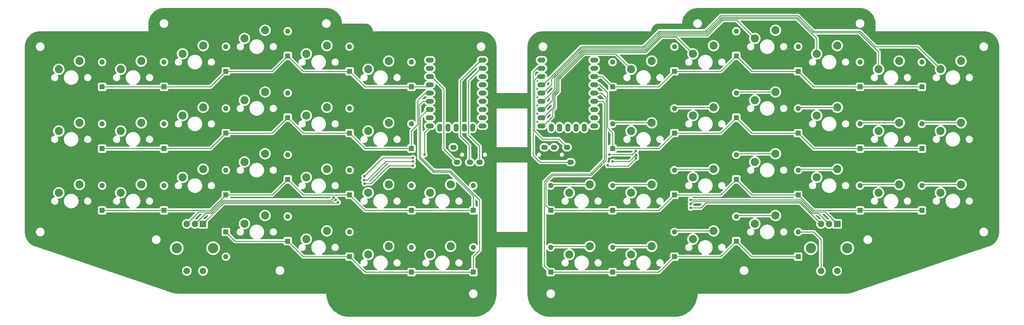
<source format=gbl>
G04 #@! TF.GenerationSoftware,KiCad,Pcbnew,7.0.8*
G04 #@! TF.CreationDate,2023-11-24T19:43:22+09:00*
G04 #@! TF.ProjectId,scene46aio,7363656e-6534-4366-9169-6f2e6b696361,rev?*
G04 #@! TF.SameCoordinates,Original*
G04 #@! TF.FileFunction,Copper,L2,Bot*
G04 #@! TF.FilePolarity,Positive*
%FSLAX46Y46*%
G04 Gerber Fmt 4.6, Leading zero omitted, Abs format (unit mm)*
G04 Created by KiCad (PCBNEW 7.0.8) date 2023-11-24 19:43:22*
%MOMM*%
%LPD*%
G01*
G04 APERTURE LIST*
G04 #@! TA.AperFunction,ComponentPad*
%ADD10C,2.500000*%
G04 #@! TD*
G04 #@! TA.AperFunction,ComponentPad*
%ADD11R,2.000000X2.000000*%
G04 #@! TD*
G04 #@! TA.AperFunction,ComponentPad*
%ADD12C,2.000000*%
G04 #@! TD*
G04 #@! TA.AperFunction,ComponentPad*
%ADD13C,3.200000*%
G04 #@! TD*
G04 #@! TA.AperFunction,ComponentPad*
%ADD14O,2.500000X1.500000*%
G04 #@! TD*
G04 #@! TA.AperFunction,ComponentPad*
%ADD15O,1.500000X2.500000*%
G04 #@! TD*
G04 #@! TA.AperFunction,ComponentPad*
%ADD16O,2.000000X1.600000*%
G04 #@! TD*
G04 #@! TA.AperFunction,ComponentPad*
%ADD17R,1.600000X1.600000*%
G04 #@! TD*
G04 #@! TA.AperFunction,ComponentPad*
%ADD18O,1.600000X1.600000*%
G04 #@! TD*
G04 #@! TA.AperFunction,ViaPad*
%ADD19C,0.800000*%
G04 #@! TD*
G04 #@! TA.AperFunction,Conductor*
%ADD20C,0.250000*%
G04 #@! TD*
G04 APERTURE END LIST*
D10*
X81915000Y-78422500D03*
X88265000Y-75882500D03*
X43815000Y-87947500D03*
X50165000Y-85407500D03*
X43815000Y-68897500D03*
X50165000Y-66357500D03*
D11*
X31075000Y-88000000D03*
D12*
X26075000Y-88000000D03*
X28575000Y-88000000D03*
D13*
X34175000Y-95500000D03*
X22975000Y-95500000D03*
D12*
X26075000Y-102500000D03*
X31075000Y-102500000D03*
D10*
X220027500Y-54610000D03*
X226377500Y-52070000D03*
X220027500Y-73660000D03*
X226377500Y-71120000D03*
X5715000Y-59372500D03*
X12065000Y-56832500D03*
D14*
X117132500Y-37465000D03*
X117132500Y-40005000D03*
X117132500Y-42545000D03*
X117132500Y-45085000D03*
X117132500Y-47625000D03*
X117132500Y-50165000D03*
X117132500Y-52705000D03*
X117132500Y-55245000D03*
X117132500Y-57785000D03*
D15*
X114092500Y-58285000D03*
X111552500Y-58285000D03*
X109012500Y-58285000D03*
X106472500Y-58285000D03*
X103932500Y-58285000D03*
D14*
X100892500Y-57785000D03*
X100892500Y-55245000D03*
X100892500Y-52705000D03*
X100892500Y-50165000D03*
X100892500Y-47625000D03*
X100892500Y-45085000D03*
X100892500Y-42545000D03*
X100892500Y-40005000D03*
X100892500Y-37465000D03*
D10*
X43815000Y-30797500D03*
X50165000Y-28257500D03*
X81915000Y-59372500D03*
X88265000Y-56832500D03*
X162877500Y-78422500D03*
X169227500Y-75882500D03*
X220027500Y-35560000D03*
X226377500Y-33020000D03*
X5715000Y-40322500D03*
X12065000Y-37782500D03*
X200977500Y-87947500D03*
X207327500Y-85407500D03*
X239077500Y-59372500D03*
X245427500Y-56832500D03*
X162877500Y-97472500D03*
X169227500Y-94932500D03*
X239077500Y-78422500D03*
X245427500Y-75882500D03*
X-13335000Y-78422500D03*
X-6985000Y-75882500D03*
X-13335000Y-59372500D03*
X-6985000Y-56832500D03*
X200977500Y-49847500D03*
X207327500Y-47307500D03*
X5715000Y-78422500D03*
X12065000Y-75882500D03*
X62865000Y-35560000D03*
X69215000Y-33020000D03*
X43815000Y-49847500D03*
X50165000Y-47307500D03*
X258127500Y-78422500D03*
X264477500Y-75882500D03*
X181927500Y-92710000D03*
X188277500Y-90170000D03*
X24765000Y-54610000D03*
X31115000Y-52070000D03*
X181927500Y-54610000D03*
X188277500Y-52070000D03*
D16*
X116243750Y-68975000D03*
X113243750Y-68975000D03*
X109243750Y-68975000D03*
X108143750Y-64375000D03*
D10*
X181927500Y-73660000D03*
X188277500Y-71120000D03*
X24765000Y-35560000D03*
X31115000Y-33020000D03*
D14*
X151520000Y-37465000D03*
X151520000Y-40005000D03*
X151520000Y-42545000D03*
X151520000Y-45085000D03*
X151520000Y-47625000D03*
X151520000Y-50165000D03*
X151520000Y-52705000D03*
X151520000Y-55245000D03*
X151520000Y-57785000D03*
D15*
X148480000Y-58285000D03*
X145940000Y-58285000D03*
X143400000Y-58285000D03*
X140860000Y-58285000D03*
X138320000Y-58285000D03*
D14*
X135280000Y-57785000D03*
X135280000Y-55245000D03*
X135280000Y-52705000D03*
X135280000Y-50165000D03*
X135280000Y-47625000D03*
X135280000Y-45085000D03*
X135280000Y-42545000D03*
X135280000Y-40005000D03*
X135280000Y-37465000D03*
D10*
X162877500Y-59372500D03*
X169227500Y-56832500D03*
X81915000Y-40322500D03*
X88265000Y-37782500D03*
X62865000Y-92710000D03*
X69215000Y-90170000D03*
X200977500Y-68897500D03*
X207327500Y-66357500D03*
X258127500Y-40322500D03*
X264477500Y-37782500D03*
X162877500Y-40322500D03*
X169227500Y-37782500D03*
X62865000Y-73660000D03*
X69215000Y-71120000D03*
X24765000Y-73660000D03*
X31115000Y-71120000D03*
X143827500Y-97472500D03*
X150177500Y-94932500D03*
X143827500Y-78422500D03*
X150177500Y-75882500D03*
D11*
X226337500Y-88000000D03*
D12*
X221337500Y-88000000D03*
X223837500Y-88000000D03*
D13*
X229437500Y-95500000D03*
X218237500Y-95500000D03*
D12*
X221337500Y-102500000D03*
X226337500Y-102500000D03*
D10*
X258127500Y-59372500D03*
X264477500Y-56832500D03*
X200977500Y-30797500D03*
X207327500Y-28257500D03*
X81915000Y-97472500D03*
X88265000Y-94932500D03*
X100965000Y-97472500D03*
X107315000Y-94932500D03*
X-13335000Y-40322500D03*
X-6985000Y-37782500D03*
X100965000Y-78422500D03*
X107315000Y-75882500D03*
X181927500Y-35560000D03*
X188277500Y-33020000D03*
X239077500Y-40322500D03*
X245427500Y-37782500D03*
X62865000Y-54610000D03*
X69215000Y-52070000D03*
D17*
X176212500Y-79057500D03*
D18*
X176212500Y-71437500D03*
D17*
X195262500Y-55245000D03*
D18*
X195262500Y-47625000D03*
D17*
X76200000Y-60007500D03*
D18*
X76200000Y-52387500D03*
D17*
X138112500Y-102870000D03*
D18*
X138112500Y-95250000D03*
D17*
X57150000Y-55245000D03*
D18*
X57150000Y-47625000D03*
D17*
X214312500Y-98107500D03*
D18*
X214312500Y-90487500D03*
D17*
X38100000Y-40957500D03*
D18*
X38100000Y-33337500D03*
D17*
X95250000Y-102870000D03*
D18*
X95250000Y-95250000D03*
D17*
X38100000Y-79057500D03*
D18*
X38100000Y-71437500D03*
D17*
X214312500Y-79057500D03*
D18*
X214312500Y-71437500D03*
D17*
X57150000Y-93345000D03*
D18*
X57150000Y-85725000D03*
D17*
X57150000Y-74295000D03*
D18*
X57150000Y-66675000D03*
D17*
X252412500Y-64770000D03*
D18*
X252412500Y-57150000D03*
D17*
X176212500Y-40957500D03*
D18*
X176212500Y-33337500D03*
D17*
X157162500Y-102870000D03*
D18*
X157162500Y-95250000D03*
D17*
X176212500Y-60007500D03*
D18*
X176212500Y-52387500D03*
D16*
X136168750Y-64375000D03*
X139168750Y-64375000D03*
X143168750Y-64375000D03*
X144268750Y-68975000D03*
D17*
X176212500Y-98107500D03*
D18*
X176212500Y-90487500D03*
D17*
X214312500Y-60007500D03*
D18*
X214312500Y-52387500D03*
D17*
X114300000Y-83820000D03*
D18*
X114300000Y-76200000D03*
D17*
X76200000Y-40957500D03*
D18*
X76200000Y-33337500D03*
D17*
X57150000Y-36195000D03*
D18*
X57150000Y-28575000D03*
D17*
X114300000Y-102870000D03*
D18*
X114300000Y-95250000D03*
D17*
X252412500Y-83820000D03*
D18*
X252412500Y-76200000D03*
D17*
X38100000Y-60007500D03*
D18*
X38100000Y-52387500D03*
D17*
X233362500Y-83820000D03*
D18*
X233362500Y-76200000D03*
D17*
X38100000Y-90487500D03*
D18*
X38100000Y-98107500D03*
D17*
X138112500Y-83820000D03*
D18*
X138112500Y-76200000D03*
D17*
X0Y-45720000D03*
D18*
X0Y-38100000D03*
D17*
X157162500Y-45720000D03*
D18*
X157162500Y-38100000D03*
D17*
X0Y-64770000D03*
D18*
X0Y-57150000D03*
D17*
X95250000Y-83820000D03*
D18*
X95250000Y-76200000D03*
D17*
X95250000Y-45720000D03*
D18*
X95250000Y-38100000D03*
D17*
X76200000Y-79057500D03*
D18*
X76200000Y-71437500D03*
D17*
X19050000Y-83820000D03*
D18*
X19050000Y-76200000D03*
D17*
X157162500Y-83820000D03*
D18*
X157162500Y-76200000D03*
D17*
X252412500Y-45720000D03*
D18*
X252412500Y-38100000D03*
D17*
X19050000Y-45720000D03*
D18*
X19050000Y-38100000D03*
D17*
X0Y-83820000D03*
D18*
X0Y-76200000D03*
D17*
X233362500Y-64770000D03*
D18*
X233362500Y-57150000D03*
D17*
X195262500Y-74295000D03*
D18*
X195262500Y-66675000D03*
D17*
X19050000Y-64770000D03*
D18*
X19050000Y-57150000D03*
D17*
X195262500Y-93345000D03*
D18*
X195262500Y-85725000D03*
D17*
X76200000Y-98107500D03*
D18*
X76200000Y-90487500D03*
D17*
X95250000Y-64770000D03*
D18*
X95250000Y-57150000D03*
D17*
X195262500Y-36195000D03*
D18*
X195262500Y-28575000D03*
D17*
X157162500Y-64770000D03*
D18*
X157162500Y-57150000D03*
D17*
X214312500Y-40957500D03*
D18*
X214312500Y-33337500D03*
D17*
X233362500Y-45720000D03*
D18*
X233362500Y-38100000D03*
D19*
X157140000Y-68750000D03*
X156190000Y-66610000D03*
X155710000Y-69940000D03*
X164410000Y-67750000D03*
X164360000Y-66660000D03*
X164310000Y-65520000D03*
X181203000Y-83080000D03*
X181203000Y-81850000D03*
X181203000Y-80610000D03*
X99300000Y-66610000D03*
X95730000Y-70080000D03*
X72640000Y-81340000D03*
X80810000Y-75590000D03*
X95690000Y-68700000D03*
X80620000Y-74500000D03*
X71926755Y-80626755D03*
X95730000Y-67610000D03*
X71220000Y-79920000D03*
X80720000Y-73310000D03*
D20*
X112820000Y-43817500D02*
X116632500Y-40005000D01*
X116243750Y-64083750D02*
X112820000Y-60660000D01*
X116243750Y-68975000D02*
X116243750Y-64083750D01*
X112820000Y-60660000D02*
X112820000Y-43817500D01*
X110280000Y-43817500D02*
X116632500Y-37465000D01*
X110280000Y-60920000D02*
X110280000Y-43817500D01*
X113017500Y-63657500D02*
X110280000Y-60920000D01*
X113017500Y-68748750D02*
X113017500Y-63657500D01*
X113243750Y-68975000D02*
X113017500Y-68748750D01*
X105200000Y-46352500D02*
X101392500Y-42545000D01*
X109243750Y-68975000D02*
X105200000Y-64931250D01*
X105200000Y-64931250D02*
X105200000Y-46352500D01*
X134155000Y-42545000D02*
X135780000Y-42545000D01*
X133140000Y-43560000D02*
X134155000Y-42545000D01*
X133140000Y-59370000D02*
X133140000Y-43560000D01*
X135630000Y-61860000D02*
X133140000Y-59370000D01*
X140653750Y-61860000D02*
X135630000Y-61860000D01*
X143168750Y-64375000D02*
X140653750Y-61860000D01*
X133885000Y-40005000D02*
X135780000Y-40005000D01*
X132690000Y-41200000D02*
X133885000Y-40005000D01*
X132690000Y-66850000D02*
X132690000Y-41200000D01*
X144268750Y-68975000D02*
X134815000Y-68975000D01*
X134815000Y-68975000D02*
X132690000Y-66850000D01*
X162384695Y-68750000D02*
X157140000Y-68750000D01*
X164109695Y-67025000D02*
X162384695Y-68750000D01*
X164725000Y-67025000D02*
X164109695Y-67025000D01*
X164360000Y-66660000D02*
X164725000Y-67025000D01*
X163220000Y-66610000D02*
X156190000Y-66610000D01*
X164310000Y-65520000D02*
X163220000Y-66610000D01*
X164410000Y-67750000D02*
X162030000Y-70130000D01*
X162030000Y-70130000D02*
X155900000Y-70130000D01*
X155900000Y-70130000D02*
X155710000Y-69940000D01*
X184350000Y-83080000D02*
X181203000Y-83080000D01*
X203080000Y-81510000D02*
X185920000Y-81510000D01*
X214847500Y-81510000D02*
X203080000Y-81510000D01*
X216167906Y-82830406D02*
X214847500Y-81510000D01*
X185920000Y-81510000D02*
X184350000Y-83080000D01*
X221337500Y-88000000D02*
X216167906Y-82830406D01*
X181993000Y-81060000D02*
X181203000Y-81850000D01*
X215042208Y-81060000D02*
X183600000Y-81060000D01*
X218702208Y-84720000D02*
X215042208Y-81060000D01*
X183600000Y-81060000D02*
X181993000Y-81060000D01*
X220557500Y-84720000D02*
X218702208Y-84720000D01*
X223837500Y-88000000D02*
X220557500Y-84720000D01*
X215228604Y-80610000D02*
X181203000Y-80610000D01*
X218888604Y-84270000D02*
X215228604Y-80610000D01*
X222607500Y-84270000D02*
X218888604Y-84270000D01*
X226337500Y-88000000D02*
X222607500Y-84270000D01*
X99300000Y-59877500D02*
X101392500Y-57785000D01*
X99300000Y-66610000D02*
X99300000Y-59877500D01*
X88280000Y-70080000D02*
X95730000Y-70080000D01*
X87950000Y-70410000D02*
X88280000Y-70080000D01*
X82770000Y-75590000D02*
X87950000Y-70410000D01*
X80810000Y-75590000D02*
X82770000Y-75590000D01*
X72360000Y-81620000D02*
X72640000Y-81340000D01*
X37413344Y-81653344D02*
X37446688Y-81620000D01*
X37446688Y-81620000D02*
X72360000Y-81620000D01*
X31075000Y-87991688D02*
X37413344Y-81653344D01*
X31075000Y-88000000D02*
X31075000Y-87991688D01*
X87420000Y-68700000D02*
X95690000Y-68700000D01*
X81620000Y-74500000D02*
X87420000Y-68700000D01*
X80620000Y-74500000D02*
X81620000Y-74500000D01*
X71538550Y-80626755D02*
X71926755Y-80626755D01*
X33710292Y-84720000D02*
X37260292Y-81170000D01*
X37260292Y-81170000D02*
X70995305Y-81170000D01*
X70995305Y-81170000D02*
X71538550Y-80626755D01*
X31855000Y-84720000D02*
X33710292Y-84720000D01*
X28575000Y-88000000D02*
X31855000Y-84720000D01*
X86420000Y-67610000D02*
X95730000Y-67610000D01*
X80720000Y-73310000D02*
X86420000Y-67610000D01*
X33523896Y-84270000D02*
X36966948Y-80826948D01*
X29805000Y-84270000D02*
X33523896Y-84270000D01*
X36966948Y-80826948D02*
X37073896Y-80720000D01*
X37073896Y-80720000D02*
X70420000Y-80720000D01*
X26075000Y-88000000D02*
X29805000Y-84270000D01*
X70420000Y-80720000D02*
X71220000Y-79920000D01*
X154105000Y-50165000D02*
X151020000Y-50165000D01*
X154670000Y-50730000D02*
X154105000Y-50165000D01*
X150213604Y-72610000D02*
X154670000Y-68153604D01*
X138483604Y-72610000D02*
X150213604Y-72610000D01*
X154670000Y-68153604D02*
X154670000Y-50730000D01*
X136130000Y-74963604D02*
X138483604Y-72610000D01*
X136130000Y-100887500D02*
X136130000Y-74963604D01*
X138112500Y-102870000D02*
X136130000Y-100887500D01*
X153685000Y-47625000D02*
X151020000Y-47625000D01*
X155120000Y-49060000D02*
X153685000Y-47625000D01*
X155120000Y-68340000D02*
X155120000Y-49060000D01*
X150400000Y-73060000D02*
X155120000Y-68340000D01*
X138670000Y-73060000D02*
X150400000Y-73060000D01*
X136580000Y-75150000D02*
X138670000Y-73060000D01*
X136580000Y-82287500D02*
X136580000Y-75150000D01*
X138112500Y-83820000D02*
X136580000Y-82287500D01*
X153205000Y-45085000D02*
X151020000Y-45085000D01*
X155570000Y-47450000D02*
X153205000Y-45085000D01*
X157162500Y-59872500D02*
X155570000Y-58280000D01*
X155570000Y-58280000D02*
X155570000Y-47450000D01*
X157162500Y-64770000D02*
X157162500Y-59872500D01*
X153945000Y-42545000D02*
X151020000Y-42545000D01*
X157120000Y-45720000D02*
X153945000Y-42545000D01*
X157162500Y-45720000D02*
X157120000Y-45720000D01*
X100368743Y-52705000D02*
X101392500Y-52705000D01*
X98050000Y-55023743D02*
X100368743Y-52705000D01*
X98050000Y-67483604D02*
X98050000Y-55023743D01*
X107156396Y-71600000D02*
X102166396Y-71600000D01*
X116230000Y-80673604D02*
X107156396Y-71600000D01*
X116230000Y-96140000D02*
X116230000Y-80673604D01*
X102166396Y-71600000D02*
X98050000Y-67483604D01*
X114300000Y-98070000D02*
X116230000Y-96140000D01*
X114300000Y-102870000D02*
X114300000Y-98070000D01*
X97600000Y-67670000D02*
X97600000Y-51310000D01*
X106970000Y-72050000D02*
X101980000Y-72050000D01*
X101980000Y-72050000D02*
X97600000Y-67670000D01*
X114300000Y-79380000D02*
X106970000Y-72050000D01*
X98745000Y-50165000D02*
X101392500Y-50165000D01*
X114300000Y-83820000D02*
X114300000Y-79380000D01*
X97600000Y-51310000D02*
X98745000Y-50165000D01*
X99415000Y-47625000D02*
X101392500Y-47625000D01*
X97150000Y-49890000D02*
X99415000Y-47625000D01*
X97150000Y-57350000D02*
X97150000Y-49890000D01*
X95260000Y-59240000D02*
X97150000Y-57350000D01*
X95250000Y-59240000D02*
X95260000Y-59240000D01*
X95250000Y-64770000D02*
X95250000Y-59240000D01*
X138693198Y-54871802D02*
X135780000Y-57785000D01*
X138693198Y-52968198D02*
X138693198Y-54871802D01*
X139434448Y-48419740D02*
X139434448Y-52226948D01*
X139434448Y-52226948D02*
X138693198Y-52968198D01*
X140625292Y-47228896D02*
X139434448Y-48419740D01*
X140625292Y-43421688D02*
X140625292Y-47228896D01*
X148459480Y-35587500D02*
X140625292Y-43421688D01*
X158142500Y-35587500D02*
X148459480Y-35587500D01*
X162877500Y-40322500D02*
X158142500Y-35587500D01*
X138984448Y-52040552D02*
X135780000Y-55245000D01*
X138984448Y-48233344D02*
X138984448Y-52040552D01*
X140175292Y-47042500D02*
X138984448Y-48233344D01*
X140175292Y-43235292D02*
X140175292Y-47042500D01*
X148273084Y-35137500D02*
X140175292Y-43235292D01*
X167433084Y-35137500D02*
X148273084Y-35137500D01*
X172195584Y-30375000D02*
X167433084Y-35137500D01*
X176742500Y-30375000D02*
X172195584Y-30375000D01*
X181927500Y-35560000D02*
X176742500Y-30375000D01*
X138534448Y-48046948D02*
X138534448Y-49950552D01*
X139725292Y-46856104D02*
X138534448Y-48046948D01*
X139725292Y-43048896D02*
X139725292Y-46856104D01*
X167246688Y-34687500D02*
X148086688Y-34687500D01*
X172009188Y-29925000D02*
X167246688Y-34687500D01*
X186296688Y-29925000D02*
X172009188Y-29925000D01*
X138534448Y-49950552D02*
X135780000Y-52705000D01*
X191059188Y-25162500D02*
X186296688Y-29925000D01*
X195342500Y-25162500D02*
X191059188Y-25162500D01*
X200977500Y-30797500D02*
X195342500Y-25162500D01*
X148086688Y-34687500D02*
X139725292Y-43048896D01*
X139275292Y-46669708D02*
X135780000Y-50165000D01*
X139275292Y-42862500D02*
X139275292Y-46669708D01*
X147900292Y-34237500D02*
X139275292Y-42862500D01*
X171822792Y-29475000D02*
X167060292Y-34237500D01*
X167060292Y-34237500D02*
X147900292Y-34237500D01*
X186110292Y-29475000D02*
X171822792Y-29475000D01*
X190872792Y-24712500D02*
X186110292Y-29475000D01*
X213939708Y-24712500D02*
X190872792Y-24712500D01*
X220027500Y-30800292D02*
X213939708Y-24712500D01*
X220027500Y-35560000D02*
X220027500Y-30800292D01*
X138375698Y-45029302D02*
X135780000Y-47625000D01*
X138375698Y-43125698D02*
X138375698Y-45029302D01*
X147713896Y-33787500D02*
X138375698Y-43125698D01*
X166873896Y-33787500D02*
X147713896Y-33787500D01*
X171636396Y-29025000D02*
X166873896Y-33787500D01*
X185923896Y-29025000D02*
X171636396Y-29025000D01*
X190686396Y-24262500D02*
X185923896Y-29025000D01*
X214126104Y-24262500D02*
X190686396Y-24262500D01*
X218888604Y-29025000D02*
X214126104Y-24262500D01*
X233176104Y-29025000D02*
X218888604Y-29025000D01*
X239077500Y-34926396D02*
X233176104Y-29025000D01*
X239077500Y-40322500D02*
X239077500Y-34926396D01*
X166687500Y-33337500D02*
X147527500Y-33337500D01*
X171450000Y-28575000D02*
X166687500Y-33337500D01*
X147527500Y-33337500D02*
X135780000Y-45085000D01*
X185737500Y-28575000D02*
X171450000Y-28575000D01*
X214312500Y-23812500D02*
X190500000Y-23812500D01*
X219075000Y-28575000D02*
X214312500Y-23812500D01*
X251142500Y-33337500D02*
X238125000Y-33337500D01*
X258127500Y-40322500D02*
X251142500Y-33337500D01*
X238125000Y-33337500D02*
X233362500Y-28575000D01*
X233362500Y-28575000D02*
X219075000Y-28575000D01*
X190500000Y-23812500D02*
X185737500Y-28575000D01*
X76200000Y-40957500D02*
X80962500Y-45720000D01*
X52387500Y-40957500D02*
X57150000Y-36195000D01*
X95250000Y-45720000D02*
X100757500Y-45720000D01*
X57150000Y-36195000D02*
X61912500Y-40957500D01*
X38100000Y-40957500D02*
X52387500Y-40957500D01*
X100757500Y-45720000D02*
X101392500Y-45085000D01*
X80962500Y-45720000D02*
X95250000Y-45720000D01*
X19050000Y-45720000D02*
X33337500Y-45720000D01*
X0Y-45720000D02*
X19050000Y-45720000D01*
X33337500Y-45720000D02*
X38100000Y-40957500D01*
X61912500Y-40957500D02*
X76200000Y-40957500D01*
X61912500Y-60007500D02*
X76200000Y-60007500D01*
X57150000Y-55245000D02*
X61912500Y-60007500D01*
X52387500Y-60007500D02*
X57150000Y-55245000D01*
X76200000Y-60007500D02*
X80962500Y-64770000D01*
X33337500Y-64770000D02*
X38100000Y-60007500D01*
X0Y-64770000D02*
X19050000Y-64770000D01*
X19050000Y-64770000D02*
X33337500Y-64770000D01*
X80962500Y-64770000D02*
X95250000Y-64770000D01*
X38100000Y-60007500D02*
X52387500Y-60007500D01*
X52387500Y-79057500D02*
X57150000Y-74295000D01*
X19050000Y-83820000D02*
X33337500Y-83820000D01*
X57150000Y-74295000D02*
X61912500Y-79057500D01*
X33337500Y-83820000D02*
X38100000Y-79057500D01*
X61912500Y-79057500D02*
X76200000Y-79057500D01*
X0Y-83820000D02*
X19050000Y-83820000D01*
X38100000Y-79057500D02*
X52387500Y-79057500D01*
X76200000Y-79057500D02*
X80962500Y-83820000D01*
X80962500Y-83820000D02*
X95250000Y-83820000D01*
X95250000Y-83820000D02*
X114300000Y-83820000D01*
X95250000Y-102870000D02*
X80962500Y-102870000D01*
X40957500Y-93345000D02*
X38100000Y-90487500D01*
X76200000Y-98107500D02*
X61912500Y-98107500D01*
X57150000Y-93345000D02*
X40957500Y-93345000D01*
X80962500Y-102870000D02*
X76200000Y-98107500D01*
X114300000Y-102870000D02*
X95250000Y-102870000D01*
X61912500Y-98107500D02*
X57150000Y-93345000D01*
X219075000Y-45720000D02*
X214312500Y-40957500D01*
X195262500Y-36195000D02*
X190500000Y-40957500D01*
X233362500Y-45720000D02*
X219075000Y-45720000D01*
X190500000Y-40957500D02*
X176212500Y-40957500D01*
X200025000Y-40957500D02*
X195262500Y-36195000D01*
X176212500Y-40957500D02*
X171450000Y-45720000D01*
X214312500Y-40957500D02*
X200025000Y-40957500D01*
X252412500Y-45720000D02*
X233362500Y-45720000D01*
X171450000Y-45720000D02*
X157162500Y-45720000D01*
X176212500Y-60007500D02*
X171450000Y-64770000D01*
X219075000Y-64770000D02*
X214312500Y-60007500D01*
X190500000Y-60007500D02*
X176212500Y-60007500D01*
X171450000Y-64770000D02*
X157162500Y-64770000D01*
X195262500Y-55245000D02*
X190500000Y-60007500D01*
X200025000Y-60007500D02*
X195262500Y-55245000D01*
X214312500Y-60007500D02*
X200025000Y-60007500D01*
X252412500Y-64770000D02*
X233362500Y-64770000D01*
X233362500Y-64770000D02*
X219075000Y-64770000D01*
X169227500Y-56832500D02*
X157480000Y-56832500D01*
X157480000Y-56832500D02*
X157162500Y-57150000D01*
X188277500Y-52070000D02*
X176530000Y-52070000D01*
X176530000Y-52070000D02*
X176212500Y-52387500D01*
X195580000Y-47307500D02*
X195262500Y-47625000D01*
X207327500Y-47307500D02*
X195580000Y-47307500D01*
X226377500Y-52070000D02*
X214630000Y-52070000D01*
X214630000Y-52070000D02*
X214312500Y-52387500D01*
X233680000Y-56832500D02*
X233362500Y-57150000D01*
X245427500Y-56832500D02*
X233680000Y-56832500D01*
X252730000Y-56832500D02*
X252412500Y-57150000D01*
X264477500Y-56832500D02*
X252730000Y-56832500D01*
X195262500Y-74295000D02*
X190500000Y-79057500D01*
X171450000Y-83820000D02*
X157162500Y-83820000D01*
X219075000Y-83820000D02*
X214312500Y-79057500D01*
X157162500Y-83820000D02*
X138112500Y-83820000D01*
X214312500Y-79057500D02*
X200025000Y-79057500D01*
X190500000Y-79057500D02*
X176212500Y-79057500D01*
X200025000Y-79057500D02*
X195262500Y-74295000D01*
X176212500Y-79057500D02*
X171450000Y-83820000D01*
X252412500Y-83820000D02*
X233362500Y-83820000D01*
X233362500Y-83820000D02*
X219075000Y-83820000D01*
X138430000Y-75882500D02*
X138112500Y-76200000D01*
X150177500Y-75882500D02*
X138430000Y-75882500D01*
X157480000Y-75882500D02*
X157162500Y-76200000D01*
X169227500Y-75882500D02*
X157480000Y-75882500D01*
X188277500Y-71120000D02*
X176530000Y-71120000D01*
X176530000Y-71120000D02*
X176212500Y-71437500D01*
X195580000Y-66357500D02*
X195262500Y-66675000D01*
X207327500Y-66357500D02*
X195580000Y-66357500D01*
X214630000Y-71120000D02*
X214312500Y-71437500D01*
X226377500Y-71120000D02*
X214630000Y-71120000D01*
X245427500Y-75882500D02*
X233680000Y-75882500D01*
X233680000Y-75882500D02*
X233362500Y-76200000D01*
X252730000Y-75882500D02*
X252412500Y-76200000D01*
X264477500Y-75882500D02*
X252730000Y-75882500D01*
X138112500Y-102870000D02*
X157162500Y-102870000D01*
X195262500Y-93345000D02*
X190500000Y-98107500D01*
X214312500Y-98107500D02*
X200025000Y-98107500D01*
X176212500Y-98107500D02*
X171450000Y-102870000D01*
X190500000Y-98107500D02*
X176212500Y-98107500D01*
X200025000Y-98107500D02*
X195262500Y-93345000D01*
X171450000Y-102870000D02*
X157162500Y-102870000D01*
X138430000Y-94932500D02*
X138112500Y-95250000D01*
X150177500Y-94932500D02*
X138430000Y-94932500D01*
X157480000Y-94932500D02*
X157162500Y-95250000D01*
X169227500Y-94932500D02*
X157480000Y-94932500D01*
X176530000Y-90170000D02*
X176212500Y-90487500D01*
X188277500Y-90170000D02*
X176530000Y-90170000D01*
X207327500Y-85407500D02*
X195580000Y-85407500D01*
X195580000Y-85407500D02*
X195262500Y-85725000D01*
X219075000Y-90487500D02*
X214312500Y-90487500D01*
X221337500Y-92750000D02*
X219075000Y-90487500D01*
X221337500Y-102500000D02*
X221337500Y-92750000D01*
G04 #@! TA.AperFunction,NonConductor*
G36*
X69250695Y-21440239D02*
G01*
X69475311Y-21450624D01*
X69480511Y-21451085D01*
X69689032Y-21478537D01*
X69899247Y-21507860D01*
X69904068Y-21508729D01*
X70097690Y-21551654D01*
X70112017Y-21554831D01*
X70316303Y-21602878D01*
X70320718Y-21604091D01*
X70525038Y-21668514D01*
X70723135Y-21734909D01*
X70727108Y-21736396D01*
X70925662Y-21818639D01*
X71116458Y-21902885D01*
X71119987Y-21904580D01*
X71311031Y-22004031D01*
X71493092Y-22105439D01*
X71496213Y-22107301D01*
X71564092Y-22150544D01*
X71678138Y-22223200D01*
X71678597Y-22223514D01*
X71850021Y-22340943D01*
X71852725Y-22342905D01*
X71942021Y-22411423D01*
X72024060Y-22474374D01*
X72095541Y-22533730D01*
X72184387Y-22607508D01*
X72186651Y-22609482D01*
X72262246Y-22678752D01*
X72346062Y-22755556D01*
X72494443Y-22903937D01*
X72640503Y-23063332D01*
X72642490Y-23065611D01*
X72740640Y-23183807D01*
X72759950Y-23207062D01*
X72775622Y-23225934D01*
X72775905Y-23226303D01*
X72907093Y-23397273D01*
X72909055Y-23399977D01*
X73026803Y-23571866D01*
X73142697Y-23753785D01*
X73144571Y-23756927D01*
X73151900Y-23770085D01*
X73245973Y-23938978D01*
X73345401Y-24129976D01*
X73347124Y-24133563D01*
X73431359Y-24324337D01*
X73449981Y-24369292D01*
X73513590Y-24522859D01*
X73515096Y-24526884D01*
X73581495Y-24724990D01*
X73645901Y-24929262D01*
X73647124Y-24933712D01*
X73695168Y-25137982D01*
X73741265Y-25345911D01*
X73742140Y-25350766D01*
X73771462Y-25560966D01*
X73798910Y-25769459D01*
X73799374Y-25774691D01*
X73809760Y-25999300D01*
X73818207Y-26192781D01*
X73818208Y-26194208D01*
X73818250Y-26194250D01*
X73818651Y-26194250D01*
X80960624Y-26194250D01*
X80964367Y-26194363D01*
X80968333Y-26194602D01*
X81061580Y-26200243D01*
X81253980Y-26212854D01*
X81261067Y-26213733D01*
X81391920Y-26237713D01*
X81548544Y-26268868D01*
X81554858Y-26270474D01*
X81662957Y-26304159D01*
X81688370Y-26312079D01*
X81753968Y-26334346D01*
X81833702Y-26361412D01*
X81839216Y-26363583D01*
X81876377Y-26380307D01*
X81969412Y-26422179D01*
X82104995Y-26489041D01*
X82109635Y-26491582D01*
X82231990Y-26565548D01*
X82234302Y-26567017D01*
X82358120Y-26649750D01*
X82361906Y-26652492D01*
X82474914Y-26741029D01*
X82477557Y-26743221D01*
X82553929Y-26810197D01*
X82589101Y-26841041D01*
X82592055Y-26843809D01*
X82693689Y-26945443D01*
X82696464Y-26948405D01*
X82794277Y-27059941D01*
X82796469Y-27062584D01*
X82885006Y-27175592D01*
X82887753Y-27179385D01*
X82970467Y-27303175D01*
X82971960Y-27305524D01*
X83045912Y-27427856D01*
X83048461Y-27432511D01*
X83115325Y-27568098D01*
X83173915Y-27698282D01*
X83176088Y-27703801D01*
X83225420Y-27849129D01*
X83267018Y-27982619D01*
X83268635Y-27988973D01*
X83299791Y-28145607D01*
X83323761Y-28276413D01*
X83324645Y-28283539D01*
X83337261Y-28476012D01*
X83343101Y-28572562D01*
X83343196Y-28575446D01*
X83343250Y-28575500D01*
X116681250Y-28575500D01*
X116876756Y-28584038D01*
X117100265Y-28594372D01*
X117105450Y-28594832D01*
X117314889Y-28622407D01*
X117524126Y-28651594D01*
X117528952Y-28652463D01*
X117737902Y-28698788D01*
X117941130Y-28746588D01*
X117945538Y-28747799D01*
X118150819Y-28812526D01*
X118347874Y-28878572D01*
X118351881Y-28880071D01*
X118551440Y-28962733D01*
X118741136Y-29046493D01*
X118744669Y-29048190D01*
X118936767Y-29148191D01*
X119117706Y-29248974D01*
X119120825Y-29250834D01*
X119121167Y-29251052D01*
X119303803Y-29367406D01*
X119474574Y-29484387D01*
X119477269Y-29486341D01*
X119649686Y-29618643D01*
X119808871Y-29750829D01*
X119811128Y-29752797D01*
X119864540Y-29801741D01*
X119971611Y-29899855D01*
X120118862Y-30047106D01*
X120266002Y-30207684D01*
X120267990Y-30209962D01*
X120399972Y-30368902D01*
X120532516Y-30541640D01*
X120534478Y-30544345D01*
X120651092Y-30714579D01*
X120768049Y-30898167D01*
X120769924Y-30901310D01*
X120870214Y-31081365D01*
X120970684Y-31274367D01*
X120972404Y-31277947D01*
X120988730Y-31314921D01*
X121055564Y-31466286D01*
X121138803Y-31667247D01*
X121140309Y-31671271D01*
X121205653Y-31866229D01*
X121271049Y-32073643D01*
X121272272Y-32078092D01*
X121319290Y-32277997D01*
X121366352Y-32490282D01*
X121367227Y-32495137D01*
X121395561Y-32698262D01*
X121423937Y-32913799D01*
X121424401Y-32919030D01*
X121433860Y-33123595D01*
X121439909Y-33262123D01*
X121443190Y-33337279D01*
X121443250Y-33338641D01*
X121443250Y-47600467D01*
X121443166Y-47600889D01*
X121443209Y-47625001D01*
X121443250Y-47625099D01*
X121443366Y-47625382D01*
X121443368Y-47625384D01*
X121443558Y-47625462D01*
X121443750Y-47625541D01*
X121443752Y-47625539D01*
X121468366Y-47625524D01*
X121468366Y-47625528D01*
X121468510Y-47625500D01*
X130943990Y-47625500D01*
X130944133Y-47625528D01*
X130944134Y-47625524D01*
X130968747Y-47625539D01*
X130968750Y-47625541D01*
X130969133Y-47625383D01*
X130969250Y-47625099D01*
X130969291Y-47625000D01*
X130969290Y-47624997D01*
X130969333Y-47600889D01*
X130969250Y-47600467D01*
X130969250Y-41180195D01*
X132059840Y-41180195D01*
X132064225Y-41226583D01*
X132064500Y-41232421D01*
X132064500Y-66767255D01*
X132062775Y-66782872D01*
X132063061Y-66782899D01*
X132062326Y-66790665D01*
X132064500Y-66859814D01*
X132064500Y-66889343D01*
X132064501Y-66889360D01*
X132065368Y-66896231D01*
X132065826Y-66902050D01*
X132067290Y-66948624D01*
X132067291Y-66948627D01*
X132072880Y-66967867D01*
X132076824Y-66986911D01*
X132079336Y-67006792D01*
X132087070Y-67026326D01*
X132096490Y-67050119D01*
X132098382Y-67055647D01*
X132107814Y-67088112D01*
X132111382Y-67100390D01*
X132118147Y-67111830D01*
X132121580Y-67117634D01*
X132130136Y-67135100D01*
X132137514Y-67153732D01*
X132162558Y-67188203D01*
X132164898Y-67191423D01*
X132168106Y-67196307D01*
X132191827Y-67236416D01*
X132191833Y-67236424D01*
X132205990Y-67250580D01*
X132218627Y-67265375D01*
X132230406Y-67281587D01*
X132264836Y-67310070D01*
X132266309Y-67311288D01*
X132270620Y-67315210D01*
X133843665Y-68888256D01*
X134314197Y-69358788D01*
X134324022Y-69371051D01*
X134324243Y-69370869D01*
X134329214Y-69376878D01*
X134351696Y-69397989D01*
X134379635Y-69424226D01*
X134400529Y-69445120D01*
X134406011Y-69449373D01*
X134410443Y-69453157D01*
X134444418Y-69485062D01*
X134461976Y-69494714D01*
X134478233Y-69505393D01*
X134494064Y-69517673D01*
X134513737Y-69526186D01*
X134536833Y-69536182D01*
X134542077Y-69538750D01*
X134582908Y-69561197D01*
X134595523Y-69564435D01*
X134602305Y-69566177D01*
X134620719Y-69572481D01*
X134639104Y-69580438D01*
X134685157Y-69587732D01*
X134690826Y-69588906D01*
X134735981Y-69600500D01*
X134756016Y-69600500D01*
X134775413Y-69602026D01*
X134795196Y-69605160D01*
X134841584Y-69600775D01*
X134847422Y-69600500D01*
X142854562Y-69600500D01*
X142921601Y-69620185D01*
X142956137Y-69653377D01*
X143068704Y-69814141D01*
X143229608Y-69975045D01*
X143238487Y-69981262D01*
X143416016Y-70105568D01*
X143622254Y-70201739D01*
X143622259Y-70201740D01*
X143622261Y-70201741D01*
X143655925Y-70210761D01*
X143842058Y-70260635D01*
X144011966Y-70275500D01*
X144525534Y-70275500D01*
X144695442Y-70260635D01*
X144915246Y-70201739D01*
X145121484Y-70105568D01*
X145307889Y-69975047D01*
X145468797Y-69814139D01*
X145599318Y-69627734D01*
X145695489Y-69421496D01*
X145754385Y-69201692D01*
X145773906Y-68978568D01*
X145774218Y-68975001D01*
X145774218Y-68974998D01*
X145766629Y-68888256D01*
X145754385Y-68748308D01*
X145701973Y-68552702D01*
X145695491Y-68528511D01*
X145695488Y-68528502D01*
X145693050Y-68523274D01*
X145599318Y-68322266D01*
X145468797Y-68135861D01*
X145468795Y-68135858D01*
X145307891Y-67974954D01*
X145121484Y-67844432D01*
X145121482Y-67844431D01*
X144915247Y-67748261D01*
X144915238Y-67748258D01*
X144695447Y-67689366D01*
X144695437Y-67689364D01*
X144525534Y-67674500D01*
X144011966Y-67674500D01*
X143842062Y-67689364D01*
X143842052Y-67689366D01*
X143622261Y-67748258D01*
X143622252Y-67748261D01*
X143416017Y-67844431D01*
X143416015Y-67844432D01*
X143229608Y-67974954D01*
X143068704Y-68135858D01*
X142956137Y-68296623D01*
X142901561Y-68340248D01*
X142854562Y-68349500D01*
X135125452Y-68349500D01*
X135058413Y-68329815D01*
X135037771Y-68313181D01*
X134219814Y-67495223D01*
X134186329Y-67433900D01*
X134191313Y-67364208D01*
X134233185Y-67308275D01*
X134298649Y-67283858D01*
X134338328Y-67287437D01*
X134486573Y-67325500D01*
X134486577Y-67325500D01*
X134609673Y-67325500D01*
X134609675Y-67325500D01*
X134609680Y-67325499D01*
X134609684Y-67325499D01*
X134622924Y-67323826D01*
X134731808Y-67310071D01*
X134884621Y-67249568D01*
X134895420Y-67241722D01*
X135017585Y-67152965D01*
X135017585Y-67152963D01*
X135017587Y-67152963D01*
X135122350Y-67026326D01*
X135192329Y-66877613D01*
X135223126Y-66716170D01*
X135217946Y-66633833D01*
X140914374Y-66633833D01*
X140924694Y-66797860D01*
X140975482Y-66954171D01*
X140975484Y-66954175D01*
X141063548Y-67092940D01*
X141183353Y-67205445D01*
X141183361Y-67205451D01*
X141325983Y-67283858D01*
X141327382Y-67284627D01*
X141486573Y-67325500D01*
X141486577Y-67325500D01*
X141609673Y-67325500D01*
X141609675Y-67325500D01*
X141609680Y-67325499D01*
X141609684Y-67325499D01*
X141622924Y-67323826D01*
X141731808Y-67310071D01*
X141884621Y-67249568D01*
X141895420Y-67241722D01*
X142017585Y-67152965D01*
X142017585Y-67152963D01*
X142017587Y-67152963D01*
X142122350Y-67026326D01*
X142192329Y-66877613D01*
X142223126Y-66716170D01*
X142212806Y-66552140D01*
X142162018Y-66395829D01*
X142073952Y-66257060D01*
X142057611Y-66241715D01*
X141954146Y-66144554D01*
X141954138Y-66144548D01*
X141810121Y-66065374D01*
X141810111Y-66065371D01*
X141650930Y-66024500D01*
X141650927Y-66024500D01*
X141527825Y-66024500D01*
X141527815Y-66024500D01*
X141405692Y-66039929D01*
X141405689Y-66039929D01*
X141252880Y-66100431D01*
X141252871Y-66100436D01*
X141119914Y-66197034D01*
X141119912Y-66197037D01*
X141015150Y-66323673D01*
X140945170Y-66472387D01*
X140929957Y-66552139D01*
X140914374Y-66633830D01*
X140914374Y-66633832D01*
X140914374Y-66633833D01*
X135217946Y-66633833D01*
X135212806Y-66552140D01*
X135162018Y-66395829D01*
X135073952Y-66257060D01*
X135057611Y-66241715D01*
X134954146Y-66144554D01*
X134954138Y-66144548D01*
X134810121Y-66065374D01*
X134810111Y-66065371D01*
X134650930Y-66024500D01*
X134650927Y-66024500D01*
X134527825Y-66024500D01*
X134527815Y-66024500D01*
X134405692Y-66039929D01*
X134405689Y-66039929D01*
X134252880Y-66100431D01*
X134252871Y-66100436D01*
X134119914Y-66197034D01*
X134119912Y-66197037D01*
X134015150Y-66323673D01*
X133945170Y-66472387D01*
X133929957Y-66552139D01*
X133914374Y-66633830D01*
X133914374Y-66633832D01*
X133914374Y-66633833D01*
X133924694Y-66797860D01*
X133958689Y-66902487D01*
X133960684Y-66972328D01*
X133924603Y-67032161D01*
X133861902Y-67062989D01*
X133792488Y-67055024D01*
X133753077Y-67028486D01*
X133351819Y-66627228D01*
X133318334Y-66565905D01*
X133315500Y-66539547D01*
X133315500Y-64375001D01*
X134663282Y-64375001D01*
X134683114Y-64601686D01*
X134683116Y-64601697D01*
X134742008Y-64821488D01*
X134742011Y-64821497D01*
X134838181Y-65027732D01*
X134838182Y-65027734D01*
X134968704Y-65214141D01*
X135129608Y-65375045D01*
X135158820Y-65395499D01*
X135316016Y-65505568D01*
X135522254Y-65601739D01*
X135742058Y-65660635D01*
X135911966Y-65675500D01*
X136425534Y-65675500D01*
X136595442Y-65660635D01*
X136815246Y-65601739D01*
X137021484Y-65505568D01*
X137207889Y-65375047D01*
X137368797Y-65214139D01*
X137499318Y-65027734D01*
X137556368Y-64905389D01*
X137602540Y-64852951D01*
X137669734Y-64833799D01*
X137736615Y-64854015D01*
X137781131Y-64905389D01*
X137816100Y-64980380D01*
X137838181Y-65027732D01*
X137838182Y-65027734D01*
X137968704Y-65214141D01*
X138129608Y-65375045D01*
X138158820Y-65395499D01*
X138316016Y-65505568D01*
X138522254Y-65601739D01*
X138742058Y-65660635D01*
X138911966Y-65675500D01*
X139425534Y-65675500D01*
X139595442Y-65660635D01*
X139815246Y-65601739D01*
X140021484Y-65505568D01*
X140207889Y-65375047D01*
X140368797Y-65214139D01*
X140499318Y-65027734D01*
X140595489Y-64821496D01*
X140654385Y-64601692D01*
X140674218Y-64375000D01*
X140654385Y-64148308D01*
X140602993Y-63956511D01*
X140595491Y-63928511D01*
X140595488Y-63928502D01*
X140594769Y-63926960D01*
X140499318Y-63722266D01*
X140368797Y-63535861D01*
X140368795Y-63535858D01*
X140207891Y-63374954D01*
X140021484Y-63244432D01*
X140021482Y-63244431D01*
X139815247Y-63148261D01*
X139815238Y-63148258D01*
X139595447Y-63089366D01*
X139595437Y-63089364D01*
X139425534Y-63074500D01*
X138911966Y-63074500D01*
X138742062Y-63089364D01*
X138742052Y-63089366D01*
X138522261Y-63148258D01*
X138522252Y-63148261D01*
X138316017Y-63244431D01*
X138316015Y-63244432D01*
X138129608Y-63374954D01*
X137968704Y-63535858D01*
X137838182Y-63722265D01*
X137838181Y-63722267D01*
X137781132Y-63844609D01*
X137734959Y-63897048D01*
X137667766Y-63916200D01*
X137600885Y-63895984D01*
X137556368Y-63844609D01*
X137526248Y-63780018D01*
X137499318Y-63722266D01*
X137368797Y-63535861D01*
X137368795Y-63535858D01*
X137207891Y-63374954D01*
X137021484Y-63244432D01*
X137021482Y-63244431D01*
X136815247Y-63148261D01*
X136815238Y-63148258D01*
X136595447Y-63089366D01*
X136595437Y-63089364D01*
X136425534Y-63074500D01*
X135911966Y-63074500D01*
X135742062Y-63089364D01*
X135742052Y-63089366D01*
X135522261Y-63148258D01*
X135522252Y-63148261D01*
X135316017Y-63244431D01*
X135316015Y-63244432D01*
X135129608Y-63374954D01*
X134968704Y-63535858D01*
X134838182Y-63722265D01*
X134838181Y-63722267D01*
X134742011Y-63928502D01*
X134742008Y-63928511D01*
X134683116Y-64148302D01*
X134683114Y-64148313D01*
X134663282Y-64374998D01*
X134663282Y-64375001D01*
X133315500Y-64375001D01*
X133315500Y-60729452D01*
X133335185Y-60662413D01*
X133387989Y-60616658D01*
X133457147Y-60606714D01*
X133520703Y-60635739D01*
X133527181Y-60641771D01*
X135129194Y-62243784D01*
X135139019Y-62256048D01*
X135139240Y-62255866D01*
X135144210Y-62261873D01*
X135144213Y-62261876D01*
X135144214Y-62261877D01*
X135194651Y-62309241D01*
X135215530Y-62330120D01*
X135221004Y-62334366D01*
X135225442Y-62338156D01*
X135259418Y-62370062D01*
X135259422Y-62370064D01*
X135276973Y-62379713D01*
X135293231Y-62390392D01*
X135309064Y-62402674D01*
X135331015Y-62412172D01*
X135351837Y-62421183D01*
X135357081Y-62423752D01*
X135397908Y-62446197D01*
X135417312Y-62451179D01*
X135435710Y-62457478D01*
X135454105Y-62465438D01*
X135500129Y-62472726D01*
X135505832Y-62473907D01*
X135550981Y-62485500D01*
X135571016Y-62485500D01*
X135590413Y-62487026D01*
X135610196Y-62490160D01*
X135656584Y-62485775D01*
X135662422Y-62485500D01*
X140343298Y-62485500D01*
X140410337Y-62505185D01*
X140430979Y-62521819D01*
X141711676Y-63802516D01*
X141745161Y-63863839D01*
X141741190Y-63922678D01*
X141743412Y-63923274D01*
X141683116Y-64148302D01*
X141683114Y-64148313D01*
X141663282Y-64374998D01*
X141663282Y-64375001D01*
X141683114Y-64601686D01*
X141683116Y-64601697D01*
X141742008Y-64821488D01*
X141742011Y-64821497D01*
X141838181Y-65027732D01*
X141838182Y-65027734D01*
X141968704Y-65214141D01*
X142129608Y-65375045D01*
X142158820Y-65395499D01*
X142316016Y-65505568D01*
X142522254Y-65601739D01*
X142742058Y-65660635D01*
X142911966Y-65675500D01*
X143425534Y-65675500D01*
X143595442Y-65660635D01*
X143815246Y-65601739D01*
X144021484Y-65505568D01*
X144207889Y-65375047D01*
X144368797Y-65214139D01*
X144499318Y-65027734D01*
X144595489Y-64821496D01*
X144654385Y-64601692D01*
X144674218Y-64375000D01*
X144654385Y-64148308D01*
X144602993Y-63956511D01*
X144595491Y-63928511D01*
X144595488Y-63928502D01*
X144594769Y-63926960D01*
X144499318Y-63722266D01*
X144368797Y-63535861D01*
X144368795Y-63535858D01*
X144207891Y-63374954D01*
X144021484Y-63244432D01*
X144021482Y-63244431D01*
X143815247Y-63148261D01*
X143815238Y-63148258D01*
X143595447Y-63089366D01*
X143595437Y-63089364D01*
X143425534Y-63074500D01*
X142911966Y-63074500D01*
X142823242Y-63082261D01*
X142754742Y-63068494D01*
X142724755Y-63046414D01*
X141154553Y-61476212D01*
X141144730Y-61463950D01*
X141144509Y-61464134D01*
X141139536Y-61458123D01*
X141123239Y-61442819D01*
X141089114Y-61410773D01*
X141078669Y-61400328D01*
X141068225Y-61389883D01*
X141062736Y-61385625D01*
X141058311Y-61381847D01*
X141024332Y-61349938D01*
X141024330Y-61349936D01*
X141024327Y-61349935D01*
X141006779Y-61340288D01*
X140990513Y-61329604D01*
X140987780Y-61327484D01*
X140974686Y-61317327D01*
X140974685Y-61317326D01*
X140974683Y-61317325D01*
X140931918Y-61298818D01*
X140926672Y-61296248D01*
X140885843Y-61273803D01*
X140885842Y-61273802D01*
X140866443Y-61268822D01*
X140848031Y-61262518D01*
X140829648Y-61254562D01*
X140829642Y-61254560D01*
X140783624Y-61247272D01*
X140777902Y-61246087D01*
X140732771Y-61234500D01*
X140732769Y-61234500D01*
X140712734Y-61234500D01*
X140693336Y-61232973D01*
X140685912Y-61231797D01*
X140673555Y-61229840D01*
X140673554Y-61229840D01*
X140627166Y-61234225D01*
X140621328Y-61234500D01*
X135940452Y-61234500D01*
X135873413Y-61214815D01*
X135852771Y-61198181D01*
X133801819Y-59147228D01*
X133768334Y-59085905D01*
X133765500Y-59059547D01*
X133765500Y-58832185D01*
X133785185Y-58765146D01*
X133837989Y-58719391D01*
X133907147Y-58709447D01*
X133970703Y-58738472D01*
X133971085Y-58738805D01*
X134041996Y-58800759D01*
X134042000Y-58800762D01*
X134042004Y-58800765D01*
X134235236Y-58916215D01*
X134445976Y-58995307D01*
X134667450Y-59035500D01*
X134667453Y-59035500D01*
X135836148Y-59035500D01*
X135836155Y-59035500D01*
X136004188Y-59020377D01*
X136020671Y-59015828D01*
X136221160Y-58960496D01*
X136221162Y-58960495D01*
X136221170Y-58960493D01*
X136423973Y-58862829D01*
X136606078Y-58730522D01*
X136761632Y-58567825D01*
X136814367Y-58487935D01*
X136842013Y-58446053D01*
X136895373Y-58400948D01*
X136964648Y-58391851D01*
X137027844Y-58421652D01*
X137064896Y-58480888D01*
X137069500Y-58514364D01*
X137069500Y-58841151D01*
X137084622Y-59009186D01*
X137084623Y-59009192D01*
X137144503Y-59226160D01*
X137144508Y-59226173D01*
X137242167Y-59428966D01*
X137242171Y-59428974D01*
X137374473Y-59611072D01*
X137374474Y-59611074D01*
X137374477Y-59611077D01*
X137374478Y-59611078D01*
X137483908Y-59715704D01*
X137537176Y-59766633D01*
X137725033Y-59890636D01*
X137932004Y-59979100D01*
X137932007Y-59979101D01*
X137932012Y-59979103D01*
X138151463Y-60029191D01*
X138376330Y-60039290D01*
X138599387Y-60009075D01*
X138813464Y-59939517D01*
X139011681Y-59832852D01*
X139187666Y-59692508D01*
X139335765Y-59522996D01*
X139451215Y-59329764D01*
X139473307Y-59270897D01*
X139515292Y-59215051D01*
X139580806Y-59190767D01*
X139649048Y-59205758D01*
X139698353Y-59255264D01*
X139701120Y-59260668D01*
X139782167Y-59428966D01*
X139782171Y-59428974D01*
X139914473Y-59611072D01*
X139914474Y-59611074D01*
X139914477Y-59611077D01*
X139914478Y-59611078D01*
X140023908Y-59715704D01*
X140077176Y-59766633D01*
X140265033Y-59890636D01*
X140472004Y-59979100D01*
X140472007Y-59979101D01*
X140472012Y-59979103D01*
X140691463Y-60029191D01*
X140916330Y-60039290D01*
X141139387Y-60009075D01*
X141353464Y-59939517D01*
X141551681Y-59832852D01*
X141727666Y-59692508D01*
X141875765Y-59522996D01*
X141991215Y-59329764D01*
X142013307Y-59270897D01*
X142055292Y-59215051D01*
X142120806Y-59190767D01*
X142189048Y-59205758D01*
X142238353Y-59255264D01*
X142241120Y-59260668D01*
X142322167Y-59428966D01*
X142322171Y-59428974D01*
X142454473Y-59611072D01*
X142454474Y-59611074D01*
X142454477Y-59611077D01*
X142454478Y-59611078D01*
X142563908Y-59715704D01*
X142617176Y-59766633D01*
X142805033Y-59890636D01*
X143012004Y-59979100D01*
X143012007Y-59979101D01*
X143012012Y-59979103D01*
X143231463Y-60029191D01*
X143456330Y-60039290D01*
X143679387Y-60009075D01*
X143893464Y-59939517D01*
X144091681Y-59832852D01*
X144267666Y-59692508D01*
X144415765Y-59522996D01*
X144531215Y-59329764D01*
X144553307Y-59270897D01*
X144595292Y-59215051D01*
X144660806Y-59190767D01*
X144729048Y-59205758D01*
X144778353Y-59255264D01*
X144781120Y-59260668D01*
X144862167Y-59428966D01*
X144862171Y-59428974D01*
X144994473Y-59611072D01*
X144994474Y-59611074D01*
X144994477Y-59611077D01*
X144994478Y-59611078D01*
X145103908Y-59715704D01*
X145157176Y-59766633D01*
X145345033Y-59890636D01*
X145552004Y-59979100D01*
X145552007Y-59979101D01*
X145552012Y-59979103D01*
X145771463Y-60029191D01*
X145996330Y-60039290D01*
X146219387Y-60009075D01*
X146433464Y-59939517D01*
X146631681Y-59832852D01*
X146807666Y-59692508D01*
X146955765Y-59522996D01*
X147071215Y-59329764D01*
X147093307Y-59270897D01*
X147135292Y-59215051D01*
X147200806Y-59190767D01*
X147269048Y-59205758D01*
X147318353Y-59255264D01*
X147321120Y-59260668D01*
X147402167Y-59428966D01*
X147402171Y-59428974D01*
X147534473Y-59611072D01*
X147534474Y-59611074D01*
X147534477Y-59611077D01*
X147534478Y-59611078D01*
X147643908Y-59715704D01*
X147697176Y-59766633D01*
X147885033Y-59890636D01*
X148092004Y-59979100D01*
X148092007Y-59979101D01*
X148092012Y-59979103D01*
X148311463Y-60029191D01*
X148536330Y-60039290D01*
X148759387Y-60009075D01*
X148973464Y-59939517D01*
X149171681Y-59832852D01*
X149347666Y-59692508D01*
X149495765Y-59522996D01*
X149611215Y-59329764D01*
X149690307Y-59119024D01*
X149710173Y-59009558D01*
X149730500Y-58897549D01*
X149730500Y-58519730D01*
X149750185Y-58452691D01*
X149802989Y-58406936D01*
X149872147Y-58396992D01*
X149935703Y-58426017D01*
X149963695Y-58460972D01*
X149972146Y-58476678D01*
X149972148Y-58476681D01*
X150112489Y-58652663D01*
X150112491Y-58652664D01*
X150112492Y-58652666D01*
X150282004Y-58800765D01*
X150475236Y-58916215D01*
X150685976Y-58995307D01*
X150907450Y-59035500D01*
X150907453Y-59035500D01*
X152076148Y-59035500D01*
X152076155Y-59035500D01*
X152244188Y-59020377D01*
X152260671Y-59015828D01*
X152461160Y-58960496D01*
X152461162Y-58960495D01*
X152461170Y-58960493D01*
X152663973Y-58862829D01*
X152846078Y-58730522D01*
X153001632Y-58567825D01*
X153125635Y-58379968D01*
X153181504Y-58249258D01*
X153214100Y-58172995D01*
X153214099Y-58172995D01*
X153214103Y-58172988D01*
X153264191Y-57953537D01*
X153274290Y-57728670D01*
X153244075Y-57505613D01*
X153174517Y-57291536D01*
X153067852Y-57093319D01*
X152984737Y-56989096D01*
X152927510Y-56917336D01*
X152888718Y-56883444D01*
X152757996Y-56769235D01*
X152564767Y-56653787D01*
X152564768Y-56653787D01*
X152564766Y-56653786D01*
X152564764Y-56653785D01*
X152505896Y-56631691D01*
X152450050Y-56589706D01*
X152425767Y-56524191D01*
X152440759Y-56455949D01*
X152490265Y-56406645D01*
X152495610Y-56403907D01*
X152663973Y-56322829D01*
X152846078Y-56190522D01*
X153001632Y-56027825D01*
X153125635Y-55839968D01*
X153141016Y-55803984D01*
X153214100Y-55632995D01*
X153214099Y-55632995D01*
X153214103Y-55632988D01*
X153264191Y-55413537D01*
X153274290Y-55188670D01*
X153244075Y-54965613D01*
X153174517Y-54751536D01*
X153067852Y-54553319D01*
X152996670Y-54464060D01*
X152927510Y-54377336D01*
X152927508Y-54377334D01*
X152757996Y-54229235D01*
X152564767Y-54113787D01*
X152564768Y-54113787D01*
X152564766Y-54113786D01*
X152564764Y-54113785D01*
X152505896Y-54091691D01*
X152450050Y-54049706D01*
X152425767Y-53984191D01*
X152440759Y-53915949D01*
X152490265Y-53866645D01*
X152495610Y-53863907D01*
X152663973Y-53782829D01*
X152846078Y-53650522D01*
X153001632Y-53487825D01*
X153125635Y-53299968D01*
X153135783Y-53276227D01*
X153214100Y-53092995D01*
X153214099Y-53092995D01*
X153214103Y-53092988D01*
X153264191Y-52873537D01*
X153274290Y-52648670D01*
X153244075Y-52425613D01*
X153174517Y-52211536D01*
X153125768Y-52120946D01*
X153067853Y-52013321D01*
X153067851Y-52013318D01*
X153067069Y-52012338D01*
X152949269Y-51864621D01*
X152927510Y-51837336D01*
X152927508Y-51837334D01*
X152757996Y-51689235D01*
X152564767Y-51573787D01*
X152564768Y-51573787D01*
X152564766Y-51573786D01*
X152564764Y-51573785D01*
X152505896Y-51551691D01*
X152450050Y-51509706D01*
X152425767Y-51444191D01*
X152440759Y-51375949D01*
X152490265Y-51326645D01*
X152495610Y-51323907D01*
X152663973Y-51242829D01*
X152846078Y-51110522D01*
X153001632Y-50947825D01*
X153068721Y-50846188D01*
X153122081Y-50801084D01*
X153172208Y-50790500D01*
X153794548Y-50790500D01*
X153861587Y-50810185D01*
X153882229Y-50826819D01*
X154008181Y-50952771D01*
X154041666Y-51014094D01*
X154044500Y-51040452D01*
X154044500Y-67843151D01*
X154024815Y-67910190D01*
X154008181Y-67930832D01*
X149990832Y-71948181D01*
X149929509Y-71981666D01*
X149903151Y-71984500D01*
X138566347Y-71984500D01*
X138550726Y-71982775D01*
X138550699Y-71983061D01*
X138542937Y-71982326D01*
X138473776Y-71984500D01*
X138444253Y-71984500D01*
X138437382Y-71985367D01*
X138431563Y-71985825D01*
X138384978Y-71987289D01*
X138384972Y-71987290D01*
X138365730Y-71992880D01*
X138346691Y-71996823D01*
X138326821Y-71999334D01*
X138326807Y-71999337D01*
X138283487Y-72016488D01*
X138277962Y-72018380D01*
X138233217Y-72031380D01*
X138233214Y-72031381D01*
X138215970Y-72041579D01*
X138198509Y-72050133D01*
X138179878Y-72057510D01*
X138179866Y-72057517D01*
X138142174Y-72084902D01*
X138137291Y-72088109D01*
X138097184Y-72111829D01*
X138083018Y-72125995D01*
X138068228Y-72138627D01*
X138052018Y-72150404D01*
X138052015Y-72150407D01*
X138022314Y-72186309D01*
X138018381Y-72190631D01*
X135746208Y-74462803D01*
X135733951Y-74472624D01*
X135734134Y-74472845D01*
X135728123Y-74477817D01*
X135680772Y-74528240D01*
X135659889Y-74549123D01*
X135659877Y-74549136D01*
X135655621Y-74554621D01*
X135651837Y-74559051D01*
X135619937Y-74593022D01*
X135619936Y-74593024D01*
X135610284Y-74610580D01*
X135599610Y-74626830D01*
X135587329Y-74642665D01*
X135587324Y-74642672D01*
X135568815Y-74685442D01*
X135566245Y-74690688D01*
X135543803Y-74731510D01*
X135538822Y-74750911D01*
X135532521Y-74769314D01*
X135524562Y-74787706D01*
X135524561Y-74787709D01*
X135517271Y-74833731D01*
X135516087Y-74839450D01*
X135504501Y-74884576D01*
X135504500Y-74884586D01*
X135504500Y-74904620D01*
X135502973Y-74924019D01*
X135499840Y-74943798D01*
X135499840Y-74943799D01*
X135504225Y-74990187D01*
X135504500Y-74996025D01*
X135504500Y-100804755D01*
X135502775Y-100820372D01*
X135503061Y-100820399D01*
X135502326Y-100828165D01*
X135504500Y-100897314D01*
X135504500Y-100926843D01*
X135504501Y-100926860D01*
X135505368Y-100933731D01*
X135505826Y-100939550D01*
X135507290Y-100986124D01*
X135507291Y-100986127D01*
X135512880Y-101005367D01*
X135516824Y-101024411D01*
X135519336Y-101044292D01*
X135525036Y-101058688D01*
X135536490Y-101087619D01*
X135538382Y-101093147D01*
X135551381Y-101137888D01*
X135561580Y-101155134D01*
X135570136Y-101172600D01*
X135577514Y-101191232D01*
X135602898Y-101226171D01*
X135604898Y-101228923D01*
X135608106Y-101233807D01*
X135631827Y-101273916D01*
X135631833Y-101273924D01*
X135645990Y-101288080D01*
X135658628Y-101302876D01*
X135670405Y-101319086D01*
X135670406Y-101319087D01*
X135706309Y-101348788D01*
X135710620Y-101352710D01*
X136287995Y-101930085D01*
X136775681Y-102417771D01*
X136809166Y-102479094D01*
X136812000Y-102505452D01*
X136812000Y-103717870D01*
X136812001Y-103717876D01*
X136818408Y-103777483D01*
X136868702Y-103912328D01*
X136868706Y-103912335D01*
X136954952Y-104027544D01*
X136954955Y-104027547D01*
X137070164Y-104113793D01*
X137070171Y-104113797D01*
X137205017Y-104164091D01*
X137205016Y-104164091D01*
X137211944Y-104164835D01*
X137264627Y-104170500D01*
X138960372Y-104170499D01*
X139019983Y-104164091D01*
X139154831Y-104113796D01*
X139270046Y-104027546D01*
X139356296Y-103912331D01*
X139406591Y-103777483D01*
X139413000Y-103717873D01*
X139413000Y-103619500D01*
X139432685Y-103552461D01*
X139485489Y-103506706D01*
X139537000Y-103495500D01*
X155738001Y-103495500D01*
X155805040Y-103515185D01*
X155850795Y-103567989D01*
X155862001Y-103619500D01*
X155862001Y-103717876D01*
X155868408Y-103777483D01*
X155918702Y-103912328D01*
X155918706Y-103912335D01*
X156004952Y-104027544D01*
X156004955Y-104027547D01*
X156120164Y-104113793D01*
X156120171Y-104113797D01*
X156255017Y-104164091D01*
X156255016Y-104164091D01*
X156261944Y-104164835D01*
X156314627Y-104170500D01*
X158010372Y-104170499D01*
X158069983Y-104164091D01*
X158204831Y-104113796D01*
X158320046Y-104027546D01*
X158406296Y-103912331D01*
X158456591Y-103777483D01*
X158463000Y-103717873D01*
X158463000Y-103619500D01*
X158482685Y-103552461D01*
X158535489Y-103506706D01*
X158587000Y-103495500D01*
X171367257Y-103495500D01*
X171382877Y-103497224D01*
X171382904Y-103496939D01*
X171390660Y-103497671D01*
X171390667Y-103497673D01*
X171459814Y-103495500D01*
X171489350Y-103495500D01*
X171496228Y-103494630D01*
X171502041Y-103494172D01*
X171548627Y-103492709D01*
X171567869Y-103487117D01*
X171586912Y-103483174D01*
X171606792Y-103480664D01*
X171650122Y-103463507D01*
X171655646Y-103461617D01*
X171659396Y-103460527D01*
X171700390Y-103448618D01*
X171717629Y-103438422D01*
X171735103Y-103429862D01*
X171753727Y-103422488D01*
X171753727Y-103422487D01*
X171753732Y-103422486D01*
X171791449Y-103395082D01*
X171796305Y-103391892D01*
X171836420Y-103368170D01*
X171850589Y-103353999D01*
X171865379Y-103341368D01*
X171881587Y-103329594D01*
X171911299Y-103293676D01*
X171915212Y-103289376D01*
X172810838Y-102393750D01*
X196288091Y-102393750D01*
X196308686Y-102629153D01*
X196308688Y-102629163D01*
X196369844Y-102857405D01*
X196369846Y-102857409D01*
X196369847Y-102857413D01*
X196419781Y-102964496D01*
X196469714Y-103071578D01*
X196469715Y-103071580D01*
X196605255Y-103265152D01*
X196772347Y-103432244D01*
X196965919Y-103567784D01*
X196965921Y-103567785D01*
X197180087Y-103667653D01*
X197408342Y-103728813D01*
X197584784Y-103744250D01*
X197702716Y-103744250D01*
X197879158Y-103728813D01*
X198107413Y-103667653D01*
X198321579Y-103567785D01*
X198515151Y-103432245D01*
X198682245Y-103265151D01*
X198817785Y-103071580D01*
X198917653Y-102857413D01*
X198978813Y-102629158D01*
X198999409Y-102393750D01*
X198978813Y-102158342D01*
X198932376Y-101985035D01*
X198917655Y-101930094D01*
X198917654Y-101930093D01*
X198917653Y-101930087D01*
X198817785Y-101715921D01*
X198817784Y-101715919D01*
X198682244Y-101522347D01*
X198515152Y-101355255D01*
X198321580Y-101219715D01*
X198321578Y-101219714D01*
X198192740Y-101159636D01*
X198107413Y-101119847D01*
X198107409Y-101119846D01*
X198107405Y-101119844D01*
X197879163Y-101058688D01*
X197879153Y-101058686D01*
X197702716Y-101043250D01*
X197584784Y-101043250D01*
X197408346Y-101058686D01*
X197408336Y-101058688D01*
X197180094Y-101119844D01*
X197180085Y-101119848D01*
X196965921Y-101219714D01*
X196965919Y-101219715D01*
X196772347Y-101355255D01*
X196605256Y-101522347D01*
X196605251Y-101522354D01*
X196469717Y-101715915D01*
X196469715Y-101715919D01*
X196369848Y-101930085D01*
X196369844Y-101930094D01*
X196308688Y-102158336D01*
X196308686Y-102158346D01*
X196288091Y-102393749D01*
X196288091Y-102393750D01*
X172810838Y-102393750D01*
X175760272Y-99444318D01*
X175821595Y-99410833D01*
X175847953Y-99407999D01*
X177060371Y-99407999D01*
X177060372Y-99407999D01*
X177119983Y-99401591D01*
X177254831Y-99351296D01*
X177370046Y-99265046D01*
X177456296Y-99149831D01*
X177506591Y-99014983D01*
X177513000Y-98955373D01*
X177513000Y-98857000D01*
X177532685Y-98789961D01*
X177585489Y-98744206D01*
X177637000Y-98733000D01*
X190417257Y-98733000D01*
X190432877Y-98734724D01*
X190432904Y-98734439D01*
X190440660Y-98735171D01*
X190440667Y-98735173D01*
X190509814Y-98733000D01*
X190539350Y-98733000D01*
X190546228Y-98732130D01*
X190552041Y-98731672D01*
X190598627Y-98730209D01*
X190617869Y-98724617D01*
X190636912Y-98720674D01*
X190656792Y-98718164D01*
X190700122Y-98701007D01*
X190705646Y-98699117D01*
X190709396Y-98698027D01*
X190750390Y-98686118D01*
X190767629Y-98675922D01*
X190785103Y-98667362D01*
X190803727Y-98659988D01*
X190803727Y-98659987D01*
X190803732Y-98659986D01*
X190841449Y-98632582D01*
X190846305Y-98629392D01*
X190886420Y-98605670D01*
X190900589Y-98591499D01*
X190915379Y-98578868D01*
X190931587Y-98567094D01*
X190961299Y-98531176D01*
X190965212Y-98526876D01*
X194810272Y-94681818D01*
X194871595Y-94648333D01*
X194897953Y-94645499D01*
X195627047Y-94645499D01*
X195694086Y-94665184D01*
X195714727Y-94681817D01*
X197620844Y-96587935D01*
X199524197Y-98491288D01*
X199534022Y-98503551D01*
X199534243Y-98503369D01*
X199539214Y-98509378D01*
X199560043Y-98528937D01*
X199589635Y-98556726D01*
X199610529Y-98577620D01*
X199616011Y-98581873D01*
X199620443Y-98585657D01*
X199654418Y-98617562D01*
X199671976Y-98627214D01*
X199688235Y-98637895D01*
X199704064Y-98650173D01*
X199746838Y-98668682D01*
X199752056Y-98671238D01*
X199792908Y-98693697D01*
X199812316Y-98698680D01*
X199830717Y-98704980D01*
X199849104Y-98712937D01*
X199892488Y-98719808D01*
X199895119Y-98720225D01*
X199900839Y-98721409D01*
X199945981Y-98733000D01*
X199966016Y-98733000D01*
X199985414Y-98734526D01*
X200005194Y-98737659D01*
X200005195Y-98737660D01*
X200005195Y-98737659D01*
X200005196Y-98737660D01*
X200051584Y-98733275D01*
X200057422Y-98733000D01*
X212888001Y-98733000D01*
X212955040Y-98752685D01*
X213000795Y-98805489D01*
X213012001Y-98857000D01*
X213012001Y-98955376D01*
X213018408Y-99014983D01*
X213068702Y-99149828D01*
X213068706Y-99149835D01*
X213154952Y-99265044D01*
X213154955Y-99265047D01*
X213270164Y-99351293D01*
X213270171Y-99351297D01*
X213405017Y-99401591D01*
X213405016Y-99401591D01*
X213411944Y-99402335D01*
X213464627Y-99408000D01*
X215160372Y-99407999D01*
X215219983Y-99401591D01*
X215354831Y-99351296D01*
X215470046Y-99265046D01*
X215556296Y-99149831D01*
X215606591Y-99014983D01*
X215613000Y-98955373D01*
X215612999Y-97259628D01*
X215606591Y-97200017D01*
X215572067Y-97107454D01*
X215556297Y-97065171D01*
X215556293Y-97065164D01*
X215470047Y-96949955D01*
X215470044Y-96949952D01*
X215354835Y-96863706D01*
X215354828Y-96863702D01*
X215219982Y-96813408D01*
X215219983Y-96813408D01*
X215160383Y-96807001D01*
X215160381Y-96807000D01*
X215160373Y-96807000D01*
X215160364Y-96807000D01*
X213464629Y-96807000D01*
X213464623Y-96807001D01*
X213405016Y-96813408D01*
X213270171Y-96863702D01*
X213270164Y-96863706D01*
X213154955Y-96949952D01*
X213154952Y-96949955D01*
X213068706Y-97065164D01*
X213068702Y-97065171D01*
X213018408Y-97200017D01*
X213013322Y-97247327D01*
X213012001Y-97259623D01*
X213012000Y-97259635D01*
X213012000Y-97358000D01*
X212992315Y-97425039D01*
X212939511Y-97470794D01*
X212888000Y-97482000D01*
X200335452Y-97482000D01*
X200268413Y-97462315D01*
X200247771Y-97445681D01*
X198302091Y-95500000D01*
X216132092Y-95500000D01*
X216151701Y-95786680D01*
X216210166Y-96068034D01*
X216210167Y-96068037D01*
X216306394Y-96338793D01*
X216306393Y-96338793D01*
X216438598Y-96593935D01*
X216604312Y-96828700D01*
X216689423Y-96919831D01*
X216800447Y-97038708D01*
X217023353Y-97220055D01*
X217102788Y-97268361D01*
X217268882Y-97369365D01*
X217421679Y-97435733D01*
X217532442Y-97483844D01*
X217809142Y-97561371D01*
X218059420Y-97595771D01*
X218093821Y-97600500D01*
X218093822Y-97600500D01*
X218381179Y-97600500D01*
X218411870Y-97596281D01*
X218665858Y-97561371D01*
X218942558Y-97483844D01*
X219077941Y-97425039D01*
X219206117Y-97369365D01*
X219206120Y-97369363D01*
X219206125Y-97369361D01*
X219451647Y-97220055D01*
X219674553Y-97038708D01*
X219870689Y-96828698D01*
X220036401Y-96593936D01*
X220168604Y-96338797D01*
X220264834Y-96068032D01*
X220323298Y-95786686D01*
X220342908Y-95500000D01*
X220323298Y-95213314D01*
X220264834Y-94931968D01*
X220246438Y-94880208D01*
X220168605Y-94661206D01*
X220168606Y-94661206D01*
X220036401Y-94406064D01*
X219870687Y-94171299D01*
X219776346Y-94070286D01*
X219674553Y-93961292D01*
X219472891Y-93797228D01*
X219451646Y-93779944D01*
X219206117Y-93630634D01*
X218942563Y-93516158D01*
X218942561Y-93516157D01*
X218942558Y-93516156D01*
X218783688Y-93471643D01*
X218665864Y-93438630D01*
X218665859Y-93438629D01*
X218665858Y-93438629D01*
X218474071Y-93412268D01*
X218381179Y-93399500D01*
X218381178Y-93399500D01*
X218093822Y-93399500D01*
X218093821Y-93399500D01*
X217809142Y-93438629D01*
X217809135Y-93438630D01*
X217637551Y-93486706D01*
X217532442Y-93516156D01*
X217532439Y-93516156D01*
X217532436Y-93516158D01*
X217532435Y-93516158D01*
X217268882Y-93630634D01*
X217023353Y-93779944D01*
X216800450Y-93961289D01*
X216800447Y-93961291D01*
X216800447Y-93961292D01*
X216790421Y-93972027D01*
X216604312Y-94171299D01*
X216438598Y-94406064D01*
X216306394Y-94661206D01*
X216210167Y-94931962D01*
X216210166Y-94931965D01*
X216151701Y-95213319D01*
X216132092Y-95500000D01*
X198302091Y-95500000D01*
X196599318Y-93797227D01*
X196565833Y-93735904D01*
X196562999Y-93709546D01*
X196562999Y-92497129D01*
X196562998Y-92497123D01*
X196562997Y-92497116D01*
X196556591Y-92437517D01*
X196553105Y-92428171D01*
X196506297Y-92302671D01*
X196506293Y-92302664D01*
X196420047Y-92187455D01*
X196420044Y-92187452D01*
X196304835Y-92101206D01*
X196304828Y-92101202D01*
X196169982Y-92050908D01*
X196169983Y-92050908D01*
X196110383Y-92044501D01*
X196110381Y-92044500D01*
X196110373Y-92044500D01*
X196110364Y-92044500D01*
X194414629Y-92044500D01*
X194414623Y-92044501D01*
X194355016Y-92050908D01*
X194220171Y-92101202D01*
X194220164Y-92101206D01*
X194104955Y-92187452D01*
X194104952Y-92187455D01*
X194018706Y-92302664D01*
X194018702Y-92302671D01*
X193968408Y-92437517D01*
X193965466Y-92464886D01*
X193962001Y-92497123D01*
X193962000Y-92497135D01*
X193962000Y-93709547D01*
X193942315Y-93776586D01*
X193925681Y-93797228D01*
X192130974Y-95591934D01*
X192069651Y-95625419D01*
X191999959Y-95620435D01*
X191944026Y-95578563D01*
X191919609Y-95513099D01*
X191920554Y-95486612D01*
X191946839Y-95303797D01*
X191936612Y-95089096D01*
X191885937Y-94880210D01*
X191796646Y-94684690D01*
X191671966Y-94509601D01*
X191671964Y-94509599D01*
X191671959Y-94509593D01*
X191516405Y-94361274D01*
X191335580Y-94245065D01*
X191136030Y-94165177D01*
X190924973Y-94124500D01*
X190924972Y-94124500D01*
X190763882Y-94124500D01*
X190603550Y-94139810D01*
X190603529Y-94139812D01*
X190603525Y-94139813D01*
X190397293Y-94200368D01*
X190206236Y-94298864D01*
X190037285Y-94431729D01*
X190037282Y-94431733D01*
X189896521Y-94594178D01*
X189789053Y-94780319D01*
X189718751Y-94983442D01*
X189718750Y-94983444D01*
X189688161Y-95196200D01*
X189688160Y-95196202D01*
X189698387Y-95410901D01*
X189749063Y-95619791D01*
X189749065Y-95619795D01*
X189825281Y-95786686D01*
X189838354Y-95815310D01*
X189963034Y-95990399D01*
X189963035Y-95990400D01*
X189963040Y-95990406D01*
X190118594Y-96138725D01*
X190118596Y-96138726D01*
X190118597Y-96138727D01*
X190299420Y-96254935D01*
X190498968Y-96334822D01*
X190573870Y-96349258D01*
X190710027Y-96375500D01*
X190710028Y-96375500D01*
X190871112Y-96375500D01*
X190871118Y-96375500D01*
X191031471Y-96360188D01*
X191034263Y-96359367D01*
X191035722Y-96359367D01*
X191037268Y-96359070D01*
X191037325Y-96359367D01*
X191104132Y-96359364D01*
X191162912Y-96397136D01*
X191191940Y-96460690D01*
X191182000Y-96529849D01*
X191156884Y-96566024D01*
X190277228Y-97445681D01*
X190215905Y-97479166D01*
X190189547Y-97482000D01*
X186830758Y-97482000D01*
X186763719Y-97462315D01*
X186717964Y-97409511D01*
X186708020Y-97340353D01*
X186737045Y-97276797D01*
X186774830Y-97247328D01*
X186886959Y-97190668D01*
X187135369Y-97020144D01*
X187358833Y-96818032D01*
X187553365Y-96587939D01*
X187715493Y-96333970D01*
X187842323Y-96060658D01*
X187931593Y-95772879D01*
X187981709Y-95475770D01*
X187991777Y-95174631D01*
X187961618Y-94874838D01*
X187891769Y-94581739D01*
X187783477Y-94300566D01*
X187638675Y-94036335D01*
X187604671Y-93990185D01*
X187547565Y-93912679D01*
X187459946Y-93793762D01*
X187250480Y-93577176D01*
X187211736Y-93546580D01*
X187014021Y-93390446D01*
X187014017Y-93390443D01*
X187014015Y-93390442D01*
X186754770Y-93236891D01*
X186477372Y-93119264D01*
X186477363Y-93119261D01*
X186186772Y-93039660D01*
X186112116Y-93029620D01*
X185888153Y-92999500D01*
X185662256Y-92999500D01*
X185662248Y-92999500D01*
X185436868Y-93014587D01*
X185436859Y-93014589D01*
X185141594Y-93074604D01*
X184856964Y-93173439D01*
X184856959Y-93173441D01*
X184588046Y-93309328D01*
X184339625Y-93479860D01*
X184116165Y-93681969D01*
X183921632Y-93912064D01*
X183759506Y-94166030D01*
X183759505Y-94166032D01*
X183643934Y-94415084D01*
X183632677Y-94439342D01*
X183628630Y-94452388D01*
X183543407Y-94727118D01*
X183508765Y-94932495D01*
X183493291Y-95024230D01*
X183487542Y-95196202D01*
X183483223Y-95325373D01*
X183513381Y-95625160D01*
X183513382Y-95625162D01*
X183583228Y-95918252D01*
X183583233Y-95918266D01*
X183691520Y-96199427D01*
X183691524Y-96199436D01*
X183836325Y-96463665D01*
X183836329Y-96463671D01*
X183969120Y-96643896D01*
X184015054Y-96706238D01*
X184224520Y-96922824D01*
X184265388Y-96955097D01*
X184460978Y-97109553D01*
X184460980Y-97109554D01*
X184460985Y-97109558D01*
X184700310Y-97251310D01*
X184747959Y-97302411D01*
X184760417Y-97371162D01*
X184733728Y-97435733D01*
X184676365Y-97475625D01*
X184637117Y-97482000D01*
X177636999Y-97482000D01*
X177569960Y-97462315D01*
X177524205Y-97409511D01*
X177512999Y-97358000D01*
X177512999Y-97259629D01*
X177512998Y-97259623D01*
X177512997Y-97259616D01*
X177506591Y-97200017D01*
X177472067Y-97107454D01*
X177456297Y-97065171D01*
X177456293Y-97065164D01*
X177370047Y-96949955D01*
X177370044Y-96949952D01*
X177254835Y-96863706D01*
X177254828Y-96863702D01*
X177119982Y-96813408D01*
X177119983Y-96813408D01*
X177060383Y-96807001D01*
X177060381Y-96807000D01*
X177060373Y-96807000D01*
X177060364Y-96807000D01*
X175364629Y-96807000D01*
X175364623Y-96807001D01*
X175305016Y-96813408D01*
X175170171Y-96863702D01*
X175170164Y-96863706D01*
X175054955Y-96949952D01*
X175054952Y-96949955D01*
X174968706Y-97065164D01*
X174968702Y-97065171D01*
X174918408Y-97200017D01*
X174913322Y-97247327D01*
X174912001Y-97259623D01*
X174912000Y-97259635D01*
X174912000Y-98472047D01*
X174892315Y-98539086D01*
X174875681Y-98559728D01*
X173080974Y-100354434D01*
X173019651Y-100387919D01*
X172949959Y-100382935D01*
X172894026Y-100341063D01*
X172869609Y-100275599D01*
X172870554Y-100249112D01*
X172896839Y-100066297D01*
X172886612Y-99851596D01*
X172835937Y-99642710D01*
X172746646Y-99447190D01*
X172621966Y-99272101D01*
X172621964Y-99272099D01*
X172621959Y-99272093D01*
X172466405Y-99123774D01*
X172285580Y-99007565D01*
X172086030Y-98927677D01*
X171874973Y-98887000D01*
X171874972Y-98887000D01*
X171713882Y-98887000D01*
X171553550Y-98902310D01*
X171553529Y-98902312D01*
X171553525Y-98902313D01*
X171347293Y-98962868D01*
X171156236Y-99061364D01*
X170987285Y-99194229D01*
X170987282Y-99194233D01*
X170846521Y-99356678D01*
X170739053Y-99542819D01*
X170668751Y-99745942D01*
X170668750Y-99745944D01*
X170638161Y-99958700D01*
X170638160Y-99958702D01*
X170648387Y-100173401D01*
X170699063Y-100382291D01*
X170699065Y-100382295D01*
X170788005Y-100577047D01*
X170788354Y-100577810D01*
X170913034Y-100752899D01*
X170913035Y-100752900D01*
X170913040Y-100752906D01*
X171068594Y-100901225D01*
X171068596Y-100901226D01*
X171068597Y-100901227D01*
X171249420Y-101017435D01*
X171448968Y-101097322D01*
X171523870Y-101111758D01*
X171660027Y-101138000D01*
X171660028Y-101138000D01*
X171821112Y-101138000D01*
X171821118Y-101138000D01*
X171981471Y-101122688D01*
X171984263Y-101121867D01*
X171985722Y-101121867D01*
X171987268Y-101121570D01*
X171987325Y-101121867D01*
X172054132Y-101121864D01*
X172112912Y-101159636D01*
X172141940Y-101223190D01*
X172132000Y-101292349D01*
X172106884Y-101328524D01*
X171227228Y-102208181D01*
X171165905Y-102241666D01*
X171139547Y-102244500D01*
X167780758Y-102244500D01*
X167713719Y-102224815D01*
X167667964Y-102172011D01*
X167658020Y-102102853D01*
X167687045Y-102039297D01*
X167724830Y-102009828D01*
X167836959Y-101953168D01*
X168085369Y-101782644D01*
X168308833Y-101580532D01*
X168503365Y-101350439D01*
X168665493Y-101096470D01*
X168792323Y-100823158D01*
X168881593Y-100535379D01*
X168931709Y-100238270D01*
X168941777Y-99937131D01*
X168911618Y-99637338D01*
X168841769Y-99344239D01*
X168733477Y-99063066D01*
X168588675Y-98798835D01*
X168554671Y-98752685D01*
X168497565Y-98675179D01*
X168409946Y-98556262D01*
X168200480Y-98339676D01*
X168077242Y-98242356D01*
X167964021Y-98152946D01*
X167964017Y-98152943D01*
X167964015Y-98152942D01*
X167704770Y-97999391D01*
X167427372Y-97881764D01*
X167427363Y-97881761D01*
X167136772Y-97802160D01*
X167060020Y-97791838D01*
X166838153Y-97762000D01*
X166612256Y-97762000D01*
X166612248Y-97762000D01*
X166386868Y-97777087D01*
X166386859Y-97777089D01*
X166091594Y-97837104D01*
X165806964Y-97935939D01*
X165806959Y-97935941D01*
X165538046Y-98071828D01*
X165289625Y-98242360D01*
X165066165Y-98444469D01*
X164871632Y-98674564D01*
X164709506Y-98928530D01*
X164709505Y-98928532D01*
X164591006Y-99183893D01*
X164582677Y-99201842D01*
X164576114Y-99222999D01*
X164493407Y-99489618D01*
X164484433Y-99542823D01*
X164443291Y-99786730D01*
X164437542Y-99958702D01*
X164433223Y-100087873D01*
X164463381Y-100387660D01*
X164463382Y-100387662D01*
X164533228Y-100680752D01*
X164533233Y-100680766D01*
X164641520Y-100961927D01*
X164641524Y-100961936D01*
X164786325Y-101226165D01*
X164786329Y-101226171D01*
X164879572Y-101352721D01*
X164965054Y-101468738D01*
X165117345Y-101626206D01*
X165174519Y-101685323D01*
X165410978Y-101872053D01*
X165410980Y-101872054D01*
X165410985Y-101872058D01*
X165650310Y-102013810D01*
X165697959Y-102064911D01*
X165710417Y-102133662D01*
X165683728Y-102198233D01*
X165626365Y-102238125D01*
X165587117Y-102244500D01*
X158586999Y-102244500D01*
X158519960Y-102224815D01*
X158474205Y-102172011D01*
X158462999Y-102120500D01*
X158462999Y-102022129D01*
X158462998Y-102022123D01*
X158462997Y-102022116D01*
X158456591Y-101962517D01*
X158444495Y-101930087D01*
X158406297Y-101827671D01*
X158406293Y-101827664D01*
X158320047Y-101712455D01*
X158320044Y-101712452D01*
X158204835Y-101626206D01*
X158204828Y-101626202D01*
X158069982Y-101575908D01*
X158069983Y-101575908D01*
X158010383Y-101569501D01*
X158010381Y-101569500D01*
X158010373Y-101569500D01*
X158010364Y-101569500D01*
X156314629Y-101569500D01*
X156314623Y-101569501D01*
X156255016Y-101575908D01*
X156120171Y-101626202D01*
X156120164Y-101626206D01*
X156004955Y-101712452D01*
X156004952Y-101712455D01*
X155918706Y-101827664D01*
X155918702Y-101827671D01*
X155868408Y-101962517D01*
X155862894Y-102013810D01*
X155862001Y-102022123D01*
X155862000Y-102022135D01*
X155862000Y-102120500D01*
X155842315Y-102187539D01*
X155789511Y-102233294D01*
X155738000Y-102244500D01*
X148730758Y-102244500D01*
X148663719Y-102224815D01*
X148617964Y-102172011D01*
X148608020Y-102102853D01*
X148637045Y-102039297D01*
X148674830Y-102009828D01*
X148786959Y-101953168D01*
X149035369Y-101782644D01*
X149258833Y-101580532D01*
X149453365Y-101350439D01*
X149615493Y-101096470D01*
X149742323Y-100823158D01*
X149831593Y-100535379D01*
X149881709Y-100238270D01*
X149891056Y-99958702D01*
X151588160Y-99958702D01*
X151598387Y-100173401D01*
X151649063Y-100382291D01*
X151649065Y-100382295D01*
X151738005Y-100577047D01*
X151738354Y-100577810D01*
X151863034Y-100752899D01*
X151863035Y-100752900D01*
X151863040Y-100752906D01*
X152018594Y-100901225D01*
X152018596Y-100901226D01*
X152018597Y-100901227D01*
X152199420Y-101017435D01*
X152398968Y-101097322D01*
X152473870Y-101111758D01*
X152610027Y-101138000D01*
X152610028Y-101138000D01*
X152771112Y-101138000D01*
X152771118Y-101138000D01*
X152931471Y-101122688D01*
X153137709Y-101062131D01*
X153328759Y-100963638D01*
X153363103Y-100936630D01*
X153408121Y-100901227D01*
X153497717Y-100830768D01*
X153638476Y-100668324D01*
X153745948Y-100482177D01*
X153816250Y-100279054D01*
X153846839Y-100066297D01*
X153836612Y-99851596D01*
X153785937Y-99642710D01*
X153696646Y-99447190D01*
X153571966Y-99272101D01*
X153571964Y-99272099D01*
X153571959Y-99272093D01*
X153416405Y-99123774D01*
X153235580Y-99007565D01*
X153036030Y-98927677D01*
X152824973Y-98887000D01*
X152824972Y-98887000D01*
X152663882Y-98887000D01*
X152503550Y-98902310D01*
X152503529Y-98902312D01*
X152503525Y-98902313D01*
X152297293Y-98962868D01*
X152106236Y-99061364D01*
X151937285Y-99194229D01*
X151937282Y-99194233D01*
X151796521Y-99356678D01*
X151689053Y-99542819D01*
X151618751Y-99745942D01*
X151618750Y-99745944D01*
X151588161Y-99958700D01*
X151588160Y-99958702D01*
X149891056Y-99958702D01*
X149891777Y-99937131D01*
X149861618Y-99637338D01*
X149791769Y-99344239D01*
X149683477Y-99063066D01*
X149538675Y-98798835D01*
X149504671Y-98752685D01*
X149447565Y-98675179D01*
X149359946Y-98556262D01*
X149150480Y-98339676D01*
X149027242Y-98242356D01*
X148914021Y-98152946D01*
X148914017Y-98152943D01*
X148914015Y-98152942D01*
X148654770Y-97999391D01*
X148377372Y-97881764D01*
X148377363Y-97881761D01*
X148086772Y-97802160D01*
X148010020Y-97791838D01*
X147788153Y-97762000D01*
X147562256Y-97762000D01*
X147562248Y-97762000D01*
X147336868Y-97777087D01*
X147336859Y-97777089D01*
X147041594Y-97837104D01*
X146756964Y-97935939D01*
X146756959Y-97935941D01*
X146488046Y-98071828D01*
X146239625Y-98242360D01*
X146016165Y-98444469D01*
X145821632Y-98674564D01*
X145659506Y-98928530D01*
X145659505Y-98928532D01*
X145541006Y-99183893D01*
X145532677Y-99201842D01*
X145526114Y-99222999D01*
X145443407Y-99489618D01*
X145434433Y-99542823D01*
X145393291Y-99786730D01*
X145387542Y-99958702D01*
X145383223Y-100087873D01*
X145413381Y-100387660D01*
X145413382Y-100387662D01*
X145483228Y-100680752D01*
X145483233Y-100680766D01*
X145591520Y-100961927D01*
X145591524Y-100961936D01*
X145736325Y-101226165D01*
X145736329Y-101226171D01*
X145829572Y-101352721D01*
X145915054Y-101468738D01*
X146067345Y-101626206D01*
X146124519Y-101685323D01*
X146360978Y-101872053D01*
X146360980Y-101872054D01*
X146360985Y-101872058D01*
X146600310Y-102013810D01*
X146647959Y-102064911D01*
X146660417Y-102133662D01*
X146633728Y-102198233D01*
X146576365Y-102238125D01*
X146537117Y-102244500D01*
X139536999Y-102244500D01*
X139469960Y-102224815D01*
X139424205Y-102172011D01*
X139412999Y-102120500D01*
X139412999Y-102022129D01*
X139412998Y-102022123D01*
X139412997Y-102022116D01*
X139406591Y-101962517D01*
X139394495Y-101930087D01*
X139356297Y-101827671D01*
X139356293Y-101827664D01*
X139270047Y-101712455D01*
X139270044Y-101712452D01*
X139154835Y-101626206D01*
X139154828Y-101626202D01*
X139019982Y-101575908D01*
X139019983Y-101575908D01*
X138960383Y-101569501D01*
X138960381Y-101569500D01*
X138960373Y-101569500D01*
X138960365Y-101569500D01*
X137747953Y-101569500D01*
X137680914Y-101549815D01*
X137660272Y-101533181D01*
X136791819Y-100664728D01*
X136758334Y-100603405D01*
X136755500Y-100577047D01*
X136755500Y-95972632D01*
X136775185Y-95905593D01*
X136827989Y-95859838D01*
X136897147Y-95849894D01*
X136960703Y-95878919D01*
X136981075Y-95901509D01*
X136981930Y-95902730D01*
X136981932Y-95902734D01*
X137016616Y-95952268D01*
X137112454Y-96089141D01*
X137273358Y-96250045D01*
X137273361Y-96250047D01*
X137459766Y-96380568D01*
X137666004Y-96476739D01*
X137666009Y-96476740D01*
X137666011Y-96476741D01*
X137718915Y-96490916D01*
X137885808Y-96535635D01*
X138038582Y-96549001D01*
X138112498Y-96555468D01*
X138112500Y-96555468D01*
X138112502Y-96555468D01*
X138169173Y-96550509D01*
X138339192Y-96535635D01*
X138558996Y-96476739D01*
X138765234Y-96380568D01*
X138951639Y-96250047D01*
X139112547Y-96089139D01*
X139243068Y-95902734D01*
X139339239Y-95696496D01*
X139351723Y-95649906D01*
X139388088Y-95590246D01*
X139450935Y-95559717D01*
X139471498Y-95558000D01*
X143272646Y-95558000D01*
X143339685Y-95577685D01*
X143385440Y-95630489D01*
X143395384Y-95699647D01*
X143366359Y-95763203D01*
X143309196Y-95800490D01*
X143261160Y-95815308D01*
X143186173Y-95838438D01*
X142949803Y-95952267D01*
X142949802Y-95952268D01*
X142733020Y-96100067D01*
X142540698Y-96278514D01*
X142377114Y-96483643D01*
X142245932Y-96710856D01*
X142150082Y-96955078D01*
X142150076Y-96955097D01*
X142091697Y-97210874D01*
X142091696Y-97210879D01*
X142072092Y-97472495D01*
X142072092Y-97472504D01*
X142091696Y-97734120D01*
X142091697Y-97734125D01*
X142150076Y-97989902D01*
X142150078Y-97989911D01*
X142150080Y-97989916D01*
X142245932Y-98234143D01*
X142377114Y-98461357D01*
X142540695Y-98666481D01*
X142540697Y-98666483D01*
X142540698Y-98666484D01*
X142550069Y-98675179D01*
X142585824Y-98735207D01*
X142583450Y-98805036D01*
X142543700Y-98862497D01*
X142479195Y-98889346D01*
X142477516Y-98889517D01*
X142343539Y-98902310D01*
X142343530Y-98902311D01*
X142343529Y-98902312D01*
X142343527Y-98902312D01*
X142343525Y-98902313D01*
X142137293Y-98962868D01*
X141946236Y-99061364D01*
X141777285Y-99194229D01*
X141777282Y-99194233D01*
X141636521Y-99356678D01*
X141529053Y-99542819D01*
X141458751Y-99745942D01*
X141458750Y-99745944D01*
X141428161Y-99958700D01*
X141428160Y-99958702D01*
X141438387Y-100173401D01*
X141489063Y-100382291D01*
X141489065Y-100382295D01*
X141578005Y-100577047D01*
X141578354Y-100577810D01*
X141703034Y-100752899D01*
X141703035Y-100752900D01*
X141703040Y-100752906D01*
X141858594Y-100901225D01*
X141858596Y-100901226D01*
X141858597Y-100901227D01*
X142039420Y-101017435D01*
X142238968Y-101097322D01*
X142313870Y-101111758D01*
X142450027Y-101138000D01*
X142450028Y-101138000D01*
X142611112Y-101138000D01*
X142611118Y-101138000D01*
X142771471Y-101122688D01*
X142977709Y-101062131D01*
X143168759Y-100963638D01*
X143203103Y-100936630D01*
X143248121Y-100901227D01*
X143337717Y-100830768D01*
X143478476Y-100668324D01*
X143585948Y-100482177D01*
X143656250Y-100279054D01*
X143686839Y-100066297D01*
X143676612Y-99851596D01*
X143625937Y-99642710D01*
X143536646Y-99447190D01*
X143512277Y-99412968D01*
X143508164Y-99407192D01*
X143485311Y-99341165D01*
X143501784Y-99273265D01*
X143552351Y-99225049D01*
X143620958Y-99211826D01*
X143627640Y-99212648D01*
X143696318Y-99223000D01*
X143958682Y-99223000D01*
X144218115Y-99183896D01*
X144468823Y-99106563D01*
X144705204Y-98992728D01*
X144921979Y-98844933D01*
X145076988Y-98701106D01*
X145114301Y-98666485D01*
X145114301Y-98666483D01*
X145114305Y-98666481D01*
X145277886Y-98461357D01*
X145409068Y-98234143D01*
X145504920Y-97989916D01*
X145563302Y-97734130D01*
X145563947Y-97725525D01*
X145582908Y-97472504D01*
X145582908Y-97472495D01*
X145563303Y-97210879D01*
X145563302Y-97210874D01*
X145563302Y-97210870D01*
X145504920Y-96955084D01*
X145409068Y-96710857D01*
X145277886Y-96483643D01*
X145114305Y-96278519D01*
X145114304Y-96278518D01*
X145114301Y-96278514D01*
X144921979Y-96100067D01*
X144705204Y-95952272D01*
X144705200Y-95952270D01*
X144705197Y-95952268D01*
X144705196Y-95952267D01*
X144468825Y-95838438D01*
X144468827Y-95838438D01*
X144393840Y-95815308D01*
X144345803Y-95800490D01*
X144287545Y-95761921D01*
X144259387Y-95697976D01*
X144270271Y-95628959D01*
X144316740Y-95576782D01*
X144382354Y-95558000D01*
X148457959Y-95558000D01*
X148524998Y-95577685D01*
X148570753Y-95630489D01*
X148573374Y-95636666D01*
X148595932Y-95694143D01*
X148595934Y-95694147D01*
X148634593Y-95761106D01*
X148727114Y-95921357D01*
X148844270Y-96068266D01*
X148890698Y-96126485D01*
X149029136Y-96254935D01*
X149083021Y-96304933D01*
X149299796Y-96452728D01*
X149299801Y-96452730D01*
X149299802Y-96452731D01*
X149299803Y-96452732D01*
X149402555Y-96502214D01*
X149536173Y-96566561D01*
X149536174Y-96566561D01*
X149536177Y-96566563D01*
X149786885Y-96643896D01*
X150046318Y-96683000D01*
X150308682Y-96683000D01*
X150568115Y-96643896D01*
X150818823Y-96566563D01*
X151055204Y-96452728D01*
X151271979Y-96304933D01*
X151464305Y-96126481D01*
X151627886Y-95921357D01*
X151759068Y-95694143D01*
X151854920Y-95449916D01*
X151900550Y-95250001D01*
X155857032Y-95250001D01*
X155876864Y-95476686D01*
X155876866Y-95476697D01*
X155935758Y-95696488D01*
X155935761Y-95696497D01*
X156031931Y-95902732D01*
X156031932Y-95902734D01*
X156162454Y-96089141D01*
X156323358Y-96250045D01*
X156323361Y-96250047D01*
X156509766Y-96380568D01*
X156716004Y-96476739D01*
X156716009Y-96476740D01*
X156716011Y-96476741D01*
X156768915Y-96490916D01*
X156935808Y-96535635D01*
X157088582Y-96549001D01*
X157162498Y-96555468D01*
X157162500Y-96555468D01*
X157162502Y-96555468D01*
X157219173Y-96550509D01*
X157389192Y-96535635D01*
X157608996Y-96476739D01*
X157815234Y-96380568D01*
X158001639Y-96250047D01*
X158162547Y-96089139D01*
X158293068Y-95902734D01*
X158389239Y-95696496D01*
X158401723Y-95649906D01*
X158438088Y-95590246D01*
X158500935Y-95559717D01*
X158521498Y-95558000D01*
X162322646Y-95558000D01*
X162389685Y-95577685D01*
X162435440Y-95630489D01*
X162445384Y-95699647D01*
X162416359Y-95763203D01*
X162359196Y-95800490D01*
X162311160Y-95815308D01*
X162236173Y-95838438D01*
X161999803Y-95952267D01*
X161999802Y-95952268D01*
X161783020Y-96100067D01*
X161590698Y-96278514D01*
X161427114Y-96483643D01*
X161295932Y-96710856D01*
X161200082Y-96955078D01*
X161200076Y-96955097D01*
X161141697Y-97210874D01*
X161141696Y-97210879D01*
X161122092Y-97472495D01*
X161122092Y-97472504D01*
X161141696Y-97734120D01*
X161141697Y-97734125D01*
X161200076Y-97989902D01*
X161200078Y-97989911D01*
X161200080Y-97989916D01*
X161295932Y-98234143D01*
X161427114Y-98461357D01*
X161590695Y-98666481D01*
X161590697Y-98666483D01*
X161590698Y-98666484D01*
X161600069Y-98675179D01*
X161635824Y-98735207D01*
X161633450Y-98805036D01*
X161593700Y-98862497D01*
X161529195Y-98889346D01*
X161527516Y-98889517D01*
X161393539Y-98902310D01*
X161393530Y-98902311D01*
X161393529Y-98902312D01*
X161393527Y-98902312D01*
X161393525Y-98902313D01*
X161187293Y-98962868D01*
X160996236Y-99061364D01*
X160827285Y-99194229D01*
X160827282Y-99194233D01*
X160686521Y-99356678D01*
X160579053Y-99542819D01*
X160508751Y-99745942D01*
X160508750Y-99745944D01*
X160478161Y-99958700D01*
X160478160Y-99958702D01*
X160488387Y-100173401D01*
X160539063Y-100382291D01*
X160539065Y-100382295D01*
X160628005Y-100577047D01*
X160628354Y-100577810D01*
X160753034Y-100752899D01*
X160753035Y-100752900D01*
X160753040Y-100752906D01*
X160908594Y-100901225D01*
X160908596Y-100901226D01*
X160908597Y-100901227D01*
X161089420Y-101017435D01*
X161288968Y-101097322D01*
X161363870Y-101111758D01*
X161500027Y-101138000D01*
X161500028Y-101138000D01*
X161661112Y-101138000D01*
X161661118Y-101138000D01*
X161821471Y-101122688D01*
X162027709Y-101062131D01*
X162218759Y-100963638D01*
X162253103Y-100936630D01*
X162298121Y-100901227D01*
X162387717Y-100830768D01*
X162528476Y-100668324D01*
X162635948Y-100482177D01*
X162706250Y-100279054D01*
X162736839Y-100066297D01*
X162726612Y-99851596D01*
X162675937Y-99642710D01*
X162586646Y-99447190D01*
X162562277Y-99412968D01*
X162558164Y-99407192D01*
X162535311Y-99341165D01*
X162551784Y-99273265D01*
X162602351Y-99225049D01*
X162670958Y-99211826D01*
X162677640Y-99212648D01*
X162746318Y-99223000D01*
X163008682Y-99223000D01*
X163268115Y-99183896D01*
X163518823Y-99106563D01*
X163755204Y-98992728D01*
X163971979Y-98844933D01*
X164126988Y-98701106D01*
X164164301Y-98666485D01*
X164164301Y-98666483D01*
X164164305Y-98666481D01*
X164327886Y-98461357D01*
X164459068Y-98234143D01*
X164554920Y-97989916D01*
X164613302Y-97734130D01*
X164613947Y-97725525D01*
X164632908Y-97472504D01*
X164632908Y-97472495D01*
X164613303Y-97210879D01*
X164613302Y-97210874D01*
X164613302Y-97210870D01*
X164554920Y-96955084D01*
X164459068Y-96710857D01*
X164327886Y-96483643D01*
X164164305Y-96278519D01*
X164164304Y-96278518D01*
X164164301Y-96278514D01*
X163971979Y-96100067D01*
X163755204Y-95952272D01*
X163755200Y-95952270D01*
X163755197Y-95952268D01*
X163755196Y-95952267D01*
X163518825Y-95838438D01*
X163518827Y-95838438D01*
X163443840Y-95815308D01*
X163395803Y-95800490D01*
X163337545Y-95761921D01*
X163309387Y-95697976D01*
X163320271Y-95628959D01*
X163366740Y-95576782D01*
X163432354Y-95558000D01*
X167507959Y-95558000D01*
X167574998Y-95577685D01*
X167620753Y-95630489D01*
X167623374Y-95636666D01*
X167645932Y-95694143D01*
X167645934Y-95694147D01*
X167684593Y-95761106D01*
X167777114Y-95921357D01*
X167894270Y-96068266D01*
X167940698Y-96126485D01*
X168079136Y-96254935D01*
X168133021Y-96304933D01*
X168349796Y-96452728D01*
X168349801Y-96452730D01*
X168349802Y-96452731D01*
X168349803Y-96452732D01*
X168452555Y-96502214D01*
X168586173Y-96566561D01*
X168586174Y-96566561D01*
X168586177Y-96566563D01*
X168836885Y-96643896D01*
X169096318Y-96683000D01*
X169358682Y-96683000D01*
X169618115Y-96643896D01*
X169868823Y-96566563D01*
X170105204Y-96452728D01*
X170321979Y-96304933D01*
X170514305Y-96126481D01*
X170677886Y-95921357D01*
X170809068Y-95694143D01*
X170904920Y-95449916D01*
X170963302Y-95194130D01*
X170964763Y-95174631D01*
X170982908Y-94932504D01*
X170982908Y-94932495D01*
X170963303Y-94670879D01*
X170963302Y-94670874D01*
X170963302Y-94670870D01*
X170904920Y-94415084D01*
X170809068Y-94170857D01*
X170677886Y-93943643D01*
X170514305Y-93738519D01*
X170514304Y-93738518D01*
X170514301Y-93738514D01*
X170321979Y-93560067D01*
X170257576Y-93516158D01*
X170105204Y-93412272D01*
X170105200Y-93412270D01*
X170105197Y-93412268D01*
X170105196Y-93412267D01*
X169868825Y-93298438D01*
X169868827Y-93298438D01*
X169618123Y-93221106D01*
X169618119Y-93221105D01*
X169618115Y-93221104D01*
X169493323Y-93202294D01*
X169358687Y-93182000D01*
X169358682Y-93182000D01*
X169096318Y-93182000D01*
X169096312Y-93182000D01*
X168934747Y-93206353D01*
X168836885Y-93221104D01*
X168836882Y-93221105D01*
X168836876Y-93221106D01*
X168586173Y-93298438D01*
X168349803Y-93412267D01*
X168349802Y-93412268D01*
X168133020Y-93560067D01*
X167940698Y-93738514D01*
X167777114Y-93943643D01*
X167645934Y-94170852D01*
X167645932Y-94170856D01*
X167645932Y-94170857D01*
X167623385Y-94228303D01*
X167580572Y-94283515D01*
X167514702Y-94306817D01*
X167507959Y-94307000D01*
X158110049Y-94307000D01*
X158043010Y-94287315D01*
X158022368Y-94270681D01*
X158001641Y-94249954D01*
X157815234Y-94119432D01*
X157815232Y-94119431D01*
X157608997Y-94023261D01*
X157608988Y-94023258D01*
X157389197Y-93964366D01*
X157389193Y-93964365D01*
X157389192Y-93964365D01*
X157389191Y-93964364D01*
X157389186Y-93964364D01*
X157162502Y-93944532D01*
X157162498Y-93944532D01*
X156935813Y-93964364D01*
X156935802Y-93964366D01*
X156716011Y-94023258D01*
X156716002Y-94023261D01*
X156509767Y-94119431D01*
X156509765Y-94119432D01*
X156323358Y-94249954D01*
X156162454Y-94410858D01*
X156031932Y-94597265D01*
X156031931Y-94597267D01*
X155935761Y-94803502D01*
X155935758Y-94803511D01*
X155876866Y-95023302D01*
X155876864Y-95023313D01*
X155857032Y-95249998D01*
X155857032Y-95250001D01*
X151900550Y-95250001D01*
X151913302Y-95194130D01*
X151914763Y-95174631D01*
X151932908Y-94932504D01*
X151932908Y-94932495D01*
X151913303Y-94670879D01*
X151913302Y-94670874D01*
X151913302Y-94670870D01*
X151854920Y-94415084D01*
X151759068Y-94170857D01*
X151627886Y-93943643D01*
X151464305Y-93738519D01*
X151464304Y-93738518D01*
X151464301Y-93738514D01*
X151271979Y-93560067D01*
X151207576Y-93516158D01*
X151055204Y-93412272D01*
X151055200Y-93412270D01*
X151055197Y-93412268D01*
X151055196Y-93412267D01*
X150818825Y-93298438D01*
X150818827Y-93298438D01*
X150568123Y-93221106D01*
X150568119Y-93221105D01*
X150568115Y-93221104D01*
X150443323Y-93202294D01*
X150308687Y-93182000D01*
X150308682Y-93182000D01*
X150046318Y-93182000D01*
X150046312Y-93182000D01*
X149884747Y-93206353D01*
X149786885Y-93221104D01*
X149786882Y-93221105D01*
X149786876Y-93221106D01*
X149536173Y-93298438D01*
X149299803Y-93412267D01*
X149299802Y-93412268D01*
X149083020Y-93560067D01*
X148890698Y-93738514D01*
X148727114Y-93943643D01*
X148595934Y-94170852D01*
X148595932Y-94170856D01*
X148595932Y-94170857D01*
X148573385Y-94228303D01*
X148530572Y-94283515D01*
X148464702Y-94306817D01*
X148457959Y-94307000D01*
X139060049Y-94307000D01*
X138993010Y-94287315D01*
X138972368Y-94270681D01*
X138951641Y-94249954D01*
X138765234Y-94119432D01*
X138765232Y-94119431D01*
X138558997Y-94023261D01*
X138558988Y-94023258D01*
X138339197Y-93964366D01*
X138339193Y-93964365D01*
X138339192Y-93964365D01*
X138339191Y-93964364D01*
X138339186Y-93964364D01*
X138112502Y-93944532D01*
X138112498Y-93944532D01*
X137885813Y-93964364D01*
X137885802Y-93964366D01*
X137666011Y-94023258D01*
X137666002Y-94023261D01*
X137459767Y-94119431D01*
X137459765Y-94119432D01*
X137273358Y-94249954D01*
X137112454Y-94410858D01*
X136981075Y-94598490D01*
X136926499Y-94642115D01*
X136857000Y-94649309D01*
X136794645Y-94617787D01*
X136759231Y-94557557D01*
X136755500Y-94527367D01*
X136755500Y-90487500D01*
X174907032Y-90487500D01*
X174926864Y-90714186D01*
X174926866Y-90714197D01*
X174985758Y-90933988D01*
X174985761Y-90933997D01*
X175081931Y-91140232D01*
X175081932Y-91140234D01*
X175212454Y-91326641D01*
X175373358Y-91487545D01*
X175383818Y-91494869D01*
X175559766Y-91618068D01*
X175766004Y-91714239D01*
X175985808Y-91773135D01*
X176147730Y-91787301D01*
X176212498Y-91792968D01*
X176212500Y-91792968D01*
X176212502Y-91792968D01*
X176269307Y-91787998D01*
X176439192Y-91773135D01*
X176658996Y-91714239D01*
X176865234Y-91618068D01*
X177051639Y-91487547D01*
X177212547Y-91326639D01*
X177343068Y-91140234D01*
X177439239Y-90933996D01*
X177451723Y-90887406D01*
X177488088Y-90827746D01*
X177550935Y-90797217D01*
X177571498Y-90795500D01*
X181372646Y-90795500D01*
X181439685Y-90815185D01*
X181485440Y-90867989D01*
X181495384Y-90937147D01*
X181466359Y-91000703D01*
X181409196Y-91037990D01*
X181361160Y-91052808D01*
X181286173Y-91075938D01*
X181049803Y-91189767D01*
X181049802Y-91189768D01*
X180833020Y-91337567D01*
X180640698Y-91516014D01*
X180477114Y-91721143D01*
X180345932Y-91948356D01*
X180250082Y-92192578D01*
X180250076Y-92192597D01*
X180191697Y-92448374D01*
X180191696Y-92448379D01*
X180172092Y-92709995D01*
X180172092Y-92710004D01*
X180191696Y-92971620D01*
X180191697Y-92971625D01*
X180191697Y-92971629D01*
X180191698Y-92971630D01*
X180196762Y-92993815D01*
X180250076Y-93227402D01*
X180250078Y-93227411D01*
X180250080Y-93227416D01*
X180345932Y-93471643D01*
X180477114Y-93698857D01*
X180640695Y-93903981D01*
X180640697Y-93903983D01*
X180640698Y-93903984D01*
X180650069Y-93912679D01*
X180685824Y-93972707D01*
X180683450Y-94042536D01*
X180643700Y-94099997D01*
X180579195Y-94126846D01*
X180577516Y-94127017D01*
X180443539Y-94139810D01*
X180443530Y-94139811D01*
X180443529Y-94139812D01*
X180443527Y-94139812D01*
X180443525Y-94139813D01*
X180237293Y-94200368D01*
X180046236Y-94298864D01*
X179877285Y-94431729D01*
X179877282Y-94431733D01*
X179736521Y-94594178D01*
X179629053Y-94780319D01*
X179558751Y-94983442D01*
X179558750Y-94983444D01*
X179528161Y-95196200D01*
X179528160Y-95196202D01*
X179538387Y-95410901D01*
X179589063Y-95619791D01*
X179589065Y-95619795D01*
X179665281Y-95786686D01*
X179678354Y-95815310D01*
X179803034Y-95990399D01*
X179803035Y-95990400D01*
X179803040Y-95990406D01*
X179958594Y-96138725D01*
X179958596Y-96138726D01*
X179958597Y-96138727D01*
X180139420Y-96254935D01*
X180338968Y-96334822D01*
X180413870Y-96349258D01*
X180550027Y-96375500D01*
X180550028Y-96375500D01*
X180711112Y-96375500D01*
X180711118Y-96375500D01*
X180871471Y-96360188D01*
X181077709Y-96299631D01*
X181268759Y-96201138D01*
X181437717Y-96068268D01*
X181578476Y-95905824D01*
X181578610Y-95905593D01*
X181662029Y-95761106D01*
X181685948Y-95719677D01*
X181756250Y-95516554D01*
X181786839Y-95303797D01*
X181776612Y-95089096D01*
X181725937Y-94880210D01*
X181636646Y-94684690D01*
X181634601Y-94681818D01*
X181608164Y-94644692D01*
X181585311Y-94578665D01*
X181601784Y-94510765D01*
X181652351Y-94462549D01*
X181720958Y-94449326D01*
X181727640Y-94450148D01*
X181796318Y-94460500D01*
X182058682Y-94460500D01*
X182318115Y-94421396D01*
X182568823Y-94344063D01*
X182805204Y-94230228D01*
X183021979Y-94082433D01*
X183210686Y-93907339D01*
X183214301Y-93903985D01*
X183214301Y-93903983D01*
X183214305Y-93903981D01*
X183377886Y-93698857D01*
X183509068Y-93471643D01*
X183604920Y-93227416D01*
X183663302Y-92971630D01*
X183668578Y-92901225D01*
X183682908Y-92710004D01*
X183682908Y-92709995D01*
X183663303Y-92448379D01*
X183663302Y-92448374D01*
X183663302Y-92448370D01*
X183604920Y-92192584D01*
X183509068Y-91948357D01*
X183377886Y-91721143D01*
X183214305Y-91516019D01*
X183214304Y-91516018D01*
X183214301Y-91516014D01*
X183021979Y-91337567D01*
X183018757Y-91335370D01*
X182805204Y-91189772D01*
X182805200Y-91189770D01*
X182805197Y-91189768D01*
X182805196Y-91189767D01*
X182568825Y-91075938D01*
X182568827Y-91075938D01*
X182493840Y-91052808D01*
X182445803Y-91037990D01*
X182387545Y-90999421D01*
X182359387Y-90935476D01*
X182370271Y-90866459D01*
X182416740Y-90814282D01*
X182482354Y-90795500D01*
X186557959Y-90795500D01*
X186624998Y-90815185D01*
X186670753Y-90867989D01*
X186673374Y-90874166D01*
X186695932Y-90931643D01*
X186695934Y-90931647D01*
X186734593Y-90998606D01*
X186827114Y-91158857D01*
X186882174Y-91227900D01*
X186990698Y-91363985D01*
X187159221Y-91520350D01*
X187183021Y-91542433D01*
X187399796Y-91690228D01*
X187399801Y-91690230D01*
X187399802Y-91690231D01*
X187399803Y-91690232D01*
X187525343Y-91750688D01*
X187636173Y-91804061D01*
X187636174Y-91804061D01*
X187636177Y-91804063D01*
X187886885Y-91881396D01*
X188146318Y-91920500D01*
X188408682Y-91920500D01*
X188668115Y-91881396D01*
X188918823Y-91804063D01*
X189155204Y-91690228D01*
X189371979Y-91542433D01*
X189564305Y-91363981D01*
X189727886Y-91158857D01*
X189859068Y-90931643D01*
X189954920Y-90687416D01*
X190013302Y-90431630D01*
X190014763Y-90412131D01*
X190032908Y-90170004D01*
X190032908Y-90169995D01*
X190013303Y-89908379D01*
X190013302Y-89908374D01*
X190013302Y-89908370D01*
X189954920Y-89652584D01*
X189859068Y-89408357D01*
X189727886Y-89181143D01*
X189564305Y-88976019D01*
X189564304Y-88976018D01*
X189564301Y-88976014D01*
X189371979Y-88797567D01*
X189254331Y-88717356D01*
X189155204Y-88649772D01*
X189155200Y-88649770D01*
X189155197Y-88649768D01*
X189155196Y-88649767D01*
X188918825Y-88535938D01*
X188918827Y-88535938D01*
X188668123Y-88458606D01*
X188668119Y-88458605D01*
X188668115Y-88458604D01*
X188543323Y-88439794D01*
X188408687Y-88419500D01*
X188408682Y-88419500D01*
X188146318Y-88419500D01*
X188146312Y-88419500D01*
X187984747Y-88443853D01*
X187886885Y-88458604D01*
X187886882Y-88458605D01*
X187886876Y-88458606D01*
X187636173Y-88535938D01*
X187399803Y-88649767D01*
X187399802Y-88649768D01*
X187183020Y-88797567D01*
X186990698Y-88976014D01*
X186827114Y-89181143D01*
X186695934Y-89408352D01*
X186695932Y-89408356D01*
X186695932Y-89408357D01*
X186673385Y-89465803D01*
X186630572Y-89521015D01*
X186564702Y-89544317D01*
X186557959Y-89544500D01*
X177160049Y-89544500D01*
X177093010Y-89524815D01*
X177072368Y-89508181D01*
X177051641Y-89487454D01*
X176865234Y-89356932D01*
X176865232Y-89356931D01*
X176658997Y-89260761D01*
X176658988Y-89260758D01*
X176439197Y-89201866D01*
X176439193Y-89201865D01*
X176439192Y-89201865D01*
X176439191Y-89201864D01*
X176439186Y-89201864D01*
X176212502Y-89182032D01*
X176212498Y-89182032D01*
X175985813Y-89201864D01*
X175985802Y-89201866D01*
X175766011Y-89260758D01*
X175766002Y-89260761D01*
X175559767Y-89356931D01*
X175559765Y-89356932D01*
X175373358Y-89487454D01*
X175212454Y-89648358D01*
X175081932Y-89834765D01*
X175081931Y-89834767D01*
X174985761Y-90041002D01*
X174985758Y-90041011D01*
X174926866Y-90260802D01*
X174926864Y-90260813D01*
X174907032Y-90487498D01*
X174907032Y-90487500D01*
X136755500Y-90487500D01*
X136755500Y-85725001D01*
X193957032Y-85725001D01*
X193976864Y-85951686D01*
X193976866Y-85951697D01*
X194035758Y-86171488D01*
X194035761Y-86171497D01*
X194131931Y-86377732D01*
X194131932Y-86377734D01*
X194262454Y-86564141D01*
X194423358Y-86725045D01*
X194423361Y-86725047D01*
X194609766Y-86855568D01*
X194816004Y-86951739D01*
X194816009Y-86951740D01*
X194816011Y-86951741D01*
X194841770Y-86958643D01*
X195035808Y-87010635D01*
X195197730Y-87024801D01*
X195262498Y-87030468D01*
X195262500Y-87030468D01*
X195262502Y-87030468D01*
X195319173Y-87025509D01*
X195489192Y-87010635D01*
X195708996Y-86951739D01*
X195915234Y-86855568D01*
X196101639Y-86725047D01*
X196262547Y-86564139D01*
X196393068Y-86377734D01*
X196489239Y-86171496D01*
X196501723Y-86124906D01*
X196538088Y-86065246D01*
X196600935Y-86034717D01*
X196621498Y-86033000D01*
X200422646Y-86033000D01*
X200489685Y-86052685D01*
X200535440Y-86105489D01*
X200545384Y-86174647D01*
X200516359Y-86238203D01*
X200459196Y-86275490D01*
X200396123Y-86294946D01*
X200336173Y-86313438D01*
X200099803Y-86427267D01*
X200099802Y-86427268D01*
X199883020Y-86575067D01*
X199690698Y-86753514D01*
X199527114Y-86958643D01*
X199395932Y-87185856D01*
X199300082Y-87430078D01*
X199300076Y-87430097D01*
X199241697Y-87685874D01*
X199241696Y-87685879D01*
X199222092Y-87947495D01*
X199222092Y-87947504D01*
X199241696Y-88209120D01*
X199241697Y-88209125D01*
X199300076Y-88464902D01*
X199300078Y-88464911D01*
X199300080Y-88464916D01*
X199395932Y-88709143D01*
X199527114Y-88936357D01*
X199690695Y-89141481D01*
X199690697Y-89141483D01*
X199690698Y-89141484D01*
X199700069Y-89150179D01*
X199735824Y-89210207D01*
X199733450Y-89280036D01*
X199693700Y-89337497D01*
X199629195Y-89364346D01*
X199627516Y-89364517D01*
X199493539Y-89377310D01*
X199493530Y-89377311D01*
X199493529Y-89377312D01*
X199493527Y-89377312D01*
X199493525Y-89377313D01*
X199287293Y-89437868D01*
X199096236Y-89536364D01*
X198927285Y-89669229D01*
X198927282Y-89669233D01*
X198786521Y-89831678D01*
X198679053Y-90017819D01*
X198608751Y-90220942D01*
X198608750Y-90220944D01*
X198578161Y-90433700D01*
X198578160Y-90433702D01*
X198588387Y-90648401D01*
X198639063Y-90857291D01*
X198639065Y-90857295D01*
X198704557Y-91000703D01*
X198728354Y-91052810D01*
X198825881Y-91189768D01*
X198853035Y-91227900D01*
X198853040Y-91227906D01*
X199008594Y-91376225D01*
X199008596Y-91376226D01*
X199008597Y-91376227D01*
X199189420Y-91492435D01*
X199388968Y-91572322D01*
X199494498Y-91592661D01*
X199600027Y-91613000D01*
X199600028Y-91613000D01*
X199761112Y-91613000D01*
X199761118Y-91613000D01*
X199921471Y-91597688D01*
X200127709Y-91537131D01*
X200318759Y-91438638D01*
X200487717Y-91305768D01*
X200628476Y-91143324D01*
X200634619Y-91132685D01*
X200712029Y-90998606D01*
X200735948Y-90957177D01*
X200806250Y-90754054D01*
X200833737Y-90562873D01*
X202533223Y-90562873D01*
X202563381Y-90862660D01*
X202563382Y-90862662D01*
X202633228Y-91155752D01*
X202633230Y-91155759D01*
X202633231Y-91155761D01*
X202636918Y-91165334D01*
X202741520Y-91436927D01*
X202741524Y-91436936D01*
X202886325Y-91701165D01*
X202886329Y-91701171D01*
X203065051Y-91943734D01*
X203065054Y-91943738D01*
X203274520Y-92160324D01*
X203315388Y-92192597D01*
X203510978Y-92347053D01*
X203510980Y-92347054D01*
X203510985Y-92347058D01*
X203770230Y-92500609D01*
X204047628Y-92618236D01*
X204338229Y-92697840D01*
X204636847Y-92738000D01*
X204636851Y-92738000D01*
X204862752Y-92738000D01*
X205026664Y-92727026D01*
X205088134Y-92722912D01*
X205383403Y-92662896D01*
X205668037Y-92564060D01*
X205936959Y-92428168D01*
X206185369Y-92257644D01*
X206408833Y-92055532D01*
X206603365Y-91825439D01*
X206765493Y-91571470D01*
X206892323Y-91298158D01*
X206981593Y-91010379D01*
X207031709Y-90713270D01*
X207041056Y-90433702D01*
X208738160Y-90433702D01*
X208748387Y-90648401D01*
X208799063Y-90857291D01*
X208799065Y-90857295D01*
X208864557Y-91000703D01*
X208888354Y-91052810D01*
X208985881Y-91189768D01*
X209013035Y-91227900D01*
X209013040Y-91227906D01*
X209168594Y-91376225D01*
X209168596Y-91376226D01*
X209168597Y-91376227D01*
X209349420Y-91492435D01*
X209548968Y-91572322D01*
X209654498Y-91592661D01*
X209760027Y-91613000D01*
X209760028Y-91613000D01*
X209921112Y-91613000D01*
X209921118Y-91613000D01*
X210081471Y-91597688D01*
X210287709Y-91537131D01*
X210478759Y-91438638D01*
X210647717Y-91305768D01*
X210788476Y-91143324D01*
X210794619Y-91132685D01*
X210872029Y-90998606D01*
X210895948Y-90957177D01*
X210966250Y-90754054D01*
X210996839Y-90541297D01*
X210994276Y-90487500D01*
X213007032Y-90487500D01*
X213026864Y-90714186D01*
X213026866Y-90714197D01*
X213085758Y-90933988D01*
X213085761Y-90933997D01*
X213181931Y-91140232D01*
X213181932Y-91140234D01*
X213312454Y-91326641D01*
X213473358Y-91487545D01*
X213483818Y-91494869D01*
X213659766Y-91618068D01*
X213866004Y-91714239D01*
X214085808Y-91773135D01*
X214247730Y-91787301D01*
X214312498Y-91792968D01*
X214312500Y-91792968D01*
X214312502Y-91792968D01*
X214369307Y-91787998D01*
X214539192Y-91773135D01*
X214758996Y-91714239D01*
X214965234Y-91618068D01*
X215151639Y-91487547D01*
X215312547Y-91326639D01*
X215391181Y-91214336D01*
X215425113Y-91165877D01*
X215479689Y-91122252D01*
X215526688Y-91113000D01*
X218764548Y-91113000D01*
X218831587Y-91132685D01*
X218852229Y-91149319D01*
X220675681Y-92972771D01*
X220709166Y-93034094D01*
X220712000Y-93060452D01*
X220712000Y-101058479D01*
X220692315Y-101125518D01*
X220647019Y-101167533D01*
X220513996Y-101239522D01*
X220513994Y-101239523D01*
X220317757Y-101392261D01*
X220149333Y-101575217D01*
X220013326Y-101783393D01*
X219913436Y-102011118D01*
X219852392Y-102252175D01*
X219852390Y-102252187D01*
X219831857Y-102499994D01*
X219831857Y-102500005D01*
X219852390Y-102747812D01*
X219852392Y-102747824D01*
X219913436Y-102988881D01*
X220013326Y-103216606D01*
X220149333Y-103424782D01*
X220149336Y-103424785D01*
X220317756Y-103607738D01*
X220513991Y-103760474D01*
X220732690Y-103878828D01*
X220967886Y-103959571D01*
X221213165Y-104000500D01*
X221461835Y-104000500D01*
X221707114Y-103959571D01*
X221942310Y-103878828D01*
X222161009Y-103760474D01*
X222357244Y-103607738D01*
X222525664Y-103424785D01*
X222661673Y-103216607D01*
X222761563Y-102988881D01*
X222822608Y-102747821D01*
X222822609Y-102747812D01*
X222843143Y-102500005D01*
X224831857Y-102500005D01*
X224852390Y-102747812D01*
X224852392Y-102747824D01*
X224913436Y-102988881D01*
X225013326Y-103216606D01*
X225149333Y-103424782D01*
X225149336Y-103424785D01*
X225317756Y-103607738D01*
X225513991Y-103760474D01*
X225732690Y-103878828D01*
X225967886Y-103959571D01*
X226213165Y-104000500D01*
X226461835Y-104000500D01*
X226707114Y-103959571D01*
X226942310Y-103878828D01*
X227161009Y-103760474D01*
X227357244Y-103607738D01*
X227525664Y-103424785D01*
X227661673Y-103216607D01*
X227761563Y-102988881D01*
X227822608Y-102747821D01*
X227822609Y-102747812D01*
X227843143Y-102500005D01*
X227843143Y-102499994D01*
X227822609Y-102252187D01*
X227822607Y-102252175D01*
X227761563Y-102011118D01*
X227661673Y-101783393D01*
X227525666Y-101575217D01*
X227476997Y-101522349D01*
X227357244Y-101392262D01*
X227161009Y-101239526D01*
X227161007Y-101239525D01*
X227161006Y-101239524D01*
X226942311Y-101121172D01*
X226942302Y-101121169D01*
X226707116Y-101040429D01*
X226461835Y-100999500D01*
X226213165Y-100999500D01*
X225967883Y-101040429D01*
X225732697Y-101121169D01*
X225732688Y-101121172D01*
X225513993Y-101239524D01*
X225317757Y-101392261D01*
X225149333Y-101575217D01*
X225013326Y-101783393D01*
X224913436Y-102011118D01*
X224852392Y-102252175D01*
X224852390Y-102252187D01*
X224831857Y-102499994D01*
X224831857Y-102500005D01*
X222843143Y-102500005D01*
X222843143Y-102499994D01*
X222822609Y-102252187D01*
X222822607Y-102252175D01*
X222761563Y-102011118D01*
X222661673Y-101783393D01*
X222525666Y-101575217D01*
X222476997Y-101522349D01*
X222357244Y-101392262D01*
X222161009Y-101239526D01*
X222161008Y-101239525D01*
X222161005Y-101239523D01*
X222161003Y-101239522D01*
X222027981Y-101167533D01*
X221978391Y-101118313D01*
X221963000Y-101058479D01*
X221963000Y-95500000D01*
X227332092Y-95500000D01*
X227351701Y-95786680D01*
X227410166Y-96068034D01*
X227410167Y-96068037D01*
X227506394Y-96338793D01*
X227506393Y-96338793D01*
X227638598Y-96593935D01*
X227804312Y-96828700D01*
X227889423Y-96919831D01*
X228000447Y-97038708D01*
X228223353Y-97220055D01*
X228302788Y-97268361D01*
X228468882Y-97369365D01*
X228621679Y-97435733D01*
X228732442Y-97483844D01*
X229009142Y-97561371D01*
X229259420Y-97595771D01*
X229293821Y-97600500D01*
X229293822Y-97600500D01*
X229581179Y-97600500D01*
X229611870Y-97596281D01*
X229865858Y-97561371D01*
X230142558Y-97483844D01*
X230277941Y-97425039D01*
X230406117Y-97369365D01*
X230406120Y-97369363D01*
X230406125Y-97369361D01*
X230651647Y-97220055D01*
X230874553Y-97038708D01*
X231070689Y-96828698D01*
X231236401Y-96593936D01*
X231368604Y-96338797D01*
X231464834Y-96068032D01*
X231523298Y-95786686D01*
X231542908Y-95500000D01*
X231523298Y-95213314D01*
X231464834Y-94931968D01*
X231446438Y-94880208D01*
X231368605Y-94661206D01*
X231368606Y-94661206D01*
X231236401Y-94406064D01*
X231070687Y-94171299D01*
X230976346Y-94070286D01*
X230874553Y-93961292D01*
X230672891Y-93797228D01*
X230651646Y-93779944D01*
X230406117Y-93630634D01*
X230142563Y-93516158D01*
X230142561Y-93516157D01*
X230142558Y-93516156D01*
X229983688Y-93471643D01*
X229865864Y-93438630D01*
X229865859Y-93438629D01*
X229865858Y-93438629D01*
X229674071Y-93412268D01*
X229581179Y-93399500D01*
X229581178Y-93399500D01*
X229293822Y-93399500D01*
X229293821Y-93399500D01*
X229009142Y-93438629D01*
X229009135Y-93438630D01*
X228837551Y-93486706D01*
X228732442Y-93516156D01*
X228732439Y-93516156D01*
X228732436Y-93516158D01*
X228732435Y-93516158D01*
X228468882Y-93630634D01*
X228223353Y-93779944D01*
X228000450Y-93961289D01*
X228000447Y-93961291D01*
X228000447Y-93961292D01*
X227990421Y-93972027D01*
X227804312Y-94171299D01*
X227638598Y-94406064D01*
X227506394Y-94661206D01*
X227410167Y-94931962D01*
X227410166Y-94931965D01*
X227351701Y-95213319D01*
X227332092Y-95500000D01*
X221963000Y-95500000D01*
X221963000Y-92868750D01*
X234388091Y-92868750D01*
X234408686Y-93104153D01*
X234408688Y-93104163D01*
X234469844Y-93332405D01*
X234469846Y-93332409D01*
X234469847Y-93332413D01*
X234507084Y-93412267D01*
X234569714Y-93546578D01*
X234569715Y-93546580D01*
X234705255Y-93740152D01*
X234872347Y-93907244D01*
X235065919Y-94042784D01*
X235065921Y-94042785D01*
X235280087Y-94142653D01*
X235508342Y-94203813D01*
X235684784Y-94219250D01*
X235802716Y-94219250D01*
X235979158Y-94203813D01*
X236207413Y-94142653D01*
X236421579Y-94042785D01*
X236615151Y-93907245D01*
X236782245Y-93740151D01*
X236917785Y-93546580D01*
X237017653Y-93332413D01*
X237078813Y-93104158D01*
X237099409Y-92868750D01*
X237078813Y-92633342D01*
X237028686Y-92446263D01*
X237017655Y-92405094D01*
X237017654Y-92405093D01*
X237017653Y-92405087D01*
X236917785Y-92190921D01*
X236917784Y-92190919D01*
X236782244Y-91997347D01*
X236615152Y-91830255D01*
X236421580Y-91694715D01*
X236421578Y-91694714D01*
X236257210Y-91618068D01*
X236207413Y-91594847D01*
X236207409Y-91594846D01*
X236207405Y-91594844D01*
X235979163Y-91533688D01*
X235979153Y-91533686D01*
X235802716Y-91518250D01*
X235684784Y-91518250D01*
X235508346Y-91533686D01*
X235508336Y-91533688D01*
X235280094Y-91594844D01*
X235280085Y-91594848D01*
X235065921Y-91694714D01*
X235065919Y-91694715D01*
X234872347Y-91830255D01*
X234705256Y-91997347D01*
X234705251Y-91997354D01*
X234569717Y-92190915D01*
X234569715Y-92190919D01*
X234469848Y-92405085D01*
X234469844Y-92405094D01*
X234408688Y-92633336D01*
X234408686Y-92633346D01*
X234388091Y-92868749D01*
X234388091Y-92868750D01*
X221963000Y-92868750D01*
X221963000Y-92832737D01*
X221964723Y-92817120D01*
X221964438Y-92817093D01*
X221965172Y-92809331D01*
X221963000Y-92740203D01*
X221963000Y-92710651D01*
X221963000Y-92710650D01*
X221962129Y-92703759D01*
X221961672Y-92697945D01*
X221960209Y-92651372D01*
X221954622Y-92632144D01*
X221950674Y-92613084D01*
X221948164Y-92593208D01*
X221931007Y-92549875D01*
X221929119Y-92544359D01*
X221916119Y-92499612D01*
X221905918Y-92482363D01*
X221897360Y-92464894D01*
X221889986Y-92446268D01*
X221889983Y-92446264D01*
X221889983Y-92446263D01*
X221862598Y-92408571D01*
X221859390Y-92403687D01*
X221835672Y-92363582D01*
X221835663Y-92363571D01*
X221821505Y-92349413D01*
X221808870Y-92334620D01*
X221797093Y-92318412D01*
X221761193Y-92288713D01*
X221756881Y-92284790D01*
X219959591Y-90487500D01*
X270106841Y-90487500D01*
X270127436Y-90722903D01*
X270127438Y-90722913D01*
X270188594Y-90951155D01*
X270188596Y-90951159D01*
X270188597Y-90951163D01*
X270211698Y-91000703D01*
X270288464Y-91165328D01*
X270288465Y-91165330D01*
X270424005Y-91358902D01*
X270591097Y-91525994D01*
X270784669Y-91661534D01*
X270784671Y-91661535D01*
X270998837Y-91761403D01*
X271227092Y-91822563D01*
X271403534Y-91838000D01*
X271521466Y-91838000D01*
X271697908Y-91822563D01*
X271926163Y-91761403D01*
X272140329Y-91661535D01*
X272333901Y-91525995D01*
X272500995Y-91358901D01*
X272636535Y-91165330D01*
X272736403Y-90951163D01*
X272797563Y-90722908D01*
X272818159Y-90487500D01*
X272797563Y-90252092D01*
X272736403Y-90023837D01*
X272636535Y-89809671D01*
X272636534Y-89809669D01*
X272500994Y-89616097D01*
X272333902Y-89449005D01*
X272140330Y-89313465D01*
X272140328Y-89313464D01*
X271990727Y-89243704D01*
X271926163Y-89213597D01*
X271926159Y-89213596D01*
X271926155Y-89213594D01*
X271697913Y-89152438D01*
X271697903Y-89152436D01*
X271521466Y-89137000D01*
X271403534Y-89137000D01*
X271227096Y-89152436D01*
X271227086Y-89152438D01*
X270998844Y-89213594D01*
X270998835Y-89213598D01*
X270784671Y-89313464D01*
X270784669Y-89313465D01*
X270591097Y-89449005D01*
X270424006Y-89616097D01*
X270424001Y-89616104D01*
X270288467Y-89809665D01*
X270288465Y-89809669D01*
X270188598Y-90023835D01*
X270188594Y-90023844D01*
X270127438Y-90252086D01*
X270127436Y-90252096D01*
X270106841Y-90487499D01*
X270106841Y-90487500D01*
X219959591Y-90487500D01*
X219575803Y-90103712D01*
X219565980Y-90091450D01*
X219565759Y-90091634D01*
X219560786Y-90085623D01*
X219510364Y-90038273D01*
X219495926Y-90023835D01*
X219489475Y-90017383D01*
X219483986Y-90013125D01*
X219479561Y-90009347D01*
X219445582Y-89977438D01*
X219445580Y-89977436D01*
X219445577Y-89977435D01*
X219428029Y-89967788D01*
X219411763Y-89957104D01*
X219395933Y-89944825D01*
X219353168Y-89926318D01*
X219347922Y-89923748D01*
X219307093Y-89901303D01*
X219307092Y-89901302D01*
X219287693Y-89896322D01*
X219269281Y-89890018D01*
X219250898Y-89882062D01*
X219250892Y-89882060D01*
X219204874Y-89874772D01*
X219199152Y-89873587D01*
X219154021Y-89862000D01*
X219154019Y-89862000D01*
X219133984Y-89862000D01*
X219114586Y-89860473D01*
X219107162Y-89859297D01*
X219094805Y-89857340D01*
X219094804Y-89857340D01*
X219048416Y-89861725D01*
X219042578Y-89862000D01*
X215526688Y-89862000D01*
X215459649Y-89842315D01*
X215425113Y-89809123D01*
X215312545Y-89648358D01*
X215151641Y-89487454D01*
X214965234Y-89356932D01*
X214965232Y-89356931D01*
X214758997Y-89260761D01*
X214758988Y-89260758D01*
X214539197Y-89201866D01*
X214539193Y-89201865D01*
X214539192Y-89201865D01*
X214539191Y-89201864D01*
X214539186Y-89201864D01*
X214312502Y-89182032D01*
X214312498Y-89182032D01*
X214085813Y-89201864D01*
X214085802Y-89201866D01*
X213866011Y-89260758D01*
X213866002Y-89260761D01*
X213659767Y-89356931D01*
X213659765Y-89356932D01*
X213473358Y-89487454D01*
X213312454Y-89648358D01*
X213181932Y-89834765D01*
X213181931Y-89834767D01*
X213085761Y-90041002D01*
X213085758Y-90041011D01*
X213026866Y-90260802D01*
X213026864Y-90260813D01*
X213007032Y-90487498D01*
X213007032Y-90487500D01*
X210994276Y-90487500D01*
X210986612Y-90326596D01*
X210935937Y-90117710D01*
X210846646Y-89922190D01*
X210721966Y-89747101D01*
X210721964Y-89747099D01*
X210721959Y-89747093D01*
X210566405Y-89598774D01*
X210385580Y-89482565D01*
X210186030Y-89402677D01*
X209974973Y-89362000D01*
X209974972Y-89362000D01*
X209813882Y-89362000D01*
X209653550Y-89377310D01*
X209653529Y-89377312D01*
X209653525Y-89377313D01*
X209447293Y-89437868D01*
X209256236Y-89536364D01*
X209087285Y-89669229D01*
X209087282Y-89669233D01*
X208946521Y-89831678D01*
X208839053Y-90017819D01*
X208768751Y-90220942D01*
X208768750Y-90220944D01*
X208738161Y-90433700D01*
X208738160Y-90433702D01*
X207041056Y-90433702D01*
X207041777Y-90412131D01*
X207011618Y-90112338D01*
X206941769Y-89819239D01*
X206833477Y-89538066D01*
X206688675Y-89273835D01*
X206665460Y-89242328D01*
X206597565Y-89150179D01*
X206509946Y-89031262D01*
X206300480Y-88814676D01*
X206177242Y-88717356D01*
X206064021Y-88627946D01*
X206064017Y-88627943D01*
X206064015Y-88627942D01*
X205804770Y-88474391D01*
X205527372Y-88356764D01*
X205527363Y-88356761D01*
X205236772Y-88277160D01*
X205162116Y-88267120D01*
X204938153Y-88237000D01*
X204712256Y-88237000D01*
X204712248Y-88237000D01*
X204486868Y-88252087D01*
X204486859Y-88252089D01*
X204191594Y-88312104D01*
X203906964Y-88410939D01*
X203906959Y-88410941D01*
X203638046Y-88546828D01*
X203389625Y-88717360D01*
X203166165Y-88919469D01*
X202971632Y-89149564D01*
X202809506Y-89403530D01*
X202809505Y-89403532D01*
X202693934Y-89652584D01*
X202682677Y-89676842D01*
X202676114Y-89697999D01*
X202593407Y-89964618D01*
X202571578Y-90094030D01*
X202543291Y-90261730D01*
X202537542Y-90433702D01*
X202533223Y-90562873D01*
X200833737Y-90562873D01*
X200836839Y-90541297D01*
X200826612Y-90326596D01*
X200775937Y-90117710D01*
X200686646Y-89922190D01*
X200686642Y-89922184D01*
X200658164Y-89882192D01*
X200635311Y-89816165D01*
X200651784Y-89748265D01*
X200702351Y-89700049D01*
X200770958Y-89686826D01*
X200777640Y-89687648D01*
X200846318Y-89698000D01*
X201108682Y-89698000D01*
X201368115Y-89658896D01*
X201618823Y-89581563D01*
X201855204Y-89467728D01*
X202071979Y-89319933D01*
X202252497Y-89152437D01*
X202264301Y-89141485D01*
X202264301Y-89141483D01*
X202264305Y-89141481D01*
X202427886Y-88936357D01*
X202559068Y-88709143D01*
X202654920Y-88464916D01*
X202713302Y-88209130D01*
X202713303Y-88209120D01*
X202732908Y-87947504D01*
X202732908Y-87947495D01*
X202713303Y-87685879D01*
X202713302Y-87685874D01*
X202713302Y-87685870D01*
X202654920Y-87430084D01*
X202559068Y-87185857D01*
X202427886Y-86958643D01*
X202264305Y-86753519D01*
X202264304Y-86753518D01*
X202264301Y-86753514D01*
X202071979Y-86575067D01*
X202061289Y-86567779D01*
X201855204Y-86427272D01*
X201855200Y-86427270D01*
X201855197Y-86427268D01*
X201855196Y-86427267D01*
X201618825Y-86313438D01*
X201618827Y-86313438D01*
X201558877Y-86294946D01*
X201495803Y-86275490D01*
X201437545Y-86236921D01*
X201409387Y-86172976D01*
X201420271Y-86103959D01*
X201466740Y-86051782D01*
X201532354Y-86033000D01*
X205607959Y-86033000D01*
X205674998Y-86052685D01*
X205720753Y-86105489D01*
X205723374Y-86111666D01*
X205745932Y-86169143D01*
X205745934Y-86169147D01*
X205784593Y-86236106D01*
X205877114Y-86396357D01*
X205939420Y-86474486D01*
X206040698Y-86601485D01*
X206204548Y-86753514D01*
X206233021Y-86779933D01*
X206449796Y-86927728D01*
X206449801Y-86927730D01*
X206449802Y-86927731D01*
X206449803Y-86927732D01*
X206575343Y-86988188D01*
X206686173Y-87041561D01*
X206686174Y-87041561D01*
X206686177Y-87041563D01*
X206936885Y-87118896D01*
X207196318Y-87158000D01*
X207458682Y-87158000D01*
X207718115Y-87118896D01*
X207968823Y-87041563D01*
X208205204Y-86927728D01*
X208421979Y-86779933D01*
X208614305Y-86601481D01*
X208777886Y-86396357D01*
X208909068Y-86169143D01*
X209004920Y-85924916D01*
X209063302Y-85669130D01*
X209076103Y-85498308D01*
X209082908Y-85407504D01*
X209082908Y-85407495D01*
X209063303Y-85145879D01*
X209063302Y-85145874D01*
X209063302Y-85145870D01*
X209004920Y-84890084D01*
X208909068Y-84645857D01*
X208777886Y-84418643D01*
X208614305Y-84213519D01*
X208614304Y-84213518D01*
X208614301Y-84213514D01*
X208421979Y-84035067D01*
X208341944Y-83980500D01*
X208205204Y-83887272D01*
X208205200Y-83887270D01*
X208205197Y-83887268D01*
X208205196Y-83887267D01*
X207968825Y-83773438D01*
X207968827Y-83773438D01*
X207718123Y-83696106D01*
X207718119Y-83696105D01*
X207718115Y-83696104D01*
X207568217Y-83673510D01*
X207458687Y-83657000D01*
X207458682Y-83657000D01*
X207196318Y-83657000D01*
X207196312Y-83657000D01*
X207034747Y-83681353D01*
X206936885Y-83696104D01*
X206936882Y-83696105D01*
X206936876Y-83696106D01*
X206686173Y-83773438D01*
X206449803Y-83887267D01*
X206449802Y-83887268D01*
X206233020Y-84035067D01*
X206040698Y-84213514D01*
X205877114Y-84418643D01*
X205745934Y-84645852D01*
X205745932Y-84645856D01*
X205745932Y-84645857D01*
X205723385Y-84703303D01*
X205680572Y-84758515D01*
X205614702Y-84781817D01*
X205607959Y-84782000D01*
X196210049Y-84782000D01*
X196143010Y-84762315D01*
X196122368Y-84745681D01*
X196101641Y-84724954D01*
X195915234Y-84594432D01*
X195915232Y-84594431D01*
X195708997Y-84498261D01*
X195708988Y-84498258D01*
X195489197Y-84439366D01*
X195489193Y-84439365D01*
X195489192Y-84439365D01*
X195489191Y-84439364D01*
X195489186Y-84439364D01*
X195262502Y-84419532D01*
X195262498Y-84419532D01*
X195035813Y-84439364D01*
X195035802Y-84439366D01*
X194816011Y-84498258D01*
X194816002Y-84498261D01*
X194609767Y-84594431D01*
X194609765Y-84594432D01*
X194423358Y-84724954D01*
X194262454Y-84885858D01*
X194131932Y-85072265D01*
X194131931Y-85072267D01*
X194035761Y-85278502D01*
X194035758Y-85278511D01*
X193976866Y-85498302D01*
X193976864Y-85498313D01*
X193957032Y-85724998D01*
X193957032Y-85725001D01*
X136755500Y-85725001D01*
X136755500Y-85075956D01*
X136775185Y-85008917D01*
X136827989Y-84963162D01*
X136897147Y-84953218D01*
X136953812Y-84976690D01*
X136954952Y-84977543D01*
X136954954Y-84977546D01*
X137059528Y-85055830D01*
X137070168Y-85063795D01*
X137070171Y-85063797D01*
X137205017Y-85114091D01*
X137205016Y-85114091D01*
X137211944Y-85114835D01*
X137264627Y-85120500D01*
X138960372Y-85120499D01*
X139019983Y-85114091D01*
X139154831Y-85063796D01*
X139270046Y-84977546D01*
X139356296Y-84862331D01*
X139406591Y-84727483D01*
X139413000Y-84667873D01*
X139413000Y-84569500D01*
X139432685Y-84502461D01*
X139485489Y-84456706D01*
X139537000Y-84445500D01*
X155738001Y-84445500D01*
X155805040Y-84465185D01*
X155850795Y-84517989D01*
X155862001Y-84569500D01*
X155862001Y-84667876D01*
X155868408Y-84727483D01*
X155918702Y-84862328D01*
X155918706Y-84862335D01*
X156004952Y-84977544D01*
X156004955Y-84977547D01*
X156120164Y-85063793D01*
X156120171Y-85063797D01*
X156255017Y-85114091D01*
X156255016Y-85114091D01*
X156261944Y-85114835D01*
X156314627Y-85120500D01*
X158010372Y-85120499D01*
X158069983Y-85114091D01*
X158204831Y-85063796D01*
X158320046Y-84977546D01*
X158406296Y-84862331D01*
X158456591Y-84727483D01*
X158463000Y-84667873D01*
X158463000Y-84569500D01*
X158482685Y-84502461D01*
X158535489Y-84456706D01*
X158587000Y-84445500D01*
X171367257Y-84445500D01*
X171382877Y-84447224D01*
X171382904Y-84446939D01*
X171390660Y-84447671D01*
X171390667Y-84447673D01*
X171459814Y-84445500D01*
X171489350Y-84445500D01*
X171496228Y-84444630D01*
X171502041Y-84444172D01*
X171548627Y-84442709D01*
X171567869Y-84437117D01*
X171586912Y-84433174D01*
X171606792Y-84430664D01*
X171650122Y-84413507D01*
X171655646Y-84411617D01*
X171659396Y-84410527D01*
X171700390Y-84398618D01*
X171717629Y-84388422D01*
X171735103Y-84379862D01*
X171753727Y-84372488D01*
X171753727Y-84372487D01*
X171753732Y-84372486D01*
X171791449Y-84345082D01*
X171796305Y-84341892D01*
X171836420Y-84318170D01*
X171850589Y-84303999D01*
X171865379Y-84291368D01*
X171881587Y-84279594D01*
X171911299Y-84243676D01*
X171915212Y-84239376D01*
X175760272Y-80394318D01*
X175821595Y-80360833D01*
X175847953Y-80357999D01*
X177060371Y-80357999D01*
X177060372Y-80357999D01*
X177119983Y-80351591D01*
X177254831Y-80301296D01*
X177370046Y-80215046D01*
X177456296Y-80099831D01*
X177506591Y-79964983D01*
X177513000Y-79905373D01*
X177513000Y-79807000D01*
X177532685Y-79739961D01*
X177585489Y-79694206D01*
X177637000Y-79683000D01*
X180565252Y-79683000D01*
X180632291Y-79702685D01*
X180678046Y-79755489D01*
X180687990Y-79824647D01*
X180658965Y-79888203D01*
X180638137Y-79907318D01*
X180597129Y-79937111D01*
X180470466Y-80077785D01*
X180375821Y-80241715D01*
X180375818Y-80241722D01*
X180317327Y-80421740D01*
X180317326Y-80421744D01*
X180297540Y-80610000D01*
X180317326Y-80798256D01*
X180317327Y-80798259D01*
X180375818Y-80978277D01*
X180375821Y-80978284D01*
X180470467Y-81142216D01*
X180473504Y-81145589D01*
X180474803Y-81147032D01*
X180505030Y-81210025D01*
X180496401Y-81279360D01*
X180474803Y-81312968D01*
X180470466Y-81317785D01*
X180375821Y-81481715D01*
X180375818Y-81481722D01*
X180331435Y-81618321D01*
X180317326Y-81661744D01*
X180297540Y-81850000D01*
X180317326Y-82038256D01*
X180317327Y-82038259D01*
X180375818Y-82218277D01*
X180375821Y-82218284D01*
X180470466Y-82382215D01*
X180474285Y-82387471D01*
X180473267Y-82388210D01*
X180500528Y-82445031D01*
X180491897Y-82514365D01*
X180473952Y-82542287D01*
X180474285Y-82542529D01*
X180470466Y-82547784D01*
X180375821Y-82711715D01*
X180375818Y-82711722D01*
X180339970Y-82822053D01*
X180317326Y-82891744D01*
X180297540Y-83080000D01*
X180317326Y-83268256D01*
X180317327Y-83268259D01*
X180375818Y-83448277D01*
X180375821Y-83448284D01*
X180470467Y-83612216D01*
X180591401Y-83746526D01*
X180597129Y-83752888D01*
X180750265Y-83864148D01*
X180750270Y-83864151D01*
X180923192Y-83941142D01*
X180923197Y-83941144D01*
X181108354Y-83980500D01*
X181108355Y-83980500D01*
X181297644Y-83980500D01*
X181297646Y-83980500D01*
X181482803Y-83941144D01*
X181655730Y-83864151D01*
X181808871Y-83752888D01*
X181811788Y-83749647D01*
X181814600Y-83746526D01*
X181874087Y-83709879D01*
X181906748Y-83705500D01*
X184267257Y-83705500D01*
X184282877Y-83707224D01*
X184282904Y-83706939D01*
X184290660Y-83707671D01*
X184290667Y-83707673D01*
X184359814Y-83705500D01*
X184389350Y-83705500D01*
X184396228Y-83704630D01*
X184402041Y-83704172D01*
X184448627Y-83702709D01*
X184467869Y-83697117D01*
X184486912Y-83693174D01*
X184506792Y-83690664D01*
X184550122Y-83673507D01*
X184555646Y-83671617D01*
X184559396Y-83670527D01*
X184600390Y-83658618D01*
X184617629Y-83648422D01*
X184635103Y-83639862D01*
X184653727Y-83632488D01*
X184653727Y-83632487D01*
X184653732Y-83632486D01*
X184691449Y-83605082D01*
X184696305Y-83601892D01*
X184736420Y-83578170D01*
X184750589Y-83563999D01*
X184765379Y-83551368D01*
X184781587Y-83539594D01*
X184811299Y-83503676D01*
X184815212Y-83499376D01*
X186142772Y-82171819D01*
X186204095Y-82138334D01*
X186230453Y-82135500D01*
X203000981Y-82135500D01*
X214537048Y-82135500D01*
X214604087Y-82155185D01*
X214624729Y-82171819D01*
X215754968Y-83302060D01*
X215754998Y-83302088D01*
X219873838Y-87420929D01*
X219907323Y-87482252D01*
X219906363Y-87539050D01*
X219852392Y-87752174D01*
X219852390Y-87752187D01*
X219831857Y-87999994D01*
X219831857Y-88000005D01*
X219852390Y-88247812D01*
X219852392Y-88247824D01*
X219913436Y-88488881D01*
X220013326Y-88716606D01*
X220149333Y-88924782D01*
X220149336Y-88924785D01*
X220317756Y-89107738D01*
X220513991Y-89260474D01*
X220611908Y-89313464D01*
X220729890Y-89377313D01*
X220732690Y-89378828D01*
X220967886Y-89459571D01*
X221213165Y-89500500D01*
X221461835Y-89500500D01*
X221707114Y-89459571D01*
X221942310Y-89378828D01*
X222161009Y-89260474D01*
X222357244Y-89107738D01*
X222496272Y-88956712D01*
X222556157Y-88920724D01*
X222625995Y-88922824D01*
X222678726Y-88956711D01*
X222817756Y-89107738D01*
X223013991Y-89260474D01*
X223111908Y-89313464D01*
X223229890Y-89377313D01*
X223232690Y-89378828D01*
X223467886Y-89459571D01*
X223713165Y-89500500D01*
X223961835Y-89500500D01*
X224207114Y-89459571D01*
X224442310Y-89378828D01*
X224661009Y-89260474D01*
X224716911Y-89216963D01*
X224781901Y-89191321D01*
X224850441Y-89204887D01*
X224892337Y-89240506D01*
X224979952Y-89357544D01*
X224979955Y-89357547D01*
X225095164Y-89443793D01*
X225095171Y-89443797D01*
X225230017Y-89494091D01*
X225230016Y-89494091D01*
X225236944Y-89494835D01*
X225289627Y-89500500D01*
X227385372Y-89500499D01*
X227444983Y-89494091D01*
X227579831Y-89443796D01*
X227695046Y-89357546D01*
X227781296Y-89242331D01*
X227831591Y-89107483D01*
X227838000Y-89047873D01*
X227837999Y-86952128D01*
X227831591Y-86892517D01*
X227781296Y-86757669D01*
X227781295Y-86757668D01*
X227781293Y-86757664D01*
X227695047Y-86642455D01*
X227695044Y-86642452D01*
X227579835Y-86556206D01*
X227579828Y-86556202D01*
X227444982Y-86505908D01*
X227444983Y-86505908D01*
X227385383Y-86499501D01*
X227385381Y-86499500D01*
X227385373Y-86499500D01*
X227385365Y-86499500D01*
X225772953Y-86499500D01*
X225705914Y-86479815D01*
X225685272Y-86463181D01*
X223879272Y-84657181D01*
X223845787Y-84595858D01*
X223850771Y-84526166D01*
X223892643Y-84470233D01*
X223958107Y-84445816D01*
X223966953Y-84445500D01*
X231938001Y-84445500D01*
X232005040Y-84465185D01*
X232050795Y-84517989D01*
X232062001Y-84569500D01*
X232062001Y-84667876D01*
X232068408Y-84727483D01*
X232118702Y-84862328D01*
X232118706Y-84862335D01*
X232204952Y-84977544D01*
X232204955Y-84977547D01*
X232320164Y-85063793D01*
X232320171Y-85063797D01*
X232455017Y-85114091D01*
X232455016Y-85114091D01*
X232461944Y-85114835D01*
X232514627Y-85120500D01*
X234210372Y-85120499D01*
X234269983Y-85114091D01*
X234404831Y-85063796D01*
X234520046Y-84977546D01*
X234606296Y-84862331D01*
X234656591Y-84727483D01*
X234663000Y-84667873D01*
X234663000Y-84569500D01*
X234682685Y-84502461D01*
X234735489Y-84456706D01*
X234787000Y-84445500D01*
X250988001Y-84445500D01*
X251055040Y-84465185D01*
X251100795Y-84517989D01*
X251112001Y-84569500D01*
X251112001Y-84667876D01*
X251118408Y-84727483D01*
X251168702Y-84862328D01*
X251168706Y-84862335D01*
X251254952Y-84977544D01*
X251254955Y-84977547D01*
X251370164Y-85063793D01*
X251370171Y-85063797D01*
X251505017Y-85114091D01*
X251505016Y-85114091D01*
X251511944Y-85114835D01*
X251564627Y-85120500D01*
X253260372Y-85120499D01*
X253319983Y-85114091D01*
X253454831Y-85063796D01*
X253570046Y-84977546D01*
X253656296Y-84862331D01*
X253706591Y-84727483D01*
X253713000Y-84667873D01*
X253712999Y-82972128D01*
X253706591Y-82912517D01*
X253703105Y-82903171D01*
X253656297Y-82777671D01*
X253656293Y-82777664D01*
X253570047Y-82662455D01*
X253570044Y-82662452D01*
X253454835Y-82576206D01*
X253454828Y-82576202D01*
X253319982Y-82525908D01*
X253319983Y-82525908D01*
X253260383Y-82519501D01*
X253260381Y-82519500D01*
X253260373Y-82519500D01*
X253260364Y-82519500D01*
X251564629Y-82519500D01*
X251564623Y-82519501D01*
X251505016Y-82525908D01*
X251370171Y-82576202D01*
X251370164Y-82576206D01*
X251254955Y-82662452D01*
X251254952Y-82662455D01*
X251168706Y-82777664D01*
X251168702Y-82777671D01*
X251118408Y-82912517D01*
X251113322Y-82959827D01*
X251112001Y-82972123D01*
X251112000Y-82972135D01*
X251112000Y-83070500D01*
X251092315Y-83137539D01*
X251039511Y-83183294D01*
X250988000Y-83194500D01*
X243980758Y-83194500D01*
X243913719Y-83174815D01*
X243867964Y-83122011D01*
X243858020Y-83052853D01*
X243887045Y-82989297D01*
X243924830Y-82959828D01*
X244036959Y-82903168D01*
X244285369Y-82732644D01*
X244508833Y-82530532D01*
X244703365Y-82300439D01*
X244865493Y-82046470D01*
X244992323Y-81773158D01*
X245081593Y-81485379D01*
X245131709Y-81188270D01*
X245141056Y-80908702D01*
X246838160Y-80908702D01*
X246848387Y-81123401D01*
X246899063Y-81332291D01*
X246899065Y-81332295D01*
X246967303Y-81481716D01*
X246988354Y-81527810D01*
X247102662Y-81688333D01*
X247113035Y-81702900D01*
X247113040Y-81702906D01*
X247268594Y-81851225D01*
X247268596Y-81851226D01*
X247268597Y-81851227D01*
X247449420Y-81967435D01*
X247648968Y-82047322D01*
X247723870Y-82061758D01*
X247860027Y-82088000D01*
X247860028Y-82088000D01*
X248021112Y-82088000D01*
X248021118Y-82088000D01*
X248181471Y-82072688D01*
X248387709Y-82012131D01*
X248578759Y-81913638D01*
X248747717Y-81780768D01*
X248888476Y-81618324D01*
X248995948Y-81432177D01*
X249066250Y-81229054D01*
X249096839Y-81016297D01*
X249086612Y-80801596D01*
X249035937Y-80592710D01*
X248946646Y-80397190D01*
X248821966Y-80222101D01*
X248821964Y-80222099D01*
X248821959Y-80222093D01*
X248666405Y-80073774D01*
X248485580Y-79957565D01*
X248286030Y-79877677D01*
X248074973Y-79837000D01*
X248074972Y-79837000D01*
X247913882Y-79837000D01*
X247756922Y-79851988D01*
X247753529Y-79852312D01*
X247753525Y-79852313D01*
X247547293Y-79912868D01*
X247356236Y-80011364D01*
X247187285Y-80144229D01*
X247187282Y-80144233D01*
X247046521Y-80306678D01*
X246939053Y-80492819D01*
X246868751Y-80695942D01*
X246868750Y-80695944D01*
X246838161Y-80908700D01*
X246838160Y-80908702D01*
X245141056Y-80908702D01*
X245141777Y-80887131D01*
X245111618Y-80587338D01*
X245041769Y-80294239D01*
X244933477Y-80013066D01*
X244788675Y-79748835D01*
X244754671Y-79702685D01*
X244697562Y-79625176D01*
X244609946Y-79506262D01*
X244400480Y-79289676D01*
X244277242Y-79192356D01*
X244164021Y-79102946D01*
X244164017Y-79102943D01*
X244164015Y-79102942D01*
X243904770Y-78949391D01*
X243627372Y-78831764D01*
X243627363Y-78831761D01*
X243336772Y-78752160D01*
X243262116Y-78742120D01*
X243038153Y-78712000D01*
X242812256Y-78712000D01*
X242812248Y-78712000D01*
X242586868Y-78727087D01*
X242586859Y-78727089D01*
X242291594Y-78787104D01*
X242006964Y-78885939D01*
X242006959Y-78885941D01*
X241738046Y-79021828D01*
X241489625Y-79192360D01*
X241266165Y-79394469D01*
X241071632Y-79624564D01*
X240909506Y-79878530D01*
X240909505Y-79878532D01*
X240791006Y-80133893D01*
X240782677Y-80151842D01*
X240776114Y-80172999D01*
X240693407Y-80439618D01*
X240655034Y-80667111D01*
X240643291Y-80736730D01*
X240635435Y-80971722D01*
X240633223Y-81037873D01*
X240663381Y-81337660D01*
X240663382Y-81337662D01*
X240733228Y-81630752D01*
X240733233Y-81630766D01*
X240841520Y-81911927D01*
X240841524Y-81911936D01*
X240986325Y-82176165D01*
X240986329Y-82176171D01*
X241087037Y-82312853D01*
X241165054Y-82418738D01*
X241317345Y-82576206D01*
X241374519Y-82635323D01*
X241610978Y-82822053D01*
X241610980Y-82822054D01*
X241610985Y-82822058D01*
X241850310Y-82963810D01*
X241897959Y-83014911D01*
X241910417Y-83083662D01*
X241883728Y-83148233D01*
X241826365Y-83188125D01*
X241787117Y-83194500D01*
X234786999Y-83194500D01*
X234719960Y-83174815D01*
X234674205Y-83122011D01*
X234662999Y-83070500D01*
X234662999Y-82972129D01*
X234662998Y-82972123D01*
X234662997Y-82972116D01*
X234656591Y-82912517D01*
X234653105Y-82903171D01*
X234606297Y-82777671D01*
X234606293Y-82777664D01*
X234520047Y-82662455D01*
X234520044Y-82662452D01*
X234404835Y-82576206D01*
X234404828Y-82576202D01*
X234269982Y-82525908D01*
X234269983Y-82525908D01*
X234210383Y-82519501D01*
X234210381Y-82519500D01*
X234210373Y-82519500D01*
X234210364Y-82519500D01*
X232514629Y-82519500D01*
X232514623Y-82519501D01*
X232455016Y-82525908D01*
X232320171Y-82576202D01*
X232320164Y-82576206D01*
X232204955Y-82662452D01*
X232204952Y-82662455D01*
X232118706Y-82777664D01*
X232118702Y-82777671D01*
X232068408Y-82912517D01*
X232063322Y-82959827D01*
X232062001Y-82972123D01*
X232062000Y-82972135D01*
X232062000Y-83070500D01*
X232042315Y-83137539D01*
X231989511Y-83183294D01*
X231938000Y-83194500D01*
X219385452Y-83194500D01*
X219318413Y-83174815D01*
X219297771Y-83158181D01*
X215649318Y-79509727D01*
X215615833Y-79448404D01*
X215612999Y-79422046D01*
X215612999Y-78209629D01*
X215612998Y-78209623D01*
X215612997Y-78209616D01*
X215606591Y-78150017D01*
X215603105Y-78140671D01*
X215556297Y-78015171D01*
X215556293Y-78015164D01*
X215470047Y-77899955D01*
X215470044Y-77899952D01*
X215354835Y-77813706D01*
X215354828Y-77813702D01*
X215219982Y-77763408D01*
X215219983Y-77763408D01*
X215160383Y-77757001D01*
X215160381Y-77757000D01*
X215160373Y-77757000D01*
X215160364Y-77757000D01*
X213464629Y-77757000D01*
X213464623Y-77757001D01*
X213405016Y-77763408D01*
X213270171Y-77813702D01*
X213270164Y-77813706D01*
X213154955Y-77899952D01*
X213154952Y-77899955D01*
X213068706Y-78015164D01*
X213068702Y-78015171D01*
X213018408Y-78150017D01*
X213013322Y-78197327D01*
X213012001Y-78209623D01*
X213012000Y-78209635D01*
X213012000Y-78308000D01*
X212992315Y-78375039D01*
X212939511Y-78420794D01*
X212888000Y-78432000D01*
X200335452Y-78432000D01*
X200268413Y-78412315D01*
X200247771Y-78395681D01*
X196599318Y-74747227D01*
X196565833Y-74685904D01*
X196562999Y-74659546D01*
X196562999Y-73447129D01*
X196562998Y-73447123D01*
X196562997Y-73447116D01*
X196556591Y-73387517D01*
X196553105Y-73378171D01*
X196506297Y-73252671D01*
X196506293Y-73252664D01*
X196420047Y-73137455D01*
X196420044Y-73137452D01*
X196304835Y-73051206D01*
X196304828Y-73051202D01*
X196169982Y-73000908D01*
X196169983Y-73000908D01*
X196110383Y-72994501D01*
X196110381Y-72994500D01*
X196110373Y-72994500D01*
X196110364Y-72994500D01*
X194414629Y-72994500D01*
X194414623Y-72994501D01*
X194355016Y-73000908D01*
X194220171Y-73051202D01*
X194220164Y-73051206D01*
X194104955Y-73137452D01*
X194104952Y-73137455D01*
X194018706Y-73252664D01*
X194018702Y-73252671D01*
X193968408Y-73387517D01*
X193962001Y-73447116D01*
X193962001Y-73447123D01*
X193962000Y-73447135D01*
X193962000Y-74659547D01*
X193942315Y-74726586D01*
X193925681Y-74747228D01*
X192130974Y-76541934D01*
X192069651Y-76575419D01*
X191999959Y-76570435D01*
X191944026Y-76528563D01*
X191919609Y-76463099D01*
X191920554Y-76436612D01*
X191946839Y-76253797D01*
X191936612Y-76039096D01*
X191885937Y-75830210D01*
X191796646Y-75634690D01*
X191671966Y-75459601D01*
X191671964Y-75459599D01*
X191671959Y-75459593D01*
X191516405Y-75311274D01*
X191335580Y-75195065D01*
X191136030Y-75115177D01*
X190924973Y-75074500D01*
X190924972Y-75074500D01*
X190763882Y-75074500D01*
X190603550Y-75089810D01*
X190603529Y-75089812D01*
X190603525Y-75089813D01*
X190397293Y-75150368D01*
X190206236Y-75248864D01*
X190037285Y-75381729D01*
X190037282Y-75381733D01*
X189896521Y-75544178D01*
X189789053Y-75730319D01*
X189718751Y-75933442D01*
X189718750Y-75933444D01*
X189688161Y-76146200D01*
X189688160Y-76146202D01*
X189698387Y-76360901D01*
X189749063Y-76569791D01*
X189749065Y-76569795D01*
X189814557Y-76713203D01*
X189838354Y-76765310D01*
X189935881Y-76902268D01*
X189963035Y-76940400D01*
X189963040Y-76940406D01*
X190118594Y-77088725D01*
X190118596Y-77088726D01*
X190118597Y-77088727D01*
X190299420Y-77204935D01*
X190498968Y-77284822D01*
X190573870Y-77299258D01*
X190710027Y-77325500D01*
X190710028Y-77325500D01*
X190871112Y-77325500D01*
X190871118Y-77325500D01*
X191031471Y-77310188D01*
X191034263Y-77309367D01*
X191035722Y-77309367D01*
X191037268Y-77309070D01*
X191037325Y-77309367D01*
X191104132Y-77309364D01*
X191162912Y-77347136D01*
X191191940Y-77410690D01*
X191182000Y-77479849D01*
X191156884Y-77516024D01*
X190277228Y-78395681D01*
X190215905Y-78429166D01*
X190189547Y-78432000D01*
X186830758Y-78432000D01*
X186763719Y-78412315D01*
X186717964Y-78359511D01*
X186708020Y-78290353D01*
X186737045Y-78226797D01*
X186774830Y-78197328D01*
X186886959Y-78140668D01*
X187135369Y-77970144D01*
X187358833Y-77768032D01*
X187553365Y-77537939D01*
X187715493Y-77283970D01*
X187842323Y-77010658D01*
X187931593Y-76722879D01*
X187981709Y-76425770D01*
X187991777Y-76124631D01*
X187961618Y-75824838D01*
X187891769Y-75531739D01*
X187783477Y-75250566D01*
X187638675Y-74986335D01*
X187459946Y-74743762D01*
X187250480Y-74527176D01*
X187228815Y-74510067D01*
X187014021Y-74340446D01*
X187014017Y-74340443D01*
X187014015Y-74340442D01*
X186754770Y-74186891D01*
X186477372Y-74069264D01*
X186477363Y-74069261D01*
X186186772Y-73989660D01*
X186112116Y-73979620D01*
X185888153Y-73949500D01*
X185662256Y-73949500D01*
X185662248Y-73949500D01*
X185436868Y-73964587D01*
X185436859Y-73964589D01*
X185141594Y-74024604D01*
X184856964Y-74123439D01*
X184856959Y-74123441D01*
X184588046Y-74259328D01*
X184339625Y-74429860D01*
X184116165Y-74631969D01*
X183921632Y-74862064D01*
X183759506Y-75116030D01*
X183759505Y-75116032D01*
X183643934Y-75365083D01*
X183632677Y-75389342D01*
X183628831Y-75401740D01*
X183543407Y-75677118D01*
X183526347Y-75778259D01*
X183493291Y-75974230D01*
X183483641Y-76262885D01*
X183483223Y-76275373D01*
X183513381Y-76575160D01*
X183513382Y-76575162D01*
X183583228Y-76868252D01*
X183583233Y-76868266D01*
X183691520Y-77149427D01*
X183691524Y-77149436D01*
X183836325Y-77413665D01*
X183836329Y-77413671D01*
X183969120Y-77593896D01*
X184015054Y-77656238D01*
X184224520Y-77872824D01*
X184265388Y-77905097D01*
X184460978Y-78059553D01*
X184460980Y-78059554D01*
X184460985Y-78059558D01*
X184700310Y-78201310D01*
X184747959Y-78252411D01*
X184760417Y-78321162D01*
X184733728Y-78385733D01*
X184676365Y-78425625D01*
X184637117Y-78432000D01*
X177636999Y-78432000D01*
X177569960Y-78412315D01*
X177524205Y-78359511D01*
X177512999Y-78308000D01*
X177512999Y-78209629D01*
X177512998Y-78209623D01*
X177512997Y-78209616D01*
X177506591Y-78150017D01*
X177503105Y-78140671D01*
X177456297Y-78015171D01*
X177456293Y-78015164D01*
X177370047Y-77899955D01*
X177370044Y-77899952D01*
X177254835Y-77813706D01*
X177254828Y-77813702D01*
X177119982Y-77763408D01*
X177119983Y-77763408D01*
X177060383Y-77757001D01*
X177060381Y-77757000D01*
X177060373Y-77757000D01*
X177060364Y-77757000D01*
X175364629Y-77757000D01*
X175364623Y-77757001D01*
X175305016Y-77763408D01*
X175170171Y-77813702D01*
X175170164Y-77813706D01*
X175054955Y-77899952D01*
X175054952Y-77899955D01*
X174968706Y-78015164D01*
X174968702Y-78015171D01*
X174918408Y-78150017D01*
X174913322Y-78197327D01*
X174912001Y-78209623D01*
X174912000Y-78209635D01*
X174912000Y-79422047D01*
X174892315Y-79489086D01*
X174875681Y-79509728D01*
X173080974Y-81304434D01*
X173019651Y-81337919D01*
X172949959Y-81332935D01*
X172894026Y-81291063D01*
X172869609Y-81225599D01*
X172870554Y-81199112D01*
X172896839Y-81016297D01*
X172886612Y-80801596D01*
X172835937Y-80592710D01*
X172746646Y-80397190D01*
X172621966Y-80222101D01*
X172621964Y-80222099D01*
X172621959Y-80222093D01*
X172466405Y-80073774D01*
X172285580Y-79957565D01*
X172086030Y-79877677D01*
X171874973Y-79837000D01*
X171874972Y-79837000D01*
X171713882Y-79837000D01*
X171556922Y-79851988D01*
X171553529Y-79852312D01*
X171553525Y-79852313D01*
X171347293Y-79912868D01*
X171156236Y-80011364D01*
X170987285Y-80144229D01*
X170987282Y-80144233D01*
X170846521Y-80306678D01*
X170739053Y-80492819D01*
X170668751Y-80695942D01*
X170668750Y-80695944D01*
X170638161Y-80908700D01*
X170638160Y-80908702D01*
X170648387Y-81123401D01*
X170699063Y-81332291D01*
X170699065Y-81332295D01*
X170767303Y-81481716D01*
X170788354Y-81527810D01*
X170902662Y-81688333D01*
X170913035Y-81702900D01*
X170913040Y-81702906D01*
X171068594Y-81851225D01*
X171068596Y-81851226D01*
X171068597Y-81851227D01*
X171249420Y-81967435D01*
X171448968Y-82047322D01*
X171523870Y-82061758D01*
X171660027Y-82088000D01*
X171660028Y-82088000D01*
X171821112Y-82088000D01*
X171821118Y-82088000D01*
X171981471Y-82072688D01*
X171984263Y-82071867D01*
X171985722Y-82071867D01*
X171987268Y-82071570D01*
X171987325Y-82071867D01*
X172054132Y-82071864D01*
X172112912Y-82109636D01*
X172141940Y-82173190D01*
X172132000Y-82242349D01*
X172106884Y-82278524D01*
X171227228Y-83158181D01*
X171165905Y-83191666D01*
X171139547Y-83194500D01*
X167780758Y-83194500D01*
X167713719Y-83174815D01*
X167667964Y-83122011D01*
X167658020Y-83052853D01*
X167687045Y-82989297D01*
X167724830Y-82959828D01*
X167836959Y-82903168D01*
X168085369Y-82732644D01*
X168308833Y-82530532D01*
X168503365Y-82300439D01*
X168665493Y-82046470D01*
X168792323Y-81773158D01*
X168881593Y-81485379D01*
X168931709Y-81188270D01*
X168941777Y-80887131D01*
X168911618Y-80587338D01*
X168841769Y-80294239D01*
X168733477Y-80013066D01*
X168588675Y-79748835D01*
X168554671Y-79702685D01*
X168497562Y-79625176D01*
X168409946Y-79506262D01*
X168200480Y-79289676D01*
X168077242Y-79192356D01*
X167964021Y-79102946D01*
X167964017Y-79102943D01*
X167964015Y-79102942D01*
X167704770Y-78949391D01*
X167427372Y-78831764D01*
X167427363Y-78831761D01*
X167136772Y-78752160D01*
X167062116Y-78742120D01*
X166838153Y-78712000D01*
X166612256Y-78712000D01*
X166612248Y-78712000D01*
X166386868Y-78727087D01*
X166386859Y-78727089D01*
X166091594Y-78787104D01*
X165806964Y-78885939D01*
X165806959Y-78885941D01*
X165538046Y-79021828D01*
X165289625Y-79192360D01*
X165066165Y-79394469D01*
X164871632Y-79624564D01*
X164709506Y-79878530D01*
X164709505Y-79878532D01*
X164591006Y-80133893D01*
X164582677Y-80151842D01*
X164576114Y-80172999D01*
X164493407Y-80439618D01*
X164455034Y-80667111D01*
X164443291Y-80736730D01*
X164435435Y-80971722D01*
X164433223Y-81037873D01*
X164463381Y-81337660D01*
X164463382Y-81337662D01*
X164533228Y-81630752D01*
X164533233Y-81630766D01*
X164641520Y-81911927D01*
X164641524Y-81911936D01*
X164786325Y-82176165D01*
X164786329Y-82176171D01*
X164887037Y-82312853D01*
X164965054Y-82418738D01*
X165117345Y-82576206D01*
X165174519Y-82635323D01*
X165410978Y-82822053D01*
X165410980Y-82822054D01*
X165410985Y-82822058D01*
X165650310Y-82963810D01*
X165697959Y-83014911D01*
X165710417Y-83083662D01*
X165683728Y-83148233D01*
X165626365Y-83188125D01*
X165587117Y-83194500D01*
X158586999Y-83194500D01*
X158519960Y-83174815D01*
X158474205Y-83122011D01*
X158462999Y-83070500D01*
X158462999Y-82972129D01*
X158462998Y-82972123D01*
X158462997Y-82972116D01*
X158456591Y-82912517D01*
X158453105Y-82903171D01*
X158406297Y-82777671D01*
X158406293Y-82777664D01*
X158320047Y-82662455D01*
X158320044Y-82662452D01*
X158204835Y-82576206D01*
X158204828Y-82576202D01*
X158069982Y-82525908D01*
X158069983Y-82525908D01*
X158010383Y-82519501D01*
X158010381Y-82519500D01*
X158010373Y-82519500D01*
X158010364Y-82519500D01*
X156314629Y-82519500D01*
X156314623Y-82519501D01*
X156255016Y-82525908D01*
X156120171Y-82576202D01*
X156120164Y-82576206D01*
X156004955Y-82662452D01*
X156004952Y-82662455D01*
X155918706Y-82777664D01*
X155918702Y-82777671D01*
X155868408Y-82912517D01*
X155863322Y-82959827D01*
X155862001Y-82972123D01*
X155862000Y-82972135D01*
X155862000Y-83070500D01*
X155842315Y-83137539D01*
X155789511Y-83183294D01*
X155738000Y-83194500D01*
X148730758Y-83194500D01*
X148663719Y-83174815D01*
X148617964Y-83122011D01*
X148608020Y-83052853D01*
X148637045Y-82989297D01*
X148674830Y-82959828D01*
X148786959Y-82903168D01*
X149035369Y-82732644D01*
X149258833Y-82530532D01*
X149453365Y-82300439D01*
X149615493Y-82046470D01*
X149742323Y-81773158D01*
X149831593Y-81485379D01*
X149881709Y-81188270D01*
X149891056Y-80908702D01*
X151588160Y-80908702D01*
X151598387Y-81123401D01*
X151649063Y-81332291D01*
X151649065Y-81332295D01*
X151717303Y-81481716D01*
X151738354Y-81527810D01*
X151852662Y-81688333D01*
X151863035Y-81702900D01*
X151863040Y-81702906D01*
X152018594Y-81851225D01*
X152018596Y-81851226D01*
X152018597Y-81851227D01*
X152199420Y-81967435D01*
X152398968Y-82047322D01*
X152473870Y-82061758D01*
X152610027Y-82088000D01*
X152610028Y-82088000D01*
X152771112Y-82088000D01*
X152771118Y-82088000D01*
X152931471Y-82072688D01*
X153137709Y-82012131D01*
X153328759Y-81913638D01*
X153497717Y-81780768D01*
X153638476Y-81618324D01*
X153745948Y-81432177D01*
X153816250Y-81229054D01*
X153846839Y-81016297D01*
X153836612Y-80801596D01*
X153785937Y-80592710D01*
X153696646Y-80397190D01*
X153571966Y-80222101D01*
X153571964Y-80222099D01*
X153571959Y-80222093D01*
X153416405Y-80073774D01*
X153235580Y-79957565D01*
X153036030Y-79877677D01*
X152824973Y-79837000D01*
X152824972Y-79837000D01*
X152663882Y-79837000D01*
X152506922Y-79851988D01*
X152503529Y-79852312D01*
X152503525Y-79852313D01*
X152297293Y-79912868D01*
X152106236Y-80011364D01*
X151937285Y-80144229D01*
X151937282Y-80144233D01*
X151796521Y-80306678D01*
X151689053Y-80492819D01*
X151618751Y-80695942D01*
X151618750Y-80695944D01*
X151588161Y-80908700D01*
X151588160Y-80908702D01*
X149891056Y-80908702D01*
X149891777Y-80887131D01*
X149861618Y-80587338D01*
X149791769Y-80294239D01*
X149683477Y-80013066D01*
X149538675Y-79748835D01*
X149504671Y-79702685D01*
X149447562Y-79625176D01*
X149359946Y-79506262D01*
X149150480Y-79289676D01*
X149027242Y-79192356D01*
X148914021Y-79102946D01*
X148914017Y-79102943D01*
X148914015Y-79102942D01*
X148654770Y-78949391D01*
X148377372Y-78831764D01*
X148377363Y-78831761D01*
X148086772Y-78752160D01*
X148012116Y-78742120D01*
X147788153Y-78712000D01*
X147562256Y-78712000D01*
X147562248Y-78712000D01*
X147336868Y-78727087D01*
X147336859Y-78727089D01*
X147041594Y-78787104D01*
X146756964Y-78885939D01*
X146756959Y-78885941D01*
X146488046Y-79021828D01*
X146239625Y-79192360D01*
X146016165Y-79394469D01*
X145821632Y-79624564D01*
X145659506Y-79878530D01*
X145659505Y-79878532D01*
X145541006Y-80133893D01*
X145532677Y-80151842D01*
X145526114Y-80172999D01*
X145443407Y-80439618D01*
X145405034Y-80667111D01*
X145393291Y-80736730D01*
X145385435Y-80971722D01*
X145383223Y-81037873D01*
X145413381Y-81337660D01*
X145413382Y-81337662D01*
X145483228Y-81630752D01*
X145483233Y-81630766D01*
X145591520Y-81911927D01*
X145591524Y-81911936D01*
X145736325Y-82176165D01*
X145736329Y-82176171D01*
X145837037Y-82312853D01*
X145915054Y-82418738D01*
X146067345Y-82576206D01*
X146124519Y-82635323D01*
X146360978Y-82822053D01*
X146360980Y-82822054D01*
X146360985Y-82822058D01*
X146600310Y-82963810D01*
X146647959Y-83014911D01*
X146660417Y-83083662D01*
X146633728Y-83148233D01*
X146576365Y-83188125D01*
X146537117Y-83194500D01*
X139536999Y-83194500D01*
X139469960Y-83174815D01*
X139424205Y-83122011D01*
X139412999Y-83070500D01*
X139412999Y-82972129D01*
X139412998Y-82972123D01*
X139412997Y-82972116D01*
X139406591Y-82912517D01*
X139403105Y-82903171D01*
X139356297Y-82777671D01*
X139356293Y-82777664D01*
X139270047Y-82662455D01*
X139270044Y-82662452D01*
X139154835Y-82576206D01*
X139154828Y-82576202D01*
X139019982Y-82525908D01*
X139019983Y-82525908D01*
X138960383Y-82519501D01*
X138960381Y-82519500D01*
X138960373Y-82519500D01*
X138960365Y-82519500D01*
X137747953Y-82519500D01*
X137680914Y-82499815D01*
X137660272Y-82483181D01*
X137241819Y-82064728D01*
X137208334Y-82003405D01*
X137205500Y-81977047D01*
X137205500Y-77390730D01*
X137225185Y-77323691D01*
X137277989Y-77277936D01*
X137347147Y-77267992D01*
X137400618Y-77289152D01*
X137459766Y-77330568D01*
X137666004Y-77426739D01*
X137885808Y-77485635D01*
X138047730Y-77499801D01*
X138112498Y-77505468D01*
X138112500Y-77505468D01*
X138112502Y-77505468D01*
X138169173Y-77500509D01*
X138339192Y-77485635D01*
X138558996Y-77426739D01*
X138765234Y-77330568D01*
X138951639Y-77200047D01*
X139112547Y-77039139D01*
X139243068Y-76852734D01*
X139339239Y-76646496D01*
X139351723Y-76599906D01*
X139388088Y-76540246D01*
X139450935Y-76509717D01*
X139471498Y-76508000D01*
X143272646Y-76508000D01*
X143339685Y-76527685D01*
X143385440Y-76580489D01*
X143395384Y-76649647D01*
X143366359Y-76713203D01*
X143309196Y-76750490D01*
X143261160Y-76765308D01*
X143186173Y-76788438D01*
X142949803Y-76902267D01*
X142949802Y-76902268D01*
X142733020Y-77050067D01*
X142540698Y-77228514D01*
X142377114Y-77433643D01*
X142245932Y-77660856D01*
X142150082Y-77905078D01*
X142150076Y-77905097D01*
X142091697Y-78160874D01*
X142091696Y-78160879D01*
X142072092Y-78422495D01*
X142072092Y-78422504D01*
X142091696Y-78684120D01*
X142091697Y-78684125D01*
X142150076Y-78939902D01*
X142150078Y-78939911D01*
X142150080Y-78939916D01*
X142245932Y-79184143D01*
X142377114Y-79411357D01*
X142540695Y-79616481D01*
X142540696Y-79616482D01*
X142540698Y-79616484D01*
X142550069Y-79625179D01*
X142585824Y-79685207D01*
X142583450Y-79755036D01*
X142543700Y-79812497D01*
X142479195Y-79839346D01*
X142477516Y-79839517D01*
X142343539Y-79852310D01*
X142343530Y-79852311D01*
X142343529Y-79852312D01*
X142343527Y-79852312D01*
X142343525Y-79852313D01*
X142137293Y-79912868D01*
X141946236Y-80011364D01*
X141777285Y-80144229D01*
X141777282Y-80144233D01*
X141636521Y-80306678D01*
X141529053Y-80492819D01*
X141458751Y-80695942D01*
X141458750Y-80695944D01*
X141428161Y-80908700D01*
X141428160Y-80908702D01*
X141438387Y-81123401D01*
X141489063Y-81332291D01*
X141489065Y-81332295D01*
X141557303Y-81481716D01*
X141578354Y-81527810D01*
X141692662Y-81688333D01*
X141703035Y-81702900D01*
X141703040Y-81702906D01*
X141858594Y-81851225D01*
X141858596Y-81851226D01*
X141858597Y-81851227D01*
X142039420Y-81967435D01*
X142238968Y-82047322D01*
X142313870Y-82061758D01*
X142450027Y-82088000D01*
X142450028Y-82088000D01*
X142611112Y-82088000D01*
X142611118Y-82088000D01*
X142771471Y-82072688D01*
X142977709Y-82012131D01*
X143168759Y-81913638D01*
X143337717Y-81780768D01*
X143478476Y-81618324D01*
X143585948Y-81432177D01*
X143656250Y-81229054D01*
X143686839Y-81016297D01*
X143676612Y-80801596D01*
X143625937Y-80592710D01*
X143536646Y-80397190D01*
X143530989Y-80389246D01*
X143508164Y-80357192D01*
X143485311Y-80291165D01*
X143501784Y-80223265D01*
X143552351Y-80175049D01*
X143620958Y-80161826D01*
X143627640Y-80162648D01*
X143696318Y-80173000D01*
X143958682Y-80173000D01*
X144218115Y-80133896D01*
X144468823Y-80056563D01*
X144705204Y-79942728D01*
X144921979Y-79794933D01*
X145076988Y-79651106D01*
X145114301Y-79616485D01*
X145114301Y-79616483D01*
X145114305Y-79616481D01*
X145277886Y-79411357D01*
X145409068Y-79184143D01*
X145504920Y-78939916D01*
X145563302Y-78684130D01*
X145580810Y-78450500D01*
X145582908Y-78422504D01*
X145582908Y-78422495D01*
X145563303Y-78160879D01*
X145563302Y-78160874D01*
X145563302Y-78160870D01*
X145504920Y-77905084D01*
X145409068Y-77660857D01*
X145277886Y-77433643D01*
X145114305Y-77228519D01*
X145114304Y-77228518D01*
X145114301Y-77228514D01*
X144921979Y-77050067D01*
X144705204Y-76902272D01*
X144705200Y-76902270D01*
X144705197Y-76902268D01*
X144705196Y-76902267D01*
X144468825Y-76788438D01*
X144468827Y-76788438D01*
X144393840Y-76765308D01*
X144345803Y-76750490D01*
X144287545Y-76711921D01*
X144259387Y-76647976D01*
X144270271Y-76578959D01*
X144316740Y-76526782D01*
X144382354Y-76508000D01*
X148457959Y-76508000D01*
X148524998Y-76527685D01*
X148570753Y-76580489D01*
X148573374Y-76586666D01*
X148595932Y-76644143D01*
X148595934Y-76644147D01*
X148634593Y-76711106D01*
X148727114Y-76871357D01*
X148782174Y-76940400D01*
X148890698Y-77076485D01*
X149029136Y-77204935D01*
X149083021Y-77254933D01*
X149299796Y-77402728D01*
X149299801Y-77402730D01*
X149299802Y-77402731D01*
X149299803Y-77402732D01*
X149396504Y-77449300D01*
X149536173Y-77516561D01*
X149536174Y-77516561D01*
X149536177Y-77516563D01*
X149786885Y-77593896D01*
X150046318Y-77633000D01*
X150308682Y-77633000D01*
X150568115Y-77593896D01*
X150818823Y-77516563D01*
X151055204Y-77402728D01*
X151271979Y-77254933D01*
X151464305Y-77076481D01*
X151627886Y-76871357D01*
X151759068Y-76644143D01*
X151854920Y-76399916D01*
X151900550Y-76200001D01*
X155857032Y-76200001D01*
X155876864Y-76426686D01*
X155876866Y-76426697D01*
X155935758Y-76646488D01*
X155935761Y-76646497D01*
X156031931Y-76852732D01*
X156031932Y-76852734D01*
X156162454Y-77039141D01*
X156323358Y-77200045D01*
X156323361Y-77200047D01*
X156509766Y-77330568D01*
X156716004Y-77426739D01*
X156935808Y-77485635D01*
X157097730Y-77499801D01*
X157162498Y-77505468D01*
X157162500Y-77505468D01*
X157162502Y-77505468D01*
X157219173Y-77500509D01*
X157389192Y-77485635D01*
X157608996Y-77426739D01*
X157815234Y-77330568D01*
X158001639Y-77200047D01*
X158162547Y-77039139D01*
X158293068Y-76852734D01*
X158389239Y-76646496D01*
X158401723Y-76599906D01*
X158438088Y-76540246D01*
X158500935Y-76509717D01*
X158521498Y-76508000D01*
X162322646Y-76508000D01*
X162389685Y-76527685D01*
X162435440Y-76580489D01*
X162445384Y-76649647D01*
X162416359Y-76713203D01*
X162359196Y-76750490D01*
X162311160Y-76765308D01*
X162236173Y-76788438D01*
X161999803Y-76902267D01*
X161999802Y-76902268D01*
X161783020Y-77050067D01*
X161590698Y-77228514D01*
X161427114Y-77433643D01*
X161295932Y-77660856D01*
X161200082Y-77905078D01*
X161200076Y-77905097D01*
X161141697Y-78160874D01*
X161141696Y-78160879D01*
X161122092Y-78422495D01*
X161122092Y-78422504D01*
X161141696Y-78684120D01*
X161141697Y-78684125D01*
X161200076Y-78939902D01*
X161200078Y-78939911D01*
X161200080Y-78939916D01*
X161295932Y-79184143D01*
X161427114Y-79411357D01*
X161590695Y-79616481D01*
X161590696Y-79616482D01*
X161590698Y-79616484D01*
X161600069Y-79625179D01*
X161635824Y-79685207D01*
X161633450Y-79755036D01*
X161593700Y-79812497D01*
X161529195Y-79839346D01*
X161527516Y-79839517D01*
X161393539Y-79852310D01*
X161393530Y-79852311D01*
X161393529Y-79852312D01*
X161393527Y-79852312D01*
X161393525Y-79852313D01*
X161187293Y-79912868D01*
X160996236Y-80011364D01*
X160827285Y-80144229D01*
X160827282Y-80144233D01*
X160686521Y-80306678D01*
X160579053Y-80492819D01*
X160508751Y-80695942D01*
X160508750Y-80695944D01*
X160478161Y-80908700D01*
X160478160Y-80908702D01*
X160488387Y-81123401D01*
X160539063Y-81332291D01*
X160539065Y-81332295D01*
X160607303Y-81481716D01*
X160628354Y-81527810D01*
X160742662Y-81688333D01*
X160753035Y-81702900D01*
X160753040Y-81702906D01*
X160908594Y-81851225D01*
X160908596Y-81851226D01*
X160908597Y-81851227D01*
X161089420Y-81967435D01*
X161288968Y-82047322D01*
X161363870Y-82061758D01*
X161500027Y-82088000D01*
X161500028Y-82088000D01*
X161661112Y-82088000D01*
X161661118Y-82088000D01*
X161821471Y-82072688D01*
X162027709Y-82012131D01*
X162218759Y-81913638D01*
X162387717Y-81780768D01*
X162528476Y-81618324D01*
X162635948Y-81432177D01*
X162706250Y-81229054D01*
X162736839Y-81016297D01*
X162726612Y-80801596D01*
X162675937Y-80592710D01*
X162586646Y-80397190D01*
X162580989Y-80389246D01*
X162558164Y-80357192D01*
X162535311Y-80291165D01*
X162551784Y-80223265D01*
X162602351Y-80175049D01*
X162670958Y-80161826D01*
X162677640Y-80162648D01*
X162746318Y-80173000D01*
X163008682Y-80173000D01*
X163268115Y-80133896D01*
X163518823Y-80056563D01*
X163755204Y-79942728D01*
X163971979Y-79794933D01*
X164126988Y-79651106D01*
X164164301Y-79616485D01*
X164164301Y-79616483D01*
X164164305Y-79616481D01*
X164327886Y-79411357D01*
X164459068Y-79184143D01*
X164554920Y-78939916D01*
X164613302Y-78684130D01*
X164630810Y-78450500D01*
X164632908Y-78422504D01*
X164632908Y-78422495D01*
X164613303Y-78160879D01*
X164613302Y-78160874D01*
X164613302Y-78160870D01*
X164554920Y-77905084D01*
X164459068Y-77660857D01*
X164327886Y-77433643D01*
X164164305Y-77228519D01*
X164164304Y-77228518D01*
X164164301Y-77228514D01*
X163971979Y-77050067D01*
X163755204Y-76902272D01*
X163755200Y-76902270D01*
X163755197Y-76902268D01*
X163755196Y-76902267D01*
X163518825Y-76788438D01*
X163518827Y-76788438D01*
X163443840Y-76765308D01*
X163395803Y-76750490D01*
X163337545Y-76711921D01*
X163309387Y-76647976D01*
X163320271Y-76578959D01*
X163366740Y-76526782D01*
X163432354Y-76508000D01*
X167507959Y-76508000D01*
X167574998Y-76527685D01*
X167620753Y-76580489D01*
X167623374Y-76586666D01*
X167645932Y-76644143D01*
X167645934Y-76644147D01*
X167684593Y-76711106D01*
X167777114Y-76871357D01*
X167832174Y-76940400D01*
X167940698Y-77076485D01*
X168079136Y-77204935D01*
X168133021Y-77254933D01*
X168349796Y-77402728D01*
X168349801Y-77402730D01*
X168349802Y-77402731D01*
X168349803Y-77402732D01*
X168446504Y-77449300D01*
X168586173Y-77516561D01*
X168586174Y-77516561D01*
X168586177Y-77516563D01*
X168836885Y-77593896D01*
X169096318Y-77633000D01*
X169358682Y-77633000D01*
X169618115Y-77593896D01*
X169868823Y-77516563D01*
X170105204Y-77402728D01*
X170321979Y-77254933D01*
X170514305Y-77076481D01*
X170677886Y-76871357D01*
X170809068Y-76644143D01*
X170904920Y-76399916D01*
X170963302Y-76144130D01*
X170964763Y-76124631D01*
X170982908Y-75882504D01*
X170982908Y-75882495D01*
X170963303Y-75620879D01*
X170963302Y-75620874D01*
X170963302Y-75620870D01*
X170904920Y-75365084D01*
X170809068Y-75120857D01*
X170677886Y-74893643D01*
X170514305Y-74688519D01*
X170514304Y-74688518D01*
X170514301Y-74688514D01*
X170321979Y-74510067D01*
X170307213Y-74500000D01*
X170105204Y-74362272D01*
X170105200Y-74362270D01*
X170105197Y-74362268D01*
X170105196Y-74362267D01*
X169868825Y-74248438D01*
X169868827Y-74248438D01*
X169618123Y-74171106D01*
X169618119Y-74171105D01*
X169618115Y-74171104D01*
X169493323Y-74152294D01*
X169358687Y-74132000D01*
X169358682Y-74132000D01*
X169096318Y-74132000D01*
X169096312Y-74132000D01*
X168934747Y-74156353D01*
X168836885Y-74171104D01*
X168836882Y-74171105D01*
X168836876Y-74171106D01*
X168586173Y-74248438D01*
X168349803Y-74362267D01*
X168349802Y-74362268D01*
X168133020Y-74510067D01*
X167940698Y-74688514D01*
X167777114Y-74893643D01*
X167645934Y-75120852D01*
X167645932Y-75120856D01*
X167645932Y-75120857D01*
X167623385Y-75178303D01*
X167580572Y-75233515D01*
X167514702Y-75256817D01*
X167507959Y-75257000D01*
X158110049Y-75257000D01*
X158043010Y-75237315D01*
X158022368Y-75220681D01*
X158001641Y-75199954D01*
X157815234Y-75069432D01*
X157815232Y-75069431D01*
X157608997Y-74973261D01*
X157608988Y-74973258D01*
X157389197Y-74914366D01*
X157389193Y-74914365D01*
X157389192Y-74914365D01*
X157389191Y-74914364D01*
X157389186Y-74914364D01*
X157162502Y-74894532D01*
X157162498Y-74894532D01*
X156935813Y-74914364D01*
X156935802Y-74914366D01*
X156716011Y-74973258D01*
X156716002Y-74973261D01*
X156509767Y-75069431D01*
X156509765Y-75069432D01*
X156323358Y-75199954D01*
X156162454Y-75360858D01*
X156031932Y-75547265D01*
X156031931Y-75547267D01*
X155935761Y-75753502D01*
X155935758Y-75753511D01*
X155876866Y-75973302D01*
X155876864Y-75973313D01*
X155857032Y-76199998D01*
X155857032Y-76200001D01*
X151900550Y-76200001D01*
X151913302Y-76144130D01*
X151914763Y-76124631D01*
X151932908Y-75882504D01*
X151932908Y-75882495D01*
X151913303Y-75620879D01*
X151913302Y-75620874D01*
X151913302Y-75620870D01*
X151854920Y-75365084D01*
X151759068Y-75120857D01*
X151627886Y-74893643D01*
X151464305Y-74688519D01*
X151464304Y-74688518D01*
X151464301Y-74688514D01*
X151271979Y-74510067D01*
X151257213Y-74500000D01*
X151055204Y-74362272D01*
X151055200Y-74362270D01*
X151055197Y-74362268D01*
X151055196Y-74362267D01*
X150818825Y-74248438D01*
X150818827Y-74248438D01*
X150568123Y-74171106D01*
X150568119Y-74171105D01*
X150568115Y-74171104D01*
X150443323Y-74152294D01*
X150308687Y-74132000D01*
X150308682Y-74132000D01*
X150046318Y-74132000D01*
X150046312Y-74132000D01*
X149884747Y-74156353D01*
X149786885Y-74171104D01*
X149786882Y-74171105D01*
X149786876Y-74171106D01*
X149536173Y-74248438D01*
X149299803Y-74362267D01*
X149299802Y-74362268D01*
X149083020Y-74510067D01*
X148890698Y-74688514D01*
X148727114Y-74893643D01*
X148595934Y-75120852D01*
X148595932Y-75120856D01*
X148595932Y-75120857D01*
X148573385Y-75178303D01*
X148530572Y-75233515D01*
X148464702Y-75256817D01*
X148457959Y-75257000D01*
X139060049Y-75257000D01*
X138993010Y-75237315D01*
X138972368Y-75220681D01*
X138951641Y-75199954D01*
X138765234Y-75069432D01*
X138765232Y-75069431D01*
X138558997Y-74973261D01*
X138558988Y-74973258D01*
X138339197Y-74914366D01*
X138339193Y-74914365D01*
X138339192Y-74914365D01*
X138339191Y-74914364D01*
X138339186Y-74914364D01*
X138112502Y-74894532D01*
X138112498Y-74894532D01*
X138021821Y-74902465D01*
X137953321Y-74888698D01*
X137903138Y-74840083D01*
X137887205Y-74772054D01*
X137910581Y-74706211D01*
X137923333Y-74691256D01*
X137955043Y-74659547D01*
X138892772Y-73721819D01*
X138954095Y-73688334D01*
X138980453Y-73685500D01*
X150317257Y-73685500D01*
X150332877Y-73687224D01*
X150332904Y-73686939D01*
X150340660Y-73687671D01*
X150340667Y-73687673D01*
X150409814Y-73685500D01*
X150439350Y-73685500D01*
X150446228Y-73684630D01*
X150452041Y-73684172D01*
X150498627Y-73682709D01*
X150517869Y-73677117D01*
X150536912Y-73673174D01*
X150556792Y-73670664D01*
X150600122Y-73653507D01*
X150605646Y-73651617D01*
X150609396Y-73650527D01*
X150650390Y-73638618D01*
X150667629Y-73628422D01*
X150685103Y-73619862D01*
X150703727Y-73612488D01*
X150703727Y-73612487D01*
X150703732Y-73612486D01*
X150741449Y-73585082D01*
X150746305Y-73581892D01*
X150786420Y-73558170D01*
X150800589Y-73543999D01*
X150815379Y-73531368D01*
X150831587Y-73519594D01*
X150861299Y-73483676D01*
X150865212Y-73479376D01*
X152907088Y-71437501D01*
X174907032Y-71437501D01*
X174926864Y-71664186D01*
X174926866Y-71664197D01*
X174985758Y-71883988D01*
X174985761Y-71883997D01*
X175081931Y-72090232D01*
X175081932Y-72090234D01*
X175212454Y-72276641D01*
X175373358Y-72437545D01*
X175393828Y-72451878D01*
X175559766Y-72568068D01*
X175766004Y-72664239D01*
X175985808Y-72723135D01*
X176147730Y-72737301D01*
X176212498Y-72742968D01*
X176212500Y-72742968D01*
X176212502Y-72742968D01*
X176269173Y-72738009D01*
X176439192Y-72723135D01*
X176658996Y-72664239D01*
X176865234Y-72568068D01*
X177051639Y-72437547D01*
X177212547Y-72276639D01*
X177343068Y-72090234D01*
X177439239Y-71883996D01*
X177451723Y-71837406D01*
X177488088Y-71777746D01*
X177550935Y-71747217D01*
X177571498Y-71745500D01*
X181372646Y-71745500D01*
X181439685Y-71765185D01*
X181485440Y-71817989D01*
X181495384Y-71887147D01*
X181466359Y-71950703D01*
X181409196Y-71987990D01*
X181361160Y-72002808D01*
X181286173Y-72025938D01*
X181049803Y-72139767D01*
X181049802Y-72139768D01*
X180833020Y-72287567D01*
X180640698Y-72466014D01*
X180477114Y-72671143D01*
X180345932Y-72898356D01*
X180250082Y-73142578D01*
X180250076Y-73142597D01*
X180191697Y-73398374D01*
X180191696Y-73398379D01*
X180172092Y-73659995D01*
X180172092Y-73660004D01*
X180191696Y-73921620D01*
X180191697Y-73921625D01*
X180250076Y-74177402D01*
X180250078Y-74177411D01*
X180250080Y-74177416D01*
X180345932Y-74421643D01*
X180477114Y-74648857D01*
X180640695Y-74853981D01*
X180640697Y-74853983D01*
X180640698Y-74853984D01*
X180650069Y-74862679D01*
X180685824Y-74922707D01*
X180683450Y-74992536D01*
X180643700Y-75049997D01*
X180579195Y-75076846D01*
X180577516Y-75077017D01*
X180443539Y-75089810D01*
X180443530Y-75089811D01*
X180443529Y-75089812D01*
X180443527Y-75089812D01*
X180443525Y-75089813D01*
X180237293Y-75150368D01*
X180046236Y-75248864D01*
X179877285Y-75381729D01*
X179877282Y-75381733D01*
X179736521Y-75544178D01*
X179629053Y-75730319D01*
X179558751Y-75933442D01*
X179558750Y-75933444D01*
X179528161Y-76146200D01*
X179528160Y-76146202D01*
X179538387Y-76360901D01*
X179589063Y-76569791D01*
X179589065Y-76569795D01*
X179654557Y-76713203D01*
X179678354Y-76765310D01*
X179775881Y-76902268D01*
X179803035Y-76940400D01*
X179803040Y-76940406D01*
X179958594Y-77088725D01*
X179958596Y-77088726D01*
X179958597Y-77088727D01*
X180139420Y-77204935D01*
X180338968Y-77284822D01*
X180413870Y-77299258D01*
X180550027Y-77325500D01*
X180550028Y-77325500D01*
X180711112Y-77325500D01*
X180711118Y-77325500D01*
X180871471Y-77310188D01*
X181077709Y-77249631D01*
X181268759Y-77151138D01*
X181292859Y-77132186D01*
X181348121Y-77088727D01*
X181437717Y-77018268D01*
X181578476Y-76855824D01*
X181685948Y-76669677D01*
X181756250Y-76466554D01*
X181786839Y-76253797D01*
X181776612Y-76039096D01*
X181725937Y-75830210D01*
X181636646Y-75634690D01*
X181634601Y-75631818D01*
X181608164Y-75594692D01*
X181585311Y-75528665D01*
X181601784Y-75460765D01*
X181652351Y-75412549D01*
X181720958Y-75399326D01*
X181727640Y-75400148D01*
X181796318Y-75410500D01*
X182058682Y-75410500D01*
X182318115Y-75371396D01*
X182568823Y-75294063D01*
X182805204Y-75180228D01*
X183021979Y-75032433D01*
X183214305Y-74853981D01*
X183377886Y-74648857D01*
X183509068Y-74421643D01*
X183604920Y-74177416D01*
X183663302Y-73921630D01*
X183663574Y-73918004D01*
X183682908Y-73660004D01*
X183682908Y-73659995D01*
X183663303Y-73398379D01*
X183663302Y-73398374D01*
X183663302Y-73398370D01*
X183604920Y-73142584D01*
X183509068Y-72898357D01*
X183377886Y-72671143D01*
X183214305Y-72466019D01*
X183214304Y-72466018D01*
X183214301Y-72466014D01*
X183021979Y-72287567D01*
X182805204Y-72139772D01*
X182805200Y-72139770D01*
X182805197Y-72139768D01*
X182805196Y-72139767D01*
X182568825Y-72025938D01*
X182568827Y-72025938D01*
X182493840Y-72002808D01*
X182445803Y-71987990D01*
X182387545Y-71949421D01*
X182359387Y-71885476D01*
X182370271Y-71816459D01*
X182416740Y-71764282D01*
X182482354Y-71745500D01*
X186557959Y-71745500D01*
X186624998Y-71765185D01*
X186670753Y-71817989D01*
X186673374Y-71824166D01*
X186695932Y-71881643D01*
X186695934Y-71881647D01*
X186734593Y-71948606D01*
X186827114Y-72108857D01*
X186882174Y-72177900D01*
X186990698Y-72313985D01*
X187129136Y-72442435D01*
X187183021Y-72492433D01*
X187399796Y-72640228D01*
X187399801Y-72640230D01*
X187399802Y-72640231D01*
X187399803Y-72640232D01*
X187513915Y-72695185D01*
X187636173Y-72754061D01*
X187636174Y-72754061D01*
X187636177Y-72754063D01*
X187886885Y-72831396D01*
X188146318Y-72870500D01*
X188408682Y-72870500D01*
X188668115Y-72831396D01*
X188918823Y-72754063D01*
X189148190Y-72643606D01*
X189155196Y-72640232D01*
X189155196Y-72640231D01*
X189155204Y-72640228D01*
X189371979Y-72492433D01*
X189564305Y-72313981D01*
X189727886Y-72108857D01*
X189859068Y-71881643D01*
X189954920Y-71637416D01*
X190013302Y-71381630D01*
X190014763Y-71362131D01*
X190032908Y-71120004D01*
X190032908Y-71119995D01*
X190013303Y-70858379D01*
X190013302Y-70858374D01*
X190013302Y-70858370D01*
X189954920Y-70602584D01*
X189859068Y-70358357D01*
X189727886Y-70131143D01*
X189564305Y-69926019D01*
X189564304Y-69926018D01*
X189564301Y-69926014D01*
X189371979Y-69747567D01*
X189254331Y-69667356D01*
X189155204Y-69599772D01*
X189155200Y-69599770D01*
X189155197Y-69599768D01*
X189155196Y-69599767D01*
X188918825Y-69485938D01*
X188918827Y-69485938D01*
X188668123Y-69408606D01*
X188668119Y-69408605D01*
X188668115Y-69408604D01*
X188529880Y-69387768D01*
X188408687Y-69369500D01*
X188408682Y-69369500D01*
X188146318Y-69369500D01*
X188146312Y-69369500D01*
X187984747Y-69393853D01*
X187886885Y-69408604D01*
X187886882Y-69408605D01*
X187886876Y-69408606D01*
X187636173Y-69485938D01*
X187399803Y-69599767D01*
X187399802Y-69599768D01*
X187399796Y-69599771D01*
X187399796Y-69599772D01*
X187391895Y-69605159D01*
X187183020Y-69747567D01*
X186990698Y-69926014D01*
X186827114Y-70131143D01*
X186695934Y-70358352D01*
X186695932Y-70358356D01*
X186695932Y-70358357D01*
X186673385Y-70415803D01*
X186630572Y-70471015D01*
X186564702Y-70494317D01*
X186557959Y-70494500D01*
X177160049Y-70494500D01*
X177093010Y-70474815D01*
X177072368Y-70458181D01*
X177051641Y-70437454D01*
X176865234Y-70306932D01*
X176865232Y-70306931D01*
X176658997Y-70210761D01*
X176658988Y-70210758D01*
X176439197Y-70151866D01*
X176439193Y-70151865D01*
X176439192Y-70151865D01*
X176439191Y-70151864D01*
X176439186Y-70151864D01*
X176212502Y-70132032D01*
X176212498Y-70132032D01*
X175985813Y-70151864D01*
X175985802Y-70151866D01*
X175766011Y-70210758D01*
X175766002Y-70210761D01*
X175559767Y-70306931D01*
X175559765Y-70306932D01*
X175373358Y-70437454D01*
X175212454Y-70598358D01*
X175081932Y-70784765D01*
X175081931Y-70784767D01*
X174985761Y-70991002D01*
X174985758Y-70991011D01*
X174926866Y-71210802D01*
X174926864Y-71210813D01*
X174907032Y-71437498D01*
X174907032Y-71437501D01*
X152907088Y-71437501D01*
X154603910Y-69740679D01*
X154665232Y-69707195D01*
X154734924Y-69712179D01*
X154790857Y-69754051D01*
X154815274Y-69819515D01*
X154814911Y-69841322D01*
X154804540Y-69940000D01*
X154824326Y-70128256D01*
X154824327Y-70128259D01*
X154882818Y-70308277D01*
X154882821Y-70308284D01*
X154977467Y-70472216D01*
X155048798Y-70551437D01*
X155104129Y-70612888D01*
X155257265Y-70724148D01*
X155257270Y-70724151D01*
X155430192Y-70801142D01*
X155430197Y-70801144D01*
X155615354Y-70840500D01*
X155615355Y-70840500D01*
X155804644Y-70840500D01*
X155804646Y-70840500D01*
X155989803Y-70801144D01*
X156061476Y-70769233D01*
X156068241Y-70766221D01*
X156118677Y-70755500D01*
X161947257Y-70755500D01*
X161962877Y-70757224D01*
X161962904Y-70756939D01*
X161970660Y-70757671D01*
X161970667Y-70757673D01*
X162039814Y-70755500D01*
X162069350Y-70755500D01*
X162076228Y-70754630D01*
X162082041Y-70754172D01*
X162128627Y-70752709D01*
X162147869Y-70747117D01*
X162166912Y-70743174D01*
X162186792Y-70740664D01*
X162230122Y-70723507D01*
X162235646Y-70721617D01*
X162239396Y-70720527D01*
X162280390Y-70708618D01*
X162297629Y-70698422D01*
X162315103Y-70689862D01*
X162333727Y-70682488D01*
X162333727Y-70682487D01*
X162333732Y-70682486D01*
X162371449Y-70655082D01*
X162376305Y-70651892D01*
X162416420Y-70628170D01*
X162430589Y-70613999D01*
X162445379Y-70601368D01*
X162461587Y-70589594D01*
X162491299Y-70553676D01*
X162495212Y-70549376D01*
X164357772Y-68686819D01*
X164419095Y-68653334D01*
X164445453Y-68650500D01*
X164504644Y-68650500D01*
X164504646Y-68650500D01*
X164689803Y-68611144D01*
X164862730Y-68534151D01*
X165015871Y-68422888D01*
X165142533Y-68282216D01*
X165237179Y-68118284D01*
X165295674Y-67938256D01*
X165315460Y-67750000D01*
X165295674Y-67561744D01*
X165256946Y-67442556D01*
X165254952Y-67372715D01*
X165262680Y-67351441D01*
X165286782Y-67300221D01*
X165318194Y-67238573D01*
X165318194Y-67238572D01*
X165318198Y-67238565D01*
X165318199Y-67238556D01*
X165320840Y-67231224D01*
X165321113Y-67231322D01*
X165322478Y-67227334D01*
X165322203Y-67227245D01*
X165324610Y-67219832D01*
X165324614Y-67219826D01*
X165337368Y-67152963D01*
X165337580Y-67151854D01*
X165344035Y-67122976D01*
X165352673Y-67084333D01*
X165352673Y-67084328D01*
X165353408Y-67076562D01*
X165353695Y-67076589D01*
X165354025Y-67072392D01*
X165353737Y-67072374D01*
X165354227Y-67064586D01*
X165349882Y-66995527D01*
X165348246Y-66943474D01*
X165347709Y-66926373D01*
X165347708Y-66926370D01*
X165346488Y-66918668D01*
X165346772Y-66918622D01*
X165346048Y-66914472D01*
X165345766Y-66914526D01*
X165344305Y-66906866D01*
X165342625Y-66901697D01*
X165322923Y-66841061D01*
X165303618Y-66774610D01*
X165303615Y-66774606D01*
X165300520Y-66767452D01*
X165300783Y-66767337D01*
X165299050Y-66763498D01*
X165298790Y-66763621D01*
X165295469Y-66756565D01*
X165295467Y-66756559D01*
X165284153Y-66738732D01*
X165265836Y-66675001D01*
X193957032Y-66675001D01*
X193976864Y-66901686D01*
X193976866Y-66901697D01*
X194035758Y-67121488D01*
X194035761Y-67121497D01*
X194131931Y-67327732D01*
X194131932Y-67327734D01*
X194262454Y-67514141D01*
X194423358Y-67675045D01*
X194423361Y-67675047D01*
X194609766Y-67805568D01*
X194816004Y-67901739D01*
X195035808Y-67960635D01*
X195197730Y-67974801D01*
X195262498Y-67980468D01*
X195262500Y-67980468D01*
X195262502Y-67980468D01*
X195325525Y-67974954D01*
X195489192Y-67960635D01*
X195708996Y-67901739D01*
X195915234Y-67805568D01*
X196101639Y-67675047D01*
X196262547Y-67514139D01*
X196393068Y-67327734D01*
X196489239Y-67121496D01*
X196499198Y-67084328D01*
X196501723Y-67074906D01*
X196538088Y-67015246D01*
X196600935Y-66984717D01*
X196621498Y-66983000D01*
X200422646Y-66983000D01*
X200489685Y-67002685D01*
X200535440Y-67055489D01*
X200545384Y-67124647D01*
X200516359Y-67188203D01*
X200459196Y-67225490D01*
X200395687Y-67245080D01*
X200336173Y-67263438D01*
X200099803Y-67377267D01*
X200099802Y-67377268D01*
X199883020Y-67525067D01*
X199690698Y-67703514D01*
X199527114Y-67908643D01*
X199395932Y-68135856D01*
X199300082Y-68380078D01*
X199300076Y-68380097D01*
X199241697Y-68635874D01*
X199241696Y-68635879D01*
X199222092Y-68897495D01*
X199222092Y-68897504D01*
X199241696Y-69159120D01*
X199241697Y-69159125D01*
X199300076Y-69414902D01*
X199300078Y-69414911D01*
X199300080Y-69414916D01*
X199395932Y-69659143D01*
X199527114Y-69886357D01*
X199690695Y-70091481D01*
X199690697Y-70091483D01*
X199690698Y-70091484D01*
X199700069Y-70100179D01*
X199735824Y-70160207D01*
X199733450Y-70230036D01*
X199693700Y-70287497D01*
X199629195Y-70314346D01*
X199627516Y-70314517D01*
X199493539Y-70327310D01*
X199493530Y-70327311D01*
X199493529Y-70327312D01*
X199493527Y-70327312D01*
X199493525Y-70327313D01*
X199287293Y-70387868D01*
X199096236Y-70486364D01*
X198927285Y-70619229D01*
X198927282Y-70619233D01*
X198786521Y-70781678D01*
X198679053Y-70967819D01*
X198608751Y-71170942D01*
X198608750Y-71170944D01*
X198578161Y-71383700D01*
X198578160Y-71383702D01*
X198588387Y-71598401D01*
X198639063Y-71807291D01*
X198639065Y-71807295D01*
X198726766Y-71999334D01*
X198728354Y-72002810D01*
X198833457Y-72150407D01*
X198853035Y-72177900D01*
X198853040Y-72177906D01*
X199008594Y-72326225D01*
X199008596Y-72326226D01*
X199008597Y-72326227D01*
X199189420Y-72442435D01*
X199388968Y-72522322D01*
X199494498Y-72542661D01*
X199600027Y-72563000D01*
X199600028Y-72563000D01*
X199761112Y-72563000D01*
X199761118Y-72563000D01*
X199921471Y-72547688D01*
X200127709Y-72487131D01*
X200318759Y-72388638D01*
X200487717Y-72255768D01*
X200628476Y-72093324D01*
X200632346Y-72086622D01*
X200712029Y-71948606D01*
X200735948Y-71907177D01*
X200806250Y-71704054D01*
X200833737Y-71512873D01*
X202533223Y-71512873D01*
X202563381Y-71812660D01*
X202563382Y-71812662D01*
X202633228Y-72105752D01*
X202633230Y-72105759D01*
X202633231Y-72105761D01*
X202641024Y-72125995D01*
X202741520Y-72386927D01*
X202741524Y-72386936D01*
X202886325Y-72651165D01*
X202886329Y-72651171D01*
X203019120Y-72831396D01*
X203065054Y-72893738D01*
X203274520Y-73110324D01*
X203315388Y-73142597D01*
X203510978Y-73297053D01*
X203510980Y-73297054D01*
X203510985Y-73297058D01*
X203770230Y-73450609D01*
X204047628Y-73568236D01*
X204338229Y-73647840D01*
X204636847Y-73688000D01*
X204636851Y-73688000D01*
X204862752Y-73688000D01*
X205026664Y-73677026D01*
X205088134Y-73672912D01*
X205383403Y-73612896D01*
X205668037Y-73514060D01*
X205936959Y-73378168D01*
X206185369Y-73207644D01*
X206408833Y-73005532D01*
X206603365Y-72775439D01*
X206765493Y-72521470D01*
X206892323Y-72248158D01*
X206981593Y-71960379D01*
X207031709Y-71663270D01*
X207041056Y-71383702D01*
X208738160Y-71383702D01*
X208748387Y-71598401D01*
X208799063Y-71807291D01*
X208799065Y-71807295D01*
X208886766Y-71999334D01*
X208888354Y-72002810D01*
X208993457Y-72150407D01*
X209013035Y-72177900D01*
X209013040Y-72177906D01*
X209168594Y-72326225D01*
X209168596Y-72326226D01*
X209168597Y-72326227D01*
X209349420Y-72442435D01*
X209548968Y-72522322D01*
X209654498Y-72542661D01*
X209760027Y-72563000D01*
X209760028Y-72563000D01*
X209921112Y-72563000D01*
X209921118Y-72563000D01*
X210081471Y-72547688D01*
X210287709Y-72487131D01*
X210478759Y-72388638D01*
X210647717Y-72255768D01*
X210788476Y-72093324D01*
X210792346Y-72086622D01*
X210872029Y-71948606D01*
X210895948Y-71907177D01*
X210966250Y-71704054D01*
X210996839Y-71491297D01*
X210994276Y-71437501D01*
X213007032Y-71437501D01*
X213026864Y-71664186D01*
X213026866Y-71664197D01*
X213085758Y-71883988D01*
X213085761Y-71883997D01*
X213181931Y-72090232D01*
X213181932Y-72090234D01*
X213312454Y-72276641D01*
X213473358Y-72437545D01*
X213493828Y-72451878D01*
X213659766Y-72568068D01*
X213866004Y-72664239D01*
X214085808Y-72723135D01*
X214247730Y-72737301D01*
X214312498Y-72742968D01*
X214312500Y-72742968D01*
X214312502Y-72742968D01*
X214369173Y-72738009D01*
X214539192Y-72723135D01*
X214758996Y-72664239D01*
X214965234Y-72568068D01*
X215151639Y-72437547D01*
X215312547Y-72276639D01*
X215443068Y-72090234D01*
X215539239Y-71883996D01*
X215551723Y-71837406D01*
X215588088Y-71777746D01*
X215650935Y-71747217D01*
X215671498Y-71745500D01*
X219472646Y-71745500D01*
X219539685Y-71765185D01*
X219585440Y-71817989D01*
X219595384Y-71887147D01*
X219566359Y-71950703D01*
X219509196Y-71987990D01*
X219461160Y-72002808D01*
X219386173Y-72025938D01*
X219149803Y-72139767D01*
X219149802Y-72139768D01*
X218933020Y-72287567D01*
X218740698Y-72466014D01*
X218577114Y-72671143D01*
X218445932Y-72898356D01*
X218350082Y-73142578D01*
X218350076Y-73142597D01*
X218291697Y-73398374D01*
X218291696Y-73398379D01*
X218272092Y-73659995D01*
X218272092Y-73660004D01*
X218291696Y-73921620D01*
X218291697Y-73921625D01*
X218350076Y-74177402D01*
X218350078Y-74177411D01*
X218350080Y-74177416D01*
X218445932Y-74421643D01*
X218577114Y-74648857D01*
X218740695Y-74853981D01*
X218740697Y-74853983D01*
X218740698Y-74853984D01*
X218750069Y-74862679D01*
X218785824Y-74922707D01*
X218783450Y-74992536D01*
X218743700Y-75049997D01*
X218679195Y-75076846D01*
X218677516Y-75077017D01*
X218543539Y-75089810D01*
X218543530Y-75089811D01*
X218543529Y-75089812D01*
X218543527Y-75089812D01*
X218543525Y-75089813D01*
X218337293Y-75150368D01*
X218146236Y-75248864D01*
X217977285Y-75381729D01*
X217977282Y-75381733D01*
X217836521Y-75544178D01*
X217729053Y-75730319D01*
X217658751Y-75933442D01*
X217658750Y-75933444D01*
X217628161Y-76146200D01*
X217628160Y-76146202D01*
X217638387Y-76360901D01*
X217689063Y-76569791D01*
X217689065Y-76569795D01*
X217754557Y-76713203D01*
X217778354Y-76765310D01*
X217875881Y-76902268D01*
X217903035Y-76940400D01*
X217903040Y-76940406D01*
X218058594Y-77088725D01*
X218058596Y-77088726D01*
X218058597Y-77088727D01*
X218239420Y-77204935D01*
X218438968Y-77284822D01*
X218513870Y-77299258D01*
X218650027Y-77325500D01*
X218650028Y-77325500D01*
X218811112Y-77325500D01*
X218811118Y-77325500D01*
X218971471Y-77310188D01*
X219177709Y-77249631D01*
X219368759Y-77151138D01*
X219392859Y-77132186D01*
X219448121Y-77088727D01*
X219537717Y-77018268D01*
X219678476Y-76855824D01*
X219785948Y-76669677D01*
X219856250Y-76466554D01*
X219883737Y-76275373D01*
X221583223Y-76275373D01*
X221613381Y-76575160D01*
X221613382Y-76575162D01*
X221683228Y-76868252D01*
X221683233Y-76868266D01*
X221791520Y-77149427D01*
X221791524Y-77149436D01*
X221936325Y-77413665D01*
X221936329Y-77413671D01*
X222069120Y-77593896D01*
X222115054Y-77656238D01*
X222324520Y-77872824D01*
X222365388Y-77905097D01*
X222560978Y-78059553D01*
X222560980Y-78059554D01*
X222560985Y-78059558D01*
X222820230Y-78213109D01*
X223097628Y-78330736D01*
X223388229Y-78410340D01*
X223686847Y-78450500D01*
X223686851Y-78450500D01*
X223912752Y-78450500D01*
X224076664Y-78439526D01*
X224138134Y-78435412D01*
X224433403Y-78375396D01*
X224718037Y-78276560D01*
X224986959Y-78140668D01*
X225235369Y-77970144D01*
X225458833Y-77768032D01*
X225653365Y-77537939D01*
X225815493Y-77283970D01*
X225942323Y-77010658D01*
X226031593Y-76722879D01*
X226081709Y-76425770D01*
X226091056Y-76146202D01*
X227788160Y-76146202D01*
X227798387Y-76360901D01*
X227849063Y-76569791D01*
X227849065Y-76569795D01*
X227914557Y-76713203D01*
X227938354Y-76765310D01*
X228035881Y-76902268D01*
X228063035Y-76940400D01*
X228063040Y-76940406D01*
X228218594Y-77088725D01*
X228218596Y-77088726D01*
X228218597Y-77088727D01*
X228399420Y-77204935D01*
X228598968Y-77284822D01*
X228673870Y-77299258D01*
X228810027Y-77325500D01*
X228810028Y-77325500D01*
X228971112Y-77325500D01*
X228971118Y-77325500D01*
X229131471Y-77310188D01*
X229337709Y-77249631D01*
X229528759Y-77151138D01*
X229552859Y-77132186D01*
X229608121Y-77088727D01*
X229697717Y-77018268D01*
X229838476Y-76855824D01*
X229945948Y-76669677D01*
X230016250Y-76466554D01*
X230046839Y-76253797D01*
X230044276Y-76200001D01*
X232057032Y-76200001D01*
X232076864Y-76426686D01*
X232076866Y-76426697D01*
X232135758Y-76646488D01*
X232135761Y-76646497D01*
X232231931Y-76852732D01*
X232231932Y-76852734D01*
X232362454Y-77039141D01*
X232523358Y-77200045D01*
X232523361Y-77200047D01*
X232709766Y-77330568D01*
X232916004Y-77426739D01*
X233135808Y-77485635D01*
X233297730Y-77499801D01*
X233362498Y-77505468D01*
X233362500Y-77505468D01*
X233362502Y-77505468D01*
X233419173Y-77500509D01*
X233589192Y-77485635D01*
X233808996Y-77426739D01*
X234015234Y-77330568D01*
X234201639Y-77200047D01*
X234362547Y-77039139D01*
X234493068Y-76852734D01*
X234589239Y-76646496D01*
X234601723Y-76599906D01*
X234638088Y-76540246D01*
X234700935Y-76509717D01*
X234721498Y-76508000D01*
X238522646Y-76508000D01*
X238589685Y-76527685D01*
X238635440Y-76580489D01*
X238645384Y-76649647D01*
X238616359Y-76713203D01*
X238559196Y-76750490D01*
X238511160Y-76765308D01*
X238436173Y-76788438D01*
X238199803Y-76902267D01*
X238199802Y-76902268D01*
X237983020Y-77050067D01*
X237790698Y-77228514D01*
X237627114Y-77433643D01*
X237495932Y-77660856D01*
X237400082Y-77905078D01*
X237400076Y-77905097D01*
X237341697Y-78160874D01*
X237341696Y-78160879D01*
X237322092Y-78422495D01*
X237322092Y-78422504D01*
X237341696Y-78684120D01*
X237341697Y-78684125D01*
X237400076Y-78939902D01*
X237400078Y-78939911D01*
X237400080Y-78939916D01*
X237495932Y-79184143D01*
X237627114Y-79411357D01*
X237790695Y-79616481D01*
X237790696Y-79616482D01*
X237790698Y-79616484D01*
X237800069Y-79625179D01*
X237835824Y-79685207D01*
X237833450Y-79755036D01*
X237793700Y-79812497D01*
X237729195Y-79839346D01*
X237727516Y-79839517D01*
X237593539Y-79852310D01*
X237593530Y-79852311D01*
X237593529Y-79852312D01*
X237593527Y-79852312D01*
X237593525Y-79852313D01*
X237387293Y-79912868D01*
X237196236Y-80011364D01*
X237027285Y-80144229D01*
X237027282Y-80144233D01*
X236886521Y-80306678D01*
X236779053Y-80492819D01*
X236708751Y-80695942D01*
X236708750Y-80695944D01*
X236678161Y-80908700D01*
X236678160Y-80908702D01*
X236688387Y-81123401D01*
X236739063Y-81332291D01*
X236739065Y-81332295D01*
X236807303Y-81481716D01*
X236828354Y-81527810D01*
X236942662Y-81688333D01*
X236953035Y-81702900D01*
X236953040Y-81702906D01*
X237108594Y-81851225D01*
X237108596Y-81851226D01*
X237108597Y-81851227D01*
X237289420Y-81967435D01*
X237488968Y-82047322D01*
X237563870Y-82061758D01*
X237700027Y-82088000D01*
X237700028Y-82088000D01*
X237861112Y-82088000D01*
X237861118Y-82088000D01*
X238021471Y-82072688D01*
X238227709Y-82012131D01*
X238418759Y-81913638D01*
X238587717Y-81780768D01*
X238728476Y-81618324D01*
X238835948Y-81432177D01*
X238906250Y-81229054D01*
X238936839Y-81016297D01*
X238926612Y-80801596D01*
X238875937Y-80592710D01*
X238786646Y-80397190D01*
X238780989Y-80389246D01*
X238758164Y-80357192D01*
X238735311Y-80291165D01*
X238751784Y-80223265D01*
X238802351Y-80175049D01*
X238870958Y-80161826D01*
X238877640Y-80162648D01*
X238946318Y-80173000D01*
X239208682Y-80173000D01*
X239468115Y-80133896D01*
X239718823Y-80056563D01*
X239955204Y-79942728D01*
X240171979Y-79794933D01*
X240326988Y-79651106D01*
X240364301Y-79616485D01*
X240364301Y-79616483D01*
X240364305Y-79616481D01*
X240527886Y-79411357D01*
X240659068Y-79184143D01*
X240754920Y-78939916D01*
X240813302Y-78684130D01*
X240830810Y-78450500D01*
X240832908Y-78422504D01*
X240832908Y-78422495D01*
X240813303Y-78160879D01*
X240813302Y-78160874D01*
X240813302Y-78160870D01*
X240754920Y-77905084D01*
X240659068Y-77660857D01*
X240527886Y-77433643D01*
X240364305Y-77228519D01*
X240364304Y-77228518D01*
X240364301Y-77228514D01*
X240171979Y-77050067D01*
X239955204Y-76902272D01*
X239955200Y-76902270D01*
X239955197Y-76902268D01*
X239955196Y-76902267D01*
X239718825Y-76788438D01*
X239718827Y-76788438D01*
X239643840Y-76765308D01*
X239595803Y-76750490D01*
X239537545Y-76711921D01*
X239509387Y-76647976D01*
X239520271Y-76578959D01*
X239566740Y-76526782D01*
X239632354Y-76508000D01*
X243707959Y-76508000D01*
X243774998Y-76527685D01*
X243820753Y-76580489D01*
X243823374Y-76586666D01*
X243845932Y-76644143D01*
X243845934Y-76644147D01*
X243884593Y-76711106D01*
X243977114Y-76871357D01*
X244032174Y-76940400D01*
X244140698Y-77076485D01*
X244279136Y-77204935D01*
X244333021Y-77254933D01*
X244549796Y-77402728D01*
X244549801Y-77402730D01*
X244549802Y-77402731D01*
X244549803Y-77402732D01*
X244646504Y-77449300D01*
X244786173Y-77516561D01*
X244786174Y-77516561D01*
X244786177Y-77516563D01*
X245036885Y-77593896D01*
X245296318Y-77633000D01*
X245558682Y-77633000D01*
X245818115Y-77593896D01*
X246068823Y-77516563D01*
X246305204Y-77402728D01*
X246521979Y-77254933D01*
X246714305Y-77076481D01*
X246877886Y-76871357D01*
X247009068Y-76644143D01*
X247104920Y-76399916D01*
X247150550Y-76200001D01*
X251107032Y-76200001D01*
X251126864Y-76426686D01*
X251126866Y-76426697D01*
X251185758Y-76646488D01*
X251185761Y-76646497D01*
X251281931Y-76852732D01*
X251281932Y-76852734D01*
X251412454Y-77039141D01*
X251573358Y-77200045D01*
X251573361Y-77200047D01*
X251759766Y-77330568D01*
X251966004Y-77426739D01*
X252185808Y-77485635D01*
X252347730Y-77499801D01*
X252412498Y-77505468D01*
X252412500Y-77505468D01*
X252412502Y-77505468D01*
X252469173Y-77500509D01*
X252639192Y-77485635D01*
X252858996Y-77426739D01*
X253065234Y-77330568D01*
X253251639Y-77200047D01*
X253412547Y-77039139D01*
X253543068Y-76852734D01*
X253639239Y-76646496D01*
X253651723Y-76599906D01*
X253688088Y-76540246D01*
X253750935Y-76509717D01*
X253771498Y-76508000D01*
X257572646Y-76508000D01*
X257639685Y-76527685D01*
X257685440Y-76580489D01*
X257695384Y-76649647D01*
X257666359Y-76713203D01*
X257609196Y-76750490D01*
X257561160Y-76765308D01*
X257486173Y-76788438D01*
X257249803Y-76902267D01*
X257249802Y-76902268D01*
X257033020Y-77050067D01*
X256840698Y-77228514D01*
X256677114Y-77433643D01*
X256545932Y-77660856D01*
X256450082Y-77905078D01*
X256450076Y-77905097D01*
X256391697Y-78160874D01*
X256391696Y-78160879D01*
X256372092Y-78422495D01*
X256372092Y-78422504D01*
X256391696Y-78684120D01*
X256391697Y-78684125D01*
X256450076Y-78939902D01*
X256450078Y-78939911D01*
X256450080Y-78939916D01*
X256545932Y-79184143D01*
X256677114Y-79411357D01*
X256840695Y-79616481D01*
X256840696Y-79616482D01*
X256840698Y-79616484D01*
X256850069Y-79625179D01*
X256885824Y-79685207D01*
X256883450Y-79755036D01*
X256843700Y-79812497D01*
X256779195Y-79839346D01*
X256777516Y-79839517D01*
X256643539Y-79852310D01*
X256643530Y-79852311D01*
X256643529Y-79852312D01*
X256643527Y-79852312D01*
X256643525Y-79852313D01*
X256437293Y-79912868D01*
X256246236Y-80011364D01*
X256077285Y-80144229D01*
X256077282Y-80144233D01*
X255936521Y-80306678D01*
X255829053Y-80492819D01*
X255758751Y-80695942D01*
X255758750Y-80695944D01*
X255728161Y-80908700D01*
X255728160Y-80908702D01*
X255738387Y-81123401D01*
X255789063Y-81332291D01*
X255789065Y-81332295D01*
X255857303Y-81481716D01*
X255878354Y-81527810D01*
X255992662Y-81688333D01*
X256003035Y-81702900D01*
X256003040Y-81702906D01*
X256158594Y-81851225D01*
X256158596Y-81851226D01*
X256158597Y-81851227D01*
X256339420Y-81967435D01*
X256538968Y-82047322D01*
X256613870Y-82061758D01*
X256750027Y-82088000D01*
X256750028Y-82088000D01*
X256911112Y-82088000D01*
X256911118Y-82088000D01*
X257071471Y-82072688D01*
X257277709Y-82012131D01*
X257468759Y-81913638D01*
X257637717Y-81780768D01*
X257778476Y-81618324D01*
X257885948Y-81432177D01*
X257956250Y-81229054D01*
X257983737Y-81037873D01*
X259683223Y-81037873D01*
X259713381Y-81337660D01*
X259713382Y-81337662D01*
X259783228Y-81630752D01*
X259783233Y-81630766D01*
X259891520Y-81911927D01*
X259891524Y-81911936D01*
X260036325Y-82176165D01*
X260036329Y-82176171D01*
X260137037Y-82312853D01*
X260215054Y-82418738D01*
X260367345Y-82576206D01*
X260424519Y-82635323D01*
X260660978Y-82822053D01*
X260660980Y-82822054D01*
X260660985Y-82822058D01*
X260920230Y-82975609D01*
X261197628Y-83093236D01*
X261488229Y-83172840D01*
X261786847Y-83213000D01*
X261786851Y-83213000D01*
X262012752Y-83213000D01*
X262176664Y-83202026D01*
X262238134Y-83197912D01*
X262533403Y-83137896D01*
X262818037Y-83039060D01*
X263086959Y-82903168D01*
X263335369Y-82732644D01*
X263558833Y-82530532D01*
X263753365Y-82300439D01*
X263915493Y-82046470D01*
X264042323Y-81773158D01*
X264131593Y-81485379D01*
X264181709Y-81188270D01*
X264191056Y-80908702D01*
X265888160Y-80908702D01*
X265898387Y-81123401D01*
X265949063Y-81332291D01*
X265949065Y-81332295D01*
X266017303Y-81481716D01*
X266038354Y-81527810D01*
X266152662Y-81688333D01*
X266163035Y-81702900D01*
X266163040Y-81702906D01*
X266318594Y-81851225D01*
X266318596Y-81851226D01*
X266318597Y-81851227D01*
X266499420Y-81967435D01*
X266698968Y-82047322D01*
X266773870Y-82061758D01*
X266910027Y-82088000D01*
X266910028Y-82088000D01*
X267071112Y-82088000D01*
X267071118Y-82088000D01*
X267231471Y-82072688D01*
X267437709Y-82012131D01*
X267628759Y-81913638D01*
X267797717Y-81780768D01*
X267938476Y-81618324D01*
X268045948Y-81432177D01*
X268116250Y-81229054D01*
X268146839Y-81016297D01*
X268136612Y-80801596D01*
X268085937Y-80592710D01*
X267996646Y-80397190D01*
X267871966Y-80222101D01*
X267871964Y-80222099D01*
X267871959Y-80222093D01*
X267716405Y-80073774D01*
X267535580Y-79957565D01*
X267336030Y-79877677D01*
X267124973Y-79837000D01*
X267124972Y-79837000D01*
X266963882Y-79837000D01*
X266806922Y-79851988D01*
X266803529Y-79852312D01*
X266803525Y-79852313D01*
X266597293Y-79912868D01*
X266406236Y-80011364D01*
X266237285Y-80144229D01*
X266237282Y-80144233D01*
X266096521Y-80306678D01*
X265989053Y-80492819D01*
X265918751Y-80695942D01*
X265918750Y-80695944D01*
X265888161Y-80908700D01*
X265888160Y-80908702D01*
X264191056Y-80908702D01*
X264191777Y-80887131D01*
X264161618Y-80587338D01*
X264091769Y-80294239D01*
X263983477Y-80013066D01*
X263838675Y-79748835D01*
X263804671Y-79702685D01*
X263747562Y-79625176D01*
X263659946Y-79506262D01*
X263450480Y-79289676D01*
X263327242Y-79192356D01*
X263214021Y-79102946D01*
X263214017Y-79102943D01*
X263214015Y-79102942D01*
X262954770Y-78949391D01*
X262677372Y-78831764D01*
X262677363Y-78831761D01*
X262386772Y-78752160D01*
X262312116Y-78742120D01*
X262088153Y-78712000D01*
X261862256Y-78712000D01*
X261862248Y-78712000D01*
X261636868Y-78727087D01*
X261636859Y-78727089D01*
X261341594Y-78787104D01*
X261056964Y-78885939D01*
X261056959Y-78885941D01*
X260788046Y-79021828D01*
X260539625Y-79192360D01*
X260316165Y-79394469D01*
X260121632Y-79624564D01*
X259959506Y-79878530D01*
X259959505Y-79878532D01*
X259841006Y-80133893D01*
X259832677Y-80151842D01*
X259826114Y-80172999D01*
X259743407Y-80439618D01*
X259705034Y-80667111D01*
X259693291Y-80736730D01*
X259685435Y-80971722D01*
X259683223Y-81037873D01*
X257983737Y-81037873D01*
X257986839Y-81016297D01*
X257976612Y-80801596D01*
X257925937Y-80592710D01*
X257836646Y-80397190D01*
X257830989Y-80389246D01*
X257808164Y-80357192D01*
X257785311Y-80291165D01*
X257801784Y-80223265D01*
X257852351Y-80175049D01*
X257920958Y-80161826D01*
X257927640Y-80162648D01*
X257996318Y-80173000D01*
X258258682Y-80173000D01*
X258518115Y-80133896D01*
X258768823Y-80056563D01*
X259005204Y-79942728D01*
X259221979Y-79794933D01*
X259376988Y-79651106D01*
X259414301Y-79616485D01*
X259414301Y-79616483D01*
X259414305Y-79616481D01*
X259577886Y-79411357D01*
X259709068Y-79184143D01*
X259804920Y-78939916D01*
X259863302Y-78684130D01*
X259880810Y-78450500D01*
X259882908Y-78422504D01*
X259882908Y-78422495D01*
X259863303Y-78160879D01*
X259863302Y-78160874D01*
X259863302Y-78160870D01*
X259804920Y-77905084D01*
X259709068Y-77660857D01*
X259577886Y-77433643D01*
X259414305Y-77228519D01*
X259414304Y-77228518D01*
X259414301Y-77228514D01*
X259221979Y-77050067D01*
X259005204Y-76902272D01*
X259005200Y-76902270D01*
X259005197Y-76902268D01*
X259005196Y-76902267D01*
X258768825Y-76788438D01*
X258768827Y-76788438D01*
X258693840Y-76765308D01*
X258645803Y-76750490D01*
X258587545Y-76711921D01*
X258559387Y-76647976D01*
X258570271Y-76578959D01*
X258616740Y-76526782D01*
X258682354Y-76508000D01*
X262757959Y-76508000D01*
X262824998Y-76527685D01*
X262870753Y-76580489D01*
X262873374Y-76586666D01*
X262895932Y-76644143D01*
X262895934Y-76644147D01*
X262934593Y-76711106D01*
X263027114Y-76871357D01*
X263082174Y-76940400D01*
X263190698Y-77076485D01*
X263329136Y-77204935D01*
X263383021Y-77254933D01*
X263599796Y-77402728D01*
X263599801Y-77402730D01*
X263599802Y-77402731D01*
X263599803Y-77402732D01*
X263696504Y-77449300D01*
X263836173Y-77516561D01*
X263836174Y-77516561D01*
X263836177Y-77516563D01*
X264086885Y-77593896D01*
X264346318Y-77633000D01*
X264608682Y-77633000D01*
X264868115Y-77593896D01*
X265118823Y-77516563D01*
X265355204Y-77402728D01*
X265571979Y-77254933D01*
X265764305Y-77076481D01*
X265927886Y-76871357D01*
X266059068Y-76644143D01*
X266154920Y-76399916D01*
X266213302Y-76144130D01*
X266214763Y-76124631D01*
X266232908Y-75882504D01*
X266232908Y-75882495D01*
X266213303Y-75620879D01*
X266213302Y-75620874D01*
X266213302Y-75620870D01*
X266154920Y-75365084D01*
X266059068Y-75120857D01*
X265927886Y-74893643D01*
X265764305Y-74688519D01*
X265764304Y-74688518D01*
X265764301Y-74688514D01*
X265571979Y-74510067D01*
X265557213Y-74500000D01*
X265355204Y-74362272D01*
X265355200Y-74362270D01*
X265355197Y-74362268D01*
X265355196Y-74362267D01*
X265118825Y-74248438D01*
X265118827Y-74248438D01*
X264868123Y-74171106D01*
X264868119Y-74171105D01*
X264868115Y-74171104D01*
X264743323Y-74152294D01*
X264608687Y-74132000D01*
X264608682Y-74132000D01*
X264346318Y-74132000D01*
X264346312Y-74132000D01*
X264184747Y-74156353D01*
X264086885Y-74171104D01*
X264086882Y-74171105D01*
X264086876Y-74171106D01*
X263836173Y-74248438D01*
X263599803Y-74362267D01*
X263599802Y-74362268D01*
X263383020Y-74510067D01*
X263190698Y-74688514D01*
X263027114Y-74893643D01*
X262895934Y-75120852D01*
X262895932Y-75120856D01*
X262895932Y-75120857D01*
X262873385Y-75178303D01*
X262830572Y-75233515D01*
X262764702Y-75256817D01*
X262757959Y-75257000D01*
X253360049Y-75257000D01*
X253293010Y-75237315D01*
X253272368Y-75220681D01*
X253251641Y-75199954D01*
X253065234Y-75069432D01*
X253065232Y-75069431D01*
X252858997Y-74973261D01*
X252858988Y-74973258D01*
X252639197Y-74914366D01*
X252639193Y-74914365D01*
X252639192Y-74914365D01*
X252639191Y-74914364D01*
X252639186Y-74914364D01*
X252412502Y-74894532D01*
X252412498Y-74894532D01*
X252185813Y-74914364D01*
X252185802Y-74914366D01*
X251966011Y-74973258D01*
X251966002Y-74973261D01*
X251759767Y-75069431D01*
X251759765Y-75069432D01*
X251573358Y-75199954D01*
X251412454Y-75360858D01*
X251281932Y-75547265D01*
X251281931Y-75547267D01*
X251185761Y-75753502D01*
X251185758Y-75753511D01*
X251126866Y-75973302D01*
X251126864Y-75973313D01*
X251107032Y-76199998D01*
X251107032Y-76200001D01*
X247150550Y-76200001D01*
X247163302Y-76144130D01*
X247164763Y-76124631D01*
X247182908Y-75882504D01*
X247182908Y-75882495D01*
X247163303Y-75620879D01*
X247163302Y-75620874D01*
X247163302Y-75620870D01*
X247104920Y-75365084D01*
X247009068Y-75120857D01*
X246877886Y-74893643D01*
X246714305Y-74688519D01*
X246714304Y-74688518D01*
X246714301Y-74688514D01*
X246521979Y-74510067D01*
X246507213Y-74500000D01*
X246305204Y-74362272D01*
X246305200Y-74362270D01*
X246305197Y-74362268D01*
X246305196Y-74362267D01*
X246068825Y-74248438D01*
X246068827Y-74248438D01*
X245818123Y-74171106D01*
X245818119Y-74171105D01*
X245818115Y-74171104D01*
X245693323Y-74152294D01*
X245558687Y-74132000D01*
X245558682Y-74132000D01*
X245296318Y-74132000D01*
X245296312Y-74132000D01*
X245134747Y-74156353D01*
X245036885Y-74171104D01*
X245036882Y-74171105D01*
X245036876Y-74171106D01*
X244786173Y-74248438D01*
X244549803Y-74362267D01*
X244549802Y-74362268D01*
X244333020Y-74510067D01*
X244140698Y-74688514D01*
X243977114Y-74893643D01*
X243845934Y-75120852D01*
X243845932Y-75120856D01*
X243845932Y-75120857D01*
X243823385Y-75178303D01*
X243780572Y-75233515D01*
X243714702Y-75256817D01*
X243707959Y-75257000D01*
X234310049Y-75257000D01*
X234243010Y-75237315D01*
X234222368Y-75220681D01*
X234201641Y-75199954D01*
X234015234Y-75069432D01*
X234015232Y-75069431D01*
X233808997Y-74973261D01*
X233808988Y-74973258D01*
X233589197Y-74914366D01*
X233589193Y-74914365D01*
X233589192Y-74914365D01*
X233589191Y-74914364D01*
X233589186Y-74914364D01*
X233362502Y-74894532D01*
X233362498Y-74894532D01*
X233135813Y-74914364D01*
X233135802Y-74914366D01*
X232916011Y-74973258D01*
X232916002Y-74973261D01*
X232709767Y-75069431D01*
X232709765Y-75069432D01*
X232523358Y-75199954D01*
X232362454Y-75360858D01*
X232231932Y-75547265D01*
X232231931Y-75547267D01*
X232135761Y-75753502D01*
X232135758Y-75753511D01*
X232076866Y-75973302D01*
X232076864Y-75973313D01*
X232057032Y-76199998D01*
X232057032Y-76200001D01*
X230044276Y-76200001D01*
X230036612Y-76039096D01*
X229985937Y-75830210D01*
X229896646Y-75634690D01*
X229771966Y-75459601D01*
X229771964Y-75459599D01*
X229771959Y-75459593D01*
X229616405Y-75311274D01*
X229435580Y-75195065D01*
X229236030Y-75115177D01*
X229024973Y-75074500D01*
X229024972Y-75074500D01*
X228863882Y-75074500D01*
X228703550Y-75089810D01*
X228703529Y-75089812D01*
X228703525Y-75089813D01*
X228497293Y-75150368D01*
X228306236Y-75248864D01*
X228137285Y-75381729D01*
X228137282Y-75381733D01*
X227996521Y-75544178D01*
X227889053Y-75730319D01*
X227818751Y-75933442D01*
X227818750Y-75933444D01*
X227788161Y-76146200D01*
X227788160Y-76146202D01*
X226091056Y-76146202D01*
X226091777Y-76124631D01*
X226061618Y-75824838D01*
X225991769Y-75531739D01*
X225883477Y-75250566D01*
X225738675Y-74986335D01*
X225559946Y-74743762D01*
X225350480Y-74527176D01*
X225328815Y-74510067D01*
X225114021Y-74340446D01*
X225114017Y-74340443D01*
X225114015Y-74340442D01*
X224854770Y-74186891D01*
X224577372Y-74069264D01*
X224577363Y-74069261D01*
X224286772Y-73989660D01*
X224212116Y-73979620D01*
X223988153Y-73949500D01*
X223762256Y-73949500D01*
X223762248Y-73949500D01*
X223536868Y-73964587D01*
X223536859Y-73964589D01*
X223241594Y-74024604D01*
X222956964Y-74123439D01*
X222956959Y-74123441D01*
X222688046Y-74259328D01*
X222439625Y-74429860D01*
X222216165Y-74631969D01*
X222021632Y-74862064D01*
X221859506Y-75116030D01*
X221859505Y-75116032D01*
X221743934Y-75365083D01*
X221732677Y-75389342D01*
X221728831Y-75401740D01*
X221643407Y-75677118D01*
X221626347Y-75778259D01*
X221593291Y-75974230D01*
X221583641Y-76262885D01*
X221583223Y-76275373D01*
X219883737Y-76275373D01*
X219886839Y-76253797D01*
X219876612Y-76039096D01*
X219825937Y-75830210D01*
X219736646Y-75634690D01*
X219734601Y-75631818D01*
X219708164Y-75594692D01*
X219685311Y-75528665D01*
X219701784Y-75460765D01*
X219752351Y-75412549D01*
X219820958Y-75399326D01*
X219827640Y-75400148D01*
X219896318Y-75410500D01*
X220158682Y-75410500D01*
X220418115Y-75371396D01*
X220668823Y-75294063D01*
X220905204Y-75180228D01*
X221121979Y-75032433D01*
X221314305Y-74853981D01*
X221477886Y-74648857D01*
X221609068Y-74421643D01*
X221704920Y-74177416D01*
X221763302Y-73921630D01*
X221763574Y-73918004D01*
X221782908Y-73660004D01*
X221782908Y-73659995D01*
X221763303Y-73398379D01*
X221763302Y-73398374D01*
X221763302Y-73398370D01*
X221704920Y-73142584D01*
X221609068Y-72898357D01*
X221477886Y-72671143D01*
X221314305Y-72466019D01*
X221314304Y-72466018D01*
X221314301Y-72466014D01*
X221121979Y-72287567D01*
X220905204Y-72139772D01*
X220905200Y-72139770D01*
X220905197Y-72139768D01*
X220905196Y-72139767D01*
X220668825Y-72025938D01*
X220668827Y-72025938D01*
X220593840Y-72002808D01*
X220545803Y-71987990D01*
X220487545Y-71949421D01*
X220459387Y-71885476D01*
X220470271Y-71816459D01*
X220516740Y-71764282D01*
X220582354Y-71745500D01*
X224657959Y-71745500D01*
X224724998Y-71765185D01*
X224770753Y-71817989D01*
X224773374Y-71824166D01*
X224795932Y-71881643D01*
X224795934Y-71881647D01*
X224834593Y-71948606D01*
X224927114Y-72108857D01*
X224982174Y-72177900D01*
X225090698Y-72313985D01*
X225229136Y-72442435D01*
X225283021Y-72492433D01*
X225499796Y-72640228D01*
X225499801Y-72640230D01*
X225499802Y-72640231D01*
X225499803Y-72640232D01*
X225613915Y-72695185D01*
X225736173Y-72754061D01*
X225736174Y-72754061D01*
X225736177Y-72754063D01*
X225986885Y-72831396D01*
X226246318Y-72870500D01*
X226508682Y-72870500D01*
X226768115Y-72831396D01*
X227018823Y-72754063D01*
X227248190Y-72643606D01*
X227255196Y-72640232D01*
X227255196Y-72640231D01*
X227255204Y-72640228D01*
X227471979Y-72492433D01*
X227664305Y-72313981D01*
X227827886Y-72108857D01*
X227959068Y-71881643D01*
X228054920Y-71637416D01*
X228113302Y-71381630D01*
X228114763Y-71362131D01*
X228132908Y-71120004D01*
X228132908Y-71119995D01*
X228113303Y-70858379D01*
X228113302Y-70858374D01*
X228113302Y-70858370D01*
X228054920Y-70602584D01*
X227959068Y-70358357D01*
X227827886Y-70131143D01*
X227664305Y-69926019D01*
X227664304Y-69926018D01*
X227664301Y-69926014D01*
X227471979Y-69747567D01*
X227354331Y-69667356D01*
X227255204Y-69599772D01*
X227255200Y-69599770D01*
X227255197Y-69599768D01*
X227255196Y-69599767D01*
X227018825Y-69485938D01*
X227018827Y-69485938D01*
X226768123Y-69408606D01*
X226768119Y-69408605D01*
X226768115Y-69408604D01*
X226629880Y-69387768D01*
X226508687Y-69369500D01*
X226508682Y-69369500D01*
X226246318Y-69369500D01*
X226246312Y-69369500D01*
X226084747Y-69393853D01*
X225986885Y-69408604D01*
X225986882Y-69408605D01*
X225986876Y-69408606D01*
X225736173Y-69485938D01*
X225499803Y-69599767D01*
X225499802Y-69599768D01*
X225499796Y-69599771D01*
X225499796Y-69599772D01*
X225491895Y-69605159D01*
X225283020Y-69747567D01*
X225090698Y-69926014D01*
X224927114Y-70131143D01*
X224795934Y-70358352D01*
X224795932Y-70358356D01*
X224795932Y-70358357D01*
X224773385Y-70415803D01*
X224730572Y-70471015D01*
X224664702Y-70494317D01*
X224657959Y-70494500D01*
X215260049Y-70494500D01*
X215193010Y-70474815D01*
X215172368Y-70458181D01*
X215151641Y-70437454D01*
X214965234Y-70306932D01*
X214965232Y-70306931D01*
X214758997Y-70210761D01*
X214758988Y-70210758D01*
X214539197Y-70151866D01*
X214539193Y-70151865D01*
X214539192Y-70151865D01*
X214539191Y-70151864D01*
X214539186Y-70151864D01*
X214312502Y-70132032D01*
X214312498Y-70132032D01*
X214085813Y-70151864D01*
X214085802Y-70151866D01*
X213866011Y-70210758D01*
X213866002Y-70210761D01*
X213659767Y-70306931D01*
X213659765Y-70306932D01*
X213473358Y-70437454D01*
X213312454Y-70598358D01*
X213181932Y-70784765D01*
X213181931Y-70784767D01*
X213085761Y-70991002D01*
X213085758Y-70991011D01*
X213026866Y-71210802D01*
X213026864Y-71210813D01*
X213007032Y-71437498D01*
X213007032Y-71437501D01*
X210994276Y-71437501D01*
X210986612Y-71276596D01*
X210935937Y-71067710D01*
X210846646Y-70872190D01*
X210721966Y-70697101D01*
X210721964Y-70697099D01*
X210721959Y-70697093D01*
X210566405Y-70548774D01*
X210385580Y-70432565D01*
X210186030Y-70352677D01*
X209974973Y-70312000D01*
X209974972Y-70312000D01*
X209813882Y-70312000D01*
X209653550Y-70327310D01*
X209653529Y-70327312D01*
X209653525Y-70327313D01*
X209447293Y-70387868D01*
X209256236Y-70486364D01*
X209087285Y-70619229D01*
X209087282Y-70619233D01*
X208946521Y-70781678D01*
X208839053Y-70967819D01*
X208768751Y-71170942D01*
X208768750Y-71170944D01*
X208738161Y-71383700D01*
X208738160Y-71383702D01*
X207041056Y-71383702D01*
X207041777Y-71362131D01*
X207011618Y-71062338D01*
X206941769Y-70769239D01*
X206833477Y-70488066D01*
X206688675Y-70223835D01*
X206509946Y-69981262D01*
X206300480Y-69764676D01*
X206278815Y-69747567D01*
X206064021Y-69577946D01*
X206064017Y-69577943D01*
X206064015Y-69577942D01*
X205804770Y-69424391D01*
X205527372Y-69306764D01*
X205527363Y-69306761D01*
X205236772Y-69227160D01*
X205162116Y-69217120D01*
X204938153Y-69187000D01*
X204712256Y-69187000D01*
X204712248Y-69187000D01*
X204486868Y-69202087D01*
X204486859Y-69202089D01*
X204191594Y-69262104D01*
X203906964Y-69360939D01*
X203906959Y-69360941D01*
X203638046Y-69496828D01*
X203389625Y-69667360D01*
X203166165Y-69869469D01*
X202971632Y-70099564D01*
X202809506Y-70353530D01*
X202809505Y-70353532D01*
X202693934Y-70602584D01*
X202682677Y-70626842D01*
X202676114Y-70647999D01*
X202593407Y-70914618D01*
X202566256Y-71075585D01*
X202543291Y-71211730D01*
X202537542Y-71383702D01*
X202533223Y-71512873D01*
X200833737Y-71512873D01*
X200836839Y-71491297D01*
X200826612Y-71276596D01*
X200775937Y-71067710D01*
X200686646Y-70872190D01*
X200686642Y-70872184D01*
X200658164Y-70832192D01*
X200635311Y-70766165D01*
X200651784Y-70698265D01*
X200702351Y-70650049D01*
X200770958Y-70636826D01*
X200777640Y-70637648D01*
X200846318Y-70648000D01*
X201108682Y-70648000D01*
X201368115Y-70608896D01*
X201618823Y-70531563D01*
X201855204Y-70417728D01*
X202071979Y-70269933D01*
X202264305Y-70091481D01*
X202427886Y-69886357D01*
X202559068Y-69659143D01*
X202654920Y-69414916D01*
X202713302Y-69159130D01*
X202719167Y-69080866D01*
X202732908Y-68897504D01*
X202732908Y-68897495D01*
X202713303Y-68635879D01*
X202713302Y-68635874D01*
X202713302Y-68635870D01*
X202655294Y-68381722D01*
X202654923Y-68380097D01*
X202654922Y-68380096D01*
X202654920Y-68380084D01*
X202559068Y-68135857D01*
X202427886Y-67908643D01*
X202264305Y-67703519D01*
X202264304Y-67703518D01*
X202264301Y-67703514D01*
X202071979Y-67525067D01*
X202066400Y-67521263D01*
X201855204Y-67377272D01*
X201855200Y-67377270D01*
X201855197Y-67377268D01*
X201855196Y-67377267D01*
X201618825Y-67263438D01*
X201618827Y-67263438D01*
X201559312Y-67245080D01*
X201495803Y-67225490D01*
X201437545Y-67186921D01*
X201409387Y-67122976D01*
X201420271Y-67053959D01*
X201466740Y-67001782D01*
X201532354Y-66983000D01*
X205607959Y-66983000D01*
X205674998Y-67002685D01*
X205720753Y-67055489D01*
X205723374Y-67061666D01*
X205743062Y-67111830D01*
X205745934Y-67119147D01*
X205784593Y-67186106D01*
X205877114Y-67346357D01*
X205980109Y-67475508D01*
X206040698Y-67551485D01*
X206218254Y-67716231D01*
X206233021Y-67729933D01*
X206449796Y-67877728D01*
X206449801Y-67877730D01*
X206449802Y-67877731D01*
X206449803Y-67877732D01*
X206560068Y-67930832D01*
X206686173Y-67991561D01*
X206686174Y-67991561D01*
X206686177Y-67991563D01*
X206936885Y-68068896D01*
X207196318Y-68108000D
... [584092 chars truncated]
</source>
